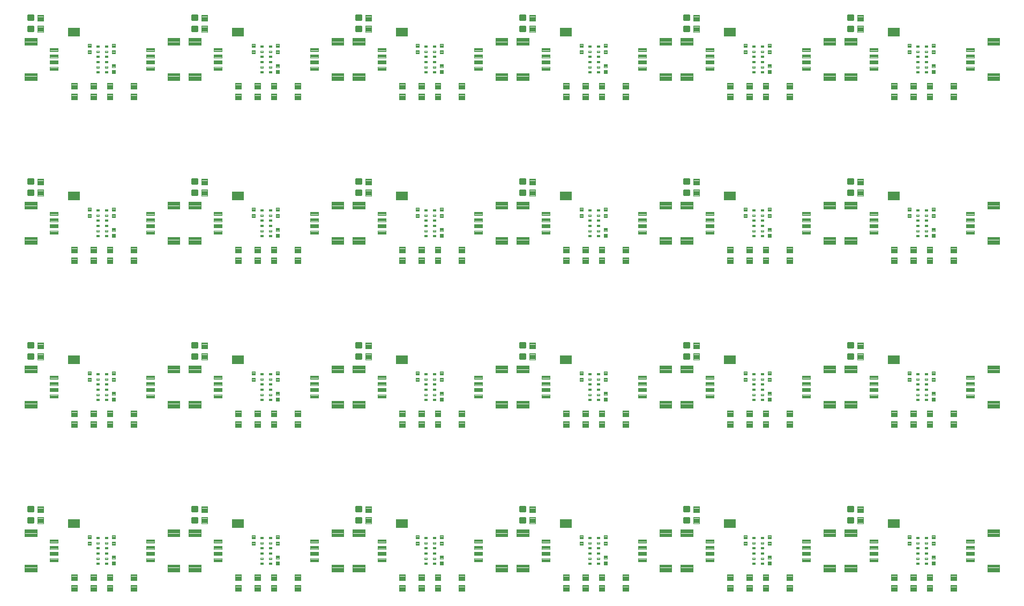
<source format=gtp>
G04 EAGLE Gerber RS-274X export*
G75*
%MOMM*%
%FSLAX34Y34*%
%LPD*%
%INSolderpaste Top*%
%IPPOS*%
%AMOC8*
5,1,8,0,0,1.08239X$1,22.5*%
G01*
%ADD10C,0.096000*%
%ADD11C,0.102000*%
%ADD12C,0.100000*%
%ADD13C,0.300000*%
%ADD14C,0.101500*%
%ADD15R,1.879600X1.473200*%


D10*
X249470Y104520D02*
X249470Y93480D01*
X230430Y93480D01*
X230430Y104520D01*
X249470Y104520D01*
X249470Y94392D02*
X230430Y94392D01*
X230430Y95304D02*
X249470Y95304D01*
X249470Y96216D02*
X230430Y96216D01*
X230430Y97128D02*
X249470Y97128D01*
X249470Y98040D02*
X230430Y98040D01*
X230430Y98952D02*
X249470Y98952D01*
X249470Y99864D02*
X230430Y99864D01*
X230430Y100776D02*
X249470Y100776D01*
X249470Y101688D02*
X230430Y101688D01*
X230430Y102600D02*
X249470Y102600D01*
X249470Y103512D02*
X230430Y103512D01*
X230430Y104424D02*
X249470Y104424D01*
X249470Y149480D02*
X249470Y160520D01*
X249470Y149480D02*
X230430Y149480D01*
X230430Y160520D01*
X249470Y160520D01*
X249470Y150392D02*
X230430Y150392D01*
X230430Y151304D02*
X249470Y151304D01*
X249470Y152216D02*
X230430Y152216D01*
X230430Y153128D02*
X249470Y153128D01*
X249470Y154040D02*
X230430Y154040D01*
X230430Y154952D02*
X249470Y154952D01*
X249470Y155864D02*
X230430Y155864D01*
X230430Y156776D02*
X249470Y156776D01*
X249470Y157688D02*
X230430Y157688D01*
X230430Y158600D02*
X249470Y158600D01*
X249470Y159512D02*
X230430Y159512D01*
X230430Y160424D02*
X249470Y160424D01*
D11*
X209440Y114490D02*
X209440Y109510D01*
X196960Y109510D01*
X196960Y114490D01*
X209440Y114490D01*
X209440Y110479D02*
X196960Y110479D01*
X196960Y111448D02*
X209440Y111448D01*
X209440Y112417D02*
X196960Y112417D01*
X196960Y113386D02*
X209440Y113386D01*
X209440Y114355D02*
X196960Y114355D01*
X209440Y119510D02*
X209440Y124490D01*
X209440Y119510D02*
X196960Y119510D01*
X196960Y124490D01*
X209440Y124490D01*
X209440Y120479D02*
X196960Y120479D01*
X196960Y121448D02*
X209440Y121448D01*
X209440Y122417D02*
X196960Y122417D01*
X196960Y123386D02*
X209440Y123386D01*
X209440Y124355D02*
X196960Y124355D01*
X209440Y129510D02*
X209440Y134490D01*
X209440Y129510D02*
X196960Y129510D01*
X196960Y134490D01*
X209440Y134490D01*
X209440Y130479D02*
X196960Y130479D01*
X196960Y131448D02*
X209440Y131448D01*
X209440Y132417D02*
X196960Y132417D01*
X196960Y133386D02*
X209440Y133386D01*
X209440Y134355D02*
X196960Y134355D01*
X209440Y139510D02*
X209440Y144490D01*
X209440Y139510D02*
X196960Y139510D01*
X196960Y144490D01*
X209440Y144490D01*
X209440Y140479D02*
X196960Y140479D01*
X196960Y141448D02*
X209440Y141448D01*
X209440Y142417D02*
X196960Y142417D01*
X196960Y143386D02*
X209440Y143386D01*
X209440Y144355D02*
X196960Y144355D01*
D10*
X4530Y149480D02*
X4530Y160520D01*
X23570Y160520D01*
X23570Y149480D01*
X4530Y149480D01*
X4530Y150392D02*
X23570Y150392D01*
X23570Y151304D02*
X4530Y151304D01*
X4530Y152216D02*
X23570Y152216D01*
X23570Y153128D02*
X4530Y153128D01*
X4530Y154040D02*
X23570Y154040D01*
X23570Y154952D02*
X4530Y154952D01*
X4530Y155864D02*
X23570Y155864D01*
X23570Y156776D02*
X4530Y156776D01*
X4530Y157688D02*
X23570Y157688D01*
X23570Y158600D02*
X4530Y158600D01*
X4530Y159512D02*
X23570Y159512D01*
X23570Y160424D02*
X4530Y160424D01*
X4530Y104520D02*
X4530Y93480D01*
X4530Y104520D02*
X23570Y104520D01*
X23570Y93480D01*
X4530Y93480D01*
X4530Y94392D02*
X23570Y94392D01*
X23570Y95304D02*
X4530Y95304D01*
X4530Y96216D02*
X23570Y96216D01*
X23570Y97128D02*
X4530Y97128D01*
X4530Y98040D02*
X23570Y98040D01*
X23570Y98952D02*
X4530Y98952D01*
X4530Y99864D02*
X23570Y99864D01*
X23570Y100776D02*
X4530Y100776D01*
X4530Y101688D02*
X23570Y101688D01*
X23570Y102600D02*
X4530Y102600D01*
X4530Y103512D02*
X23570Y103512D01*
X23570Y104424D02*
X4530Y104424D01*
D11*
X44560Y139510D02*
X44560Y144490D01*
X57040Y144490D01*
X57040Y139510D01*
X44560Y139510D01*
X44560Y140479D02*
X57040Y140479D01*
X57040Y141448D02*
X44560Y141448D01*
X44560Y142417D02*
X57040Y142417D01*
X57040Y143386D02*
X44560Y143386D01*
X44560Y144355D02*
X57040Y144355D01*
X44560Y134490D02*
X44560Y129510D01*
X44560Y134490D02*
X57040Y134490D01*
X57040Y129510D01*
X44560Y129510D01*
X44560Y130479D02*
X57040Y130479D01*
X57040Y131448D02*
X44560Y131448D01*
X44560Y132417D02*
X57040Y132417D01*
X57040Y133386D02*
X44560Y133386D01*
X44560Y134355D02*
X57040Y134355D01*
X44560Y124490D02*
X44560Y119510D01*
X44560Y124490D02*
X57040Y124490D01*
X57040Y119510D01*
X44560Y119510D01*
X44560Y120479D02*
X57040Y120479D01*
X57040Y121448D02*
X44560Y121448D01*
X44560Y122417D02*
X57040Y122417D01*
X57040Y123386D02*
X44560Y123386D01*
X44560Y124355D02*
X57040Y124355D01*
X44560Y114490D02*
X44560Y109510D01*
X44560Y114490D02*
X57040Y114490D01*
X57040Y109510D01*
X44560Y109510D01*
X44560Y110479D02*
X57040Y110479D01*
X57040Y111448D02*
X44560Y111448D01*
X44560Y112417D02*
X57040Y112417D01*
X57040Y113386D02*
X44560Y113386D01*
X44560Y114355D02*
X57040Y114355D01*
D12*
X117530Y72700D02*
X117530Y62700D01*
X108530Y62700D01*
X108530Y72700D01*
X117530Y72700D01*
X117530Y63650D02*
X108530Y63650D01*
X108530Y64600D02*
X117530Y64600D01*
X117530Y65550D02*
X108530Y65550D01*
X108530Y66500D02*
X117530Y66500D01*
X117530Y67450D02*
X108530Y67450D01*
X108530Y68400D02*
X117530Y68400D01*
X117530Y69350D02*
X108530Y69350D01*
X108530Y70300D02*
X117530Y70300D01*
X117530Y71250D02*
X108530Y71250D01*
X108530Y72200D02*
X117530Y72200D01*
X117530Y79700D02*
X117530Y89700D01*
X117530Y79700D02*
X108530Y79700D01*
X108530Y89700D01*
X117530Y89700D01*
X117530Y80650D02*
X108530Y80650D01*
X108530Y81600D02*
X117530Y81600D01*
X117530Y82550D02*
X108530Y82550D01*
X108530Y83500D02*
X117530Y83500D01*
X117530Y84450D02*
X108530Y84450D01*
X108530Y85400D02*
X117530Y85400D01*
X117530Y86350D02*
X108530Y86350D01*
X108530Y87300D02*
X117530Y87300D01*
X117530Y88250D02*
X108530Y88250D01*
X108530Y89200D02*
X117530Y89200D01*
X143692Y72700D02*
X143692Y62700D01*
X134692Y62700D01*
X134692Y72700D01*
X143692Y72700D01*
X143692Y63650D02*
X134692Y63650D01*
X134692Y64600D02*
X143692Y64600D01*
X143692Y65550D02*
X134692Y65550D01*
X134692Y66500D02*
X143692Y66500D01*
X143692Y67450D02*
X134692Y67450D01*
X134692Y68400D02*
X143692Y68400D01*
X143692Y69350D02*
X134692Y69350D01*
X134692Y70300D02*
X143692Y70300D01*
X143692Y71250D02*
X134692Y71250D01*
X134692Y72200D02*
X143692Y72200D01*
X143692Y79700D02*
X143692Y89700D01*
X143692Y79700D02*
X134692Y79700D01*
X134692Y89700D01*
X143692Y89700D01*
X143692Y80650D02*
X134692Y80650D01*
X134692Y81600D02*
X143692Y81600D01*
X143692Y82550D02*
X134692Y82550D01*
X134692Y83500D02*
X143692Y83500D01*
X143692Y84450D02*
X134692Y84450D01*
X134692Y85400D02*
X143692Y85400D01*
X143692Y86350D02*
X134692Y86350D01*
X134692Y87300D02*
X143692Y87300D01*
X143692Y88250D02*
X134692Y88250D01*
X134692Y89200D02*
X143692Y89200D01*
X24710Y187142D02*
X24710Y197142D01*
X33710Y197142D01*
X33710Y187142D01*
X24710Y187142D01*
X24710Y188092D02*
X33710Y188092D01*
X33710Y189042D02*
X24710Y189042D01*
X24710Y189992D02*
X33710Y189992D01*
X33710Y190942D02*
X24710Y190942D01*
X24710Y191892D02*
X33710Y191892D01*
X33710Y192842D02*
X24710Y192842D01*
X24710Y193792D02*
X33710Y193792D01*
X33710Y194742D02*
X24710Y194742D01*
X24710Y195692D02*
X33710Y195692D01*
X33710Y196642D02*
X24710Y196642D01*
X24710Y180142D02*
X24710Y170142D01*
X24710Y180142D02*
X33710Y180142D01*
X33710Y170142D01*
X24710Y170142D01*
X24710Y171092D02*
X33710Y171092D01*
X33710Y172042D02*
X24710Y172042D01*
X24710Y172992D02*
X33710Y172992D01*
X33710Y173942D02*
X24710Y173942D01*
X24710Y174892D02*
X33710Y174892D01*
X33710Y175842D02*
X24710Y175842D01*
X24710Y176792D02*
X33710Y176792D01*
X33710Y177742D02*
X24710Y177742D01*
X24710Y178692D02*
X33710Y178692D01*
X33710Y179642D02*
X24710Y179642D01*
D13*
X17724Y178372D02*
X10724Y178372D01*
X17724Y178372D02*
X17724Y171372D01*
X10724Y171372D01*
X10724Y178372D01*
X10724Y174222D02*
X17724Y174222D01*
X17724Y177072D02*
X10724Y177072D01*
X10724Y195912D02*
X17724Y195912D01*
X17724Y188912D01*
X10724Y188912D01*
X10724Y195912D01*
X10724Y191762D02*
X17724Y191762D01*
X17724Y194612D02*
X10724Y194612D01*
D14*
X118149Y146077D02*
X122135Y146077D01*
X118149Y146077D02*
X118149Y148563D01*
X122135Y148563D01*
X122135Y146077D01*
X122135Y147041D02*
X118149Y147041D01*
X118149Y148005D02*
X122135Y148005D01*
X122135Y137877D02*
X118149Y137877D01*
X118149Y140363D01*
X122135Y140363D01*
X122135Y137877D01*
X122135Y138841D02*
X118149Y138841D01*
X118149Y139805D02*
X122135Y139805D01*
X122135Y129677D02*
X118149Y129677D01*
X118149Y132163D01*
X122135Y132163D01*
X122135Y129677D01*
X122135Y130641D02*
X118149Y130641D01*
X118149Y131605D02*
X122135Y131605D01*
X122135Y121477D02*
X118149Y121477D01*
X118149Y123963D01*
X122135Y123963D01*
X122135Y121477D01*
X122135Y122441D02*
X118149Y122441D01*
X118149Y123405D02*
X122135Y123405D01*
X122135Y113277D02*
X118149Y113277D01*
X118149Y115763D01*
X122135Y115763D01*
X122135Y113277D01*
X122135Y114241D02*
X118149Y114241D01*
X118149Y115205D02*
X122135Y115205D01*
X122135Y105077D02*
X118149Y105077D01*
X118149Y107563D01*
X122135Y107563D01*
X122135Y105077D01*
X122135Y106041D02*
X118149Y106041D01*
X118149Y107005D02*
X122135Y107005D01*
X131649Y105077D02*
X135635Y105077D01*
X131649Y105077D02*
X131649Y107563D01*
X135635Y107563D01*
X135635Y105077D01*
X135635Y106041D02*
X131649Y106041D01*
X131649Y107005D02*
X135635Y107005D01*
X135635Y113277D02*
X131649Y113277D01*
X131649Y115763D01*
X135635Y115763D01*
X135635Y113277D01*
X135635Y114241D02*
X131649Y114241D01*
X131649Y115205D02*
X135635Y115205D01*
X135635Y121477D02*
X131649Y121477D01*
X131649Y123963D01*
X135635Y123963D01*
X135635Y121477D01*
X135635Y122441D02*
X131649Y122441D01*
X131649Y123405D02*
X135635Y123405D01*
X135635Y129677D02*
X131649Y129677D01*
X131649Y132163D01*
X135635Y132163D01*
X135635Y129677D01*
X135635Y130641D02*
X131649Y130641D01*
X131649Y131605D02*
X135635Y131605D01*
X135635Y137877D02*
X131649Y137877D01*
X131649Y140363D01*
X135635Y140363D01*
X135635Y137877D01*
X135635Y138841D02*
X131649Y138841D01*
X131649Y139805D02*
X135635Y139805D01*
X135635Y146077D02*
X131649Y146077D01*
X131649Y148563D01*
X135635Y148563D01*
X135635Y146077D01*
X135635Y147041D02*
X131649Y147041D01*
X131649Y148005D02*
X135635Y148005D01*
D11*
X142290Y146020D02*
X142290Y151000D01*
X147270Y151000D01*
X147270Y146020D01*
X142290Y146020D01*
X142290Y146989D02*
X147270Y146989D01*
X147270Y147958D02*
X142290Y147958D01*
X142290Y148927D02*
X147270Y148927D01*
X147270Y149896D02*
X142290Y149896D01*
X142290Y150865D02*
X147270Y150865D01*
X142290Y141000D02*
X142290Y136020D01*
X142290Y141000D02*
X147270Y141000D01*
X147270Y136020D01*
X142290Y136020D01*
X142290Y136989D02*
X147270Y136989D01*
X147270Y137958D02*
X142290Y137958D01*
X142290Y138927D02*
X147270Y138927D01*
X147270Y139896D02*
X142290Y139896D01*
X142290Y140865D02*
X147270Y140865D01*
X104190Y146020D02*
X104190Y151000D01*
X109170Y151000D01*
X109170Y146020D01*
X104190Y146020D01*
X104190Y146989D02*
X109170Y146989D01*
X109170Y147958D02*
X104190Y147958D01*
X104190Y148927D02*
X109170Y148927D01*
X109170Y149896D02*
X104190Y149896D01*
X104190Y150865D02*
X109170Y150865D01*
X104190Y141000D02*
X104190Y136020D01*
X104190Y141000D02*
X109170Y141000D01*
X109170Y136020D01*
X104190Y136020D01*
X104190Y136989D02*
X109170Y136989D01*
X109170Y137958D02*
X104190Y137958D01*
X104190Y138927D02*
X109170Y138927D01*
X109170Y139896D02*
X104190Y139896D01*
X104190Y140865D02*
X109170Y140865D01*
X147270Y109250D02*
X147270Y104270D01*
X142290Y104270D01*
X142290Y109250D01*
X147270Y109250D01*
X147270Y105239D02*
X142290Y105239D01*
X142290Y106208D02*
X147270Y106208D01*
X147270Y107177D02*
X142290Y107177D01*
X142290Y108146D02*
X147270Y108146D01*
X147270Y109115D02*
X142290Y109115D01*
X147270Y114270D02*
X147270Y119250D01*
X147270Y114270D02*
X142290Y114270D01*
X142290Y119250D01*
X147270Y119250D01*
X147270Y115239D02*
X142290Y115239D01*
X142290Y116208D02*
X147270Y116208D01*
X147270Y117177D02*
X142290Y117177D01*
X142290Y118146D02*
X147270Y118146D01*
X147270Y119115D02*
X142290Y119115D01*
D12*
X78050Y89700D02*
X78050Y79700D01*
X78050Y89700D02*
X87050Y89700D01*
X87050Y79700D01*
X78050Y79700D01*
X78050Y80650D02*
X87050Y80650D01*
X87050Y81600D02*
X78050Y81600D01*
X78050Y82550D02*
X87050Y82550D01*
X87050Y83500D02*
X78050Y83500D01*
X78050Y84450D02*
X87050Y84450D01*
X87050Y85400D02*
X78050Y85400D01*
X78050Y86350D02*
X87050Y86350D01*
X87050Y87300D02*
X78050Y87300D01*
X78050Y88250D02*
X87050Y88250D01*
X87050Y89200D02*
X78050Y89200D01*
X78050Y72700D02*
X78050Y62700D01*
X78050Y72700D02*
X87050Y72700D01*
X87050Y62700D01*
X78050Y62700D01*
X78050Y63650D02*
X87050Y63650D01*
X87050Y64600D02*
X78050Y64600D01*
X78050Y65550D02*
X87050Y65550D01*
X87050Y66500D02*
X78050Y66500D01*
X78050Y67450D02*
X87050Y67450D01*
X87050Y68400D02*
X78050Y68400D01*
X78050Y69350D02*
X87050Y69350D01*
X87050Y70300D02*
X78050Y70300D01*
X78050Y71250D02*
X87050Y71250D01*
X87050Y72200D02*
X78050Y72200D01*
X172030Y79700D02*
X172030Y89700D01*
X181030Y89700D01*
X181030Y79700D01*
X172030Y79700D01*
X172030Y80650D02*
X181030Y80650D01*
X181030Y81600D02*
X172030Y81600D01*
X172030Y82550D02*
X181030Y82550D01*
X181030Y83500D02*
X172030Y83500D01*
X172030Y84450D02*
X181030Y84450D01*
X181030Y85400D02*
X172030Y85400D01*
X172030Y86350D02*
X181030Y86350D01*
X181030Y87300D02*
X172030Y87300D01*
X172030Y88250D02*
X181030Y88250D01*
X181030Y89200D02*
X172030Y89200D01*
X172030Y72700D02*
X172030Y62700D01*
X172030Y72700D02*
X181030Y72700D01*
X181030Y62700D01*
X172030Y62700D01*
X172030Y63650D02*
X181030Y63650D01*
X181030Y64600D02*
X172030Y64600D01*
X172030Y65550D02*
X181030Y65550D01*
X181030Y66500D02*
X172030Y66500D01*
X172030Y67450D02*
X181030Y67450D01*
X181030Y68400D02*
X172030Y68400D01*
X172030Y69350D02*
X181030Y69350D01*
X181030Y70300D02*
X172030Y70300D01*
X172030Y71250D02*
X181030Y71250D01*
X181030Y72200D02*
X172030Y72200D01*
D15*
X82296Y170180D03*
D10*
X508550Y104520D02*
X508550Y93480D01*
X489510Y93480D01*
X489510Y104520D01*
X508550Y104520D01*
X508550Y94392D02*
X489510Y94392D01*
X489510Y95304D02*
X508550Y95304D01*
X508550Y96216D02*
X489510Y96216D01*
X489510Y97128D02*
X508550Y97128D01*
X508550Y98040D02*
X489510Y98040D01*
X489510Y98952D02*
X508550Y98952D01*
X508550Y99864D02*
X489510Y99864D01*
X489510Y100776D02*
X508550Y100776D01*
X508550Y101688D02*
X489510Y101688D01*
X489510Y102600D02*
X508550Y102600D01*
X508550Y103512D02*
X489510Y103512D01*
X489510Y104424D02*
X508550Y104424D01*
X508550Y149480D02*
X508550Y160520D01*
X508550Y149480D02*
X489510Y149480D01*
X489510Y160520D01*
X508550Y160520D01*
X508550Y150392D02*
X489510Y150392D01*
X489510Y151304D02*
X508550Y151304D01*
X508550Y152216D02*
X489510Y152216D01*
X489510Y153128D02*
X508550Y153128D01*
X508550Y154040D02*
X489510Y154040D01*
X489510Y154952D02*
X508550Y154952D01*
X508550Y155864D02*
X489510Y155864D01*
X489510Y156776D02*
X508550Y156776D01*
X508550Y157688D02*
X489510Y157688D01*
X489510Y158600D02*
X508550Y158600D01*
X508550Y159512D02*
X489510Y159512D01*
X489510Y160424D02*
X508550Y160424D01*
D11*
X468520Y114490D02*
X468520Y109510D01*
X456040Y109510D01*
X456040Y114490D01*
X468520Y114490D01*
X468520Y110479D02*
X456040Y110479D01*
X456040Y111448D02*
X468520Y111448D01*
X468520Y112417D02*
X456040Y112417D01*
X456040Y113386D02*
X468520Y113386D01*
X468520Y114355D02*
X456040Y114355D01*
X468520Y119510D02*
X468520Y124490D01*
X468520Y119510D02*
X456040Y119510D01*
X456040Y124490D01*
X468520Y124490D01*
X468520Y120479D02*
X456040Y120479D01*
X456040Y121448D02*
X468520Y121448D01*
X468520Y122417D02*
X456040Y122417D01*
X456040Y123386D02*
X468520Y123386D01*
X468520Y124355D02*
X456040Y124355D01*
X468520Y129510D02*
X468520Y134490D01*
X468520Y129510D02*
X456040Y129510D01*
X456040Y134490D01*
X468520Y134490D01*
X468520Y130479D02*
X456040Y130479D01*
X456040Y131448D02*
X468520Y131448D01*
X468520Y132417D02*
X456040Y132417D01*
X456040Y133386D02*
X468520Y133386D01*
X468520Y134355D02*
X456040Y134355D01*
X468520Y139510D02*
X468520Y144490D01*
X468520Y139510D02*
X456040Y139510D01*
X456040Y144490D01*
X468520Y144490D01*
X468520Y140479D02*
X456040Y140479D01*
X456040Y141448D02*
X468520Y141448D01*
X468520Y142417D02*
X456040Y142417D01*
X456040Y143386D02*
X468520Y143386D01*
X468520Y144355D02*
X456040Y144355D01*
D10*
X263610Y149480D02*
X263610Y160520D01*
X282650Y160520D01*
X282650Y149480D01*
X263610Y149480D01*
X263610Y150392D02*
X282650Y150392D01*
X282650Y151304D02*
X263610Y151304D01*
X263610Y152216D02*
X282650Y152216D01*
X282650Y153128D02*
X263610Y153128D01*
X263610Y154040D02*
X282650Y154040D01*
X282650Y154952D02*
X263610Y154952D01*
X263610Y155864D02*
X282650Y155864D01*
X282650Y156776D02*
X263610Y156776D01*
X263610Y157688D02*
X282650Y157688D01*
X282650Y158600D02*
X263610Y158600D01*
X263610Y159512D02*
X282650Y159512D01*
X282650Y160424D02*
X263610Y160424D01*
X263610Y104520D02*
X263610Y93480D01*
X263610Y104520D02*
X282650Y104520D01*
X282650Y93480D01*
X263610Y93480D01*
X263610Y94392D02*
X282650Y94392D01*
X282650Y95304D02*
X263610Y95304D01*
X263610Y96216D02*
X282650Y96216D01*
X282650Y97128D02*
X263610Y97128D01*
X263610Y98040D02*
X282650Y98040D01*
X282650Y98952D02*
X263610Y98952D01*
X263610Y99864D02*
X282650Y99864D01*
X282650Y100776D02*
X263610Y100776D01*
X263610Y101688D02*
X282650Y101688D01*
X282650Y102600D02*
X263610Y102600D01*
X263610Y103512D02*
X282650Y103512D01*
X282650Y104424D02*
X263610Y104424D01*
D11*
X303640Y139510D02*
X303640Y144490D01*
X316120Y144490D01*
X316120Y139510D01*
X303640Y139510D01*
X303640Y140479D02*
X316120Y140479D01*
X316120Y141448D02*
X303640Y141448D01*
X303640Y142417D02*
X316120Y142417D01*
X316120Y143386D02*
X303640Y143386D01*
X303640Y144355D02*
X316120Y144355D01*
X303640Y134490D02*
X303640Y129510D01*
X303640Y134490D02*
X316120Y134490D01*
X316120Y129510D01*
X303640Y129510D01*
X303640Y130479D02*
X316120Y130479D01*
X316120Y131448D02*
X303640Y131448D01*
X303640Y132417D02*
X316120Y132417D01*
X316120Y133386D02*
X303640Y133386D01*
X303640Y134355D02*
X316120Y134355D01*
X303640Y124490D02*
X303640Y119510D01*
X303640Y124490D02*
X316120Y124490D01*
X316120Y119510D01*
X303640Y119510D01*
X303640Y120479D02*
X316120Y120479D01*
X316120Y121448D02*
X303640Y121448D01*
X303640Y122417D02*
X316120Y122417D01*
X316120Y123386D02*
X303640Y123386D01*
X303640Y124355D02*
X316120Y124355D01*
X303640Y114490D02*
X303640Y109510D01*
X303640Y114490D02*
X316120Y114490D01*
X316120Y109510D01*
X303640Y109510D01*
X303640Y110479D02*
X316120Y110479D01*
X316120Y111448D02*
X303640Y111448D01*
X303640Y112417D02*
X316120Y112417D01*
X316120Y113386D02*
X303640Y113386D01*
X303640Y114355D02*
X316120Y114355D01*
D12*
X376610Y72700D02*
X376610Y62700D01*
X367610Y62700D01*
X367610Y72700D01*
X376610Y72700D01*
X376610Y63650D02*
X367610Y63650D01*
X367610Y64600D02*
X376610Y64600D01*
X376610Y65550D02*
X367610Y65550D01*
X367610Y66500D02*
X376610Y66500D01*
X376610Y67450D02*
X367610Y67450D01*
X367610Y68400D02*
X376610Y68400D01*
X376610Y69350D02*
X367610Y69350D01*
X367610Y70300D02*
X376610Y70300D01*
X376610Y71250D02*
X367610Y71250D01*
X367610Y72200D02*
X376610Y72200D01*
X376610Y79700D02*
X376610Y89700D01*
X376610Y79700D02*
X367610Y79700D01*
X367610Y89700D01*
X376610Y89700D01*
X376610Y80650D02*
X367610Y80650D01*
X367610Y81600D02*
X376610Y81600D01*
X376610Y82550D02*
X367610Y82550D01*
X367610Y83500D02*
X376610Y83500D01*
X376610Y84450D02*
X367610Y84450D01*
X367610Y85400D02*
X376610Y85400D01*
X376610Y86350D02*
X367610Y86350D01*
X367610Y87300D02*
X376610Y87300D01*
X376610Y88250D02*
X367610Y88250D01*
X367610Y89200D02*
X376610Y89200D01*
X402772Y72700D02*
X402772Y62700D01*
X393772Y62700D01*
X393772Y72700D01*
X402772Y72700D01*
X402772Y63650D02*
X393772Y63650D01*
X393772Y64600D02*
X402772Y64600D01*
X402772Y65550D02*
X393772Y65550D01*
X393772Y66500D02*
X402772Y66500D01*
X402772Y67450D02*
X393772Y67450D01*
X393772Y68400D02*
X402772Y68400D01*
X402772Y69350D02*
X393772Y69350D01*
X393772Y70300D02*
X402772Y70300D01*
X402772Y71250D02*
X393772Y71250D01*
X393772Y72200D02*
X402772Y72200D01*
X402772Y79700D02*
X402772Y89700D01*
X402772Y79700D02*
X393772Y79700D01*
X393772Y89700D01*
X402772Y89700D01*
X402772Y80650D02*
X393772Y80650D01*
X393772Y81600D02*
X402772Y81600D01*
X402772Y82550D02*
X393772Y82550D01*
X393772Y83500D02*
X402772Y83500D01*
X402772Y84450D02*
X393772Y84450D01*
X393772Y85400D02*
X402772Y85400D01*
X402772Y86350D02*
X393772Y86350D01*
X393772Y87300D02*
X402772Y87300D01*
X402772Y88250D02*
X393772Y88250D01*
X393772Y89200D02*
X402772Y89200D01*
X283790Y187142D02*
X283790Y197142D01*
X292790Y197142D01*
X292790Y187142D01*
X283790Y187142D01*
X283790Y188092D02*
X292790Y188092D01*
X292790Y189042D02*
X283790Y189042D01*
X283790Y189992D02*
X292790Y189992D01*
X292790Y190942D02*
X283790Y190942D01*
X283790Y191892D02*
X292790Y191892D01*
X292790Y192842D02*
X283790Y192842D01*
X283790Y193792D02*
X292790Y193792D01*
X292790Y194742D02*
X283790Y194742D01*
X283790Y195692D02*
X292790Y195692D01*
X292790Y196642D02*
X283790Y196642D01*
X283790Y180142D02*
X283790Y170142D01*
X283790Y180142D02*
X292790Y180142D01*
X292790Y170142D01*
X283790Y170142D01*
X283790Y171092D02*
X292790Y171092D01*
X292790Y172042D02*
X283790Y172042D01*
X283790Y172992D02*
X292790Y172992D01*
X292790Y173942D02*
X283790Y173942D01*
X283790Y174892D02*
X292790Y174892D01*
X292790Y175842D02*
X283790Y175842D01*
X283790Y176792D02*
X292790Y176792D01*
X292790Y177742D02*
X283790Y177742D01*
X283790Y178692D02*
X292790Y178692D01*
X292790Y179642D02*
X283790Y179642D01*
D13*
X276804Y178372D02*
X269804Y178372D01*
X276804Y178372D02*
X276804Y171372D01*
X269804Y171372D01*
X269804Y178372D01*
X269804Y174222D02*
X276804Y174222D01*
X276804Y177072D02*
X269804Y177072D01*
X269804Y195912D02*
X276804Y195912D01*
X276804Y188912D01*
X269804Y188912D01*
X269804Y195912D01*
X269804Y191762D02*
X276804Y191762D01*
X276804Y194612D02*
X269804Y194612D01*
D14*
X377229Y146077D02*
X381215Y146077D01*
X377229Y146077D02*
X377229Y148563D01*
X381215Y148563D01*
X381215Y146077D01*
X381215Y147041D02*
X377229Y147041D01*
X377229Y148005D02*
X381215Y148005D01*
X381215Y137877D02*
X377229Y137877D01*
X377229Y140363D01*
X381215Y140363D01*
X381215Y137877D01*
X381215Y138841D02*
X377229Y138841D01*
X377229Y139805D02*
X381215Y139805D01*
X381215Y129677D02*
X377229Y129677D01*
X377229Y132163D01*
X381215Y132163D01*
X381215Y129677D01*
X381215Y130641D02*
X377229Y130641D01*
X377229Y131605D02*
X381215Y131605D01*
X381215Y121477D02*
X377229Y121477D01*
X377229Y123963D01*
X381215Y123963D01*
X381215Y121477D01*
X381215Y122441D02*
X377229Y122441D01*
X377229Y123405D02*
X381215Y123405D01*
X381215Y113277D02*
X377229Y113277D01*
X377229Y115763D01*
X381215Y115763D01*
X381215Y113277D01*
X381215Y114241D02*
X377229Y114241D01*
X377229Y115205D02*
X381215Y115205D01*
X381215Y105077D02*
X377229Y105077D01*
X377229Y107563D01*
X381215Y107563D01*
X381215Y105077D01*
X381215Y106041D02*
X377229Y106041D01*
X377229Y107005D02*
X381215Y107005D01*
X390729Y105077D02*
X394715Y105077D01*
X390729Y105077D02*
X390729Y107563D01*
X394715Y107563D01*
X394715Y105077D01*
X394715Y106041D02*
X390729Y106041D01*
X390729Y107005D02*
X394715Y107005D01*
X394715Y113277D02*
X390729Y113277D01*
X390729Y115763D01*
X394715Y115763D01*
X394715Y113277D01*
X394715Y114241D02*
X390729Y114241D01*
X390729Y115205D02*
X394715Y115205D01*
X394715Y121477D02*
X390729Y121477D01*
X390729Y123963D01*
X394715Y123963D01*
X394715Y121477D01*
X394715Y122441D02*
X390729Y122441D01*
X390729Y123405D02*
X394715Y123405D01*
X394715Y129677D02*
X390729Y129677D01*
X390729Y132163D01*
X394715Y132163D01*
X394715Y129677D01*
X394715Y130641D02*
X390729Y130641D01*
X390729Y131605D02*
X394715Y131605D01*
X394715Y137877D02*
X390729Y137877D01*
X390729Y140363D01*
X394715Y140363D01*
X394715Y137877D01*
X394715Y138841D02*
X390729Y138841D01*
X390729Y139805D02*
X394715Y139805D01*
X394715Y146077D02*
X390729Y146077D01*
X390729Y148563D01*
X394715Y148563D01*
X394715Y146077D01*
X394715Y147041D02*
X390729Y147041D01*
X390729Y148005D02*
X394715Y148005D01*
D11*
X401370Y146020D02*
X401370Y151000D01*
X406350Y151000D01*
X406350Y146020D01*
X401370Y146020D01*
X401370Y146989D02*
X406350Y146989D01*
X406350Y147958D02*
X401370Y147958D01*
X401370Y148927D02*
X406350Y148927D01*
X406350Y149896D02*
X401370Y149896D01*
X401370Y150865D02*
X406350Y150865D01*
X401370Y141000D02*
X401370Y136020D01*
X401370Y141000D02*
X406350Y141000D01*
X406350Y136020D01*
X401370Y136020D01*
X401370Y136989D02*
X406350Y136989D01*
X406350Y137958D02*
X401370Y137958D01*
X401370Y138927D02*
X406350Y138927D01*
X406350Y139896D02*
X401370Y139896D01*
X401370Y140865D02*
X406350Y140865D01*
X363270Y146020D02*
X363270Y151000D01*
X368250Y151000D01*
X368250Y146020D01*
X363270Y146020D01*
X363270Y146989D02*
X368250Y146989D01*
X368250Y147958D02*
X363270Y147958D01*
X363270Y148927D02*
X368250Y148927D01*
X368250Y149896D02*
X363270Y149896D01*
X363270Y150865D02*
X368250Y150865D01*
X363270Y141000D02*
X363270Y136020D01*
X363270Y141000D02*
X368250Y141000D01*
X368250Y136020D01*
X363270Y136020D01*
X363270Y136989D02*
X368250Y136989D01*
X368250Y137958D02*
X363270Y137958D01*
X363270Y138927D02*
X368250Y138927D01*
X368250Y139896D02*
X363270Y139896D01*
X363270Y140865D02*
X368250Y140865D01*
X406350Y109250D02*
X406350Y104270D01*
X401370Y104270D01*
X401370Y109250D01*
X406350Y109250D01*
X406350Y105239D02*
X401370Y105239D01*
X401370Y106208D02*
X406350Y106208D01*
X406350Y107177D02*
X401370Y107177D01*
X401370Y108146D02*
X406350Y108146D01*
X406350Y109115D02*
X401370Y109115D01*
X406350Y114270D02*
X406350Y119250D01*
X406350Y114270D02*
X401370Y114270D01*
X401370Y119250D01*
X406350Y119250D01*
X406350Y115239D02*
X401370Y115239D01*
X401370Y116208D02*
X406350Y116208D01*
X406350Y117177D02*
X401370Y117177D01*
X401370Y118146D02*
X406350Y118146D01*
X406350Y119115D02*
X401370Y119115D01*
D12*
X337130Y89700D02*
X337130Y79700D01*
X337130Y89700D02*
X346130Y89700D01*
X346130Y79700D01*
X337130Y79700D01*
X337130Y80650D02*
X346130Y80650D01*
X346130Y81600D02*
X337130Y81600D01*
X337130Y82550D02*
X346130Y82550D01*
X346130Y83500D02*
X337130Y83500D01*
X337130Y84450D02*
X346130Y84450D01*
X346130Y85400D02*
X337130Y85400D01*
X337130Y86350D02*
X346130Y86350D01*
X346130Y87300D02*
X337130Y87300D01*
X337130Y88250D02*
X346130Y88250D01*
X346130Y89200D02*
X337130Y89200D01*
X337130Y72700D02*
X337130Y62700D01*
X337130Y72700D02*
X346130Y72700D01*
X346130Y62700D01*
X337130Y62700D01*
X337130Y63650D02*
X346130Y63650D01*
X346130Y64600D02*
X337130Y64600D01*
X337130Y65550D02*
X346130Y65550D01*
X346130Y66500D02*
X337130Y66500D01*
X337130Y67450D02*
X346130Y67450D01*
X346130Y68400D02*
X337130Y68400D01*
X337130Y69350D02*
X346130Y69350D01*
X346130Y70300D02*
X337130Y70300D01*
X337130Y71250D02*
X346130Y71250D01*
X346130Y72200D02*
X337130Y72200D01*
X431110Y79700D02*
X431110Y89700D01*
X440110Y89700D01*
X440110Y79700D01*
X431110Y79700D01*
X431110Y80650D02*
X440110Y80650D01*
X440110Y81600D02*
X431110Y81600D01*
X431110Y82550D02*
X440110Y82550D01*
X440110Y83500D02*
X431110Y83500D01*
X431110Y84450D02*
X440110Y84450D01*
X440110Y85400D02*
X431110Y85400D01*
X431110Y86350D02*
X440110Y86350D01*
X440110Y87300D02*
X431110Y87300D01*
X431110Y88250D02*
X440110Y88250D01*
X440110Y89200D02*
X431110Y89200D01*
X431110Y72700D02*
X431110Y62700D01*
X431110Y72700D02*
X440110Y72700D01*
X440110Y62700D01*
X431110Y62700D01*
X431110Y63650D02*
X440110Y63650D01*
X440110Y64600D02*
X431110Y64600D01*
X431110Y65550D02*
X440110Y65550D01*
X440110Y66500D02*
X431110Y66500D01*
X431110Y67450D02*
X440110Y67450D01*
X440110Y68400D02*
X431110Y68400D01*
X431110Y69350D02*
X440110Y69350D01*
X440110Y70300D02*
X431110Y70300D01*
X431110Y71250D02*
X440110Y71250D01*
X440110Y72200D02*
X431110Y72200D01*
D15*
X341376Y170180D03*
D10*
X767630Y104520D02*
X767630Y93480D01*
X748590Y93480D01*
X748590Y104520D01*
X767630Y104520D01*
X767630Y94392D02*
X748590Y94392D01*
X748590Y95304D02*
X767630Y95304D01*
X767630Y96216D02*
X748590Y96216D01*
X748590Y97128D02*
X767630Y97128D01*
X767630Y98040D02*
X748590Y98040D01*
X748590Y98952D02*
X767630Y98952D01*
X767630Y99864D02*
X748590Y99864D01*
X748590Y100776D02*
X767630Y100776D01*
X767630Y101688D02*
X748590Y101688D01*
X748590Y102600D02*
X767630Y102600D01*
X767630Y103512D02*
X748590Y103512D01*
X748590Y104424D02*
X767630Y104424D01*
X767630Y149480D02*
X767630Y160520D01*
X767630Y149480D02*
X748590Y149480D01*
X748590Y160520D01*
X767630Y160520D01*
X767630Y150392D02*
X748590Y150392D01*
X748590Y151304D02*
X767630Y151304D01*
X767630Y152216D02*
X748590Y152216D01*
X748590Y153128D02*
X767630Y153128D01*
X767630Y154040D02*
X748590Y154040D01*
X748590Y154952D02*
X767630Y154952D01*
X767630Y155864D02*
X748590Y155864D01*
X748590Y156776D02*
X767630Y156776D01*
X767630Y157688D02*
X748590Y157688D01*
X748590Y158600D02*
X767630Y158600D01*
X767630Y159512D02*
X748590Y159512D01*
X748590Y160424D02*
X767630Y160424D01*
D11*
X727600Y114490D02*
X727600Y109510D01*
X715120Y109510D01*
X715120Y114490D01*
X727600Y114490D01*
X727600Y110479D02*
X715120Y110479D01*
X715120Y111448D02*
X727600Y111448D01*
X727600Y112417D02*
X715120Y112417D01*
X715120Y113386D02*
X727600Y113386D01*
X727600Y114355D02*
X715120Y114355D01*
X727600Y119510D02*
X727600Y124490D01*
X727600Y119510D02*
X715120Y119510D01*
X715120Y124490D01*
X727600Y124490D01*
X727600Y120479D02*
X715120Y120479D01*
X715120Y121448D02*
X727600Y121448D01*
X727600Y122417D02*
X715120Y122417D01*
X715120Y123386D02*
X727600Y123386D01*
X727600Y124355D02*
X715120Y124355D01*
X727600Y129510D02*
X727600Y134490D01*
X727600Y129510D02*
X715120Y129510D01*
X715120Y134490D01*
X727600Y134490D01*
X727600Y130479D02*
X715120Y130479D01*
X715120Y131448D02*
X727600Y131448D01*
X727600Y132417D02*
X715120Y132417D01*
X715120Y133386D02*
X727600Y133386D01*
X727600Y134355D02*
X715120Y134355D01*
X727600Y139510D02*
X727600Y144490D01*
X727600Y139510D02*
X715120Y139510D01*
X715120Y144490D01*
X727600Y144490D01*
X727600Y140479D02*
X715120Y140479D01*
X715120Y141448D02*
X727600Y141448D01*
X727600Y142417D02*
X715120Y142417D01*
X715120Y143386D02*
X727600Y143386D01*
X727600Y144355D02*
X715120Y144355D01*
D10*
X522690Y149480D02*
X522690Y160520D01*
X541730Y160520D01*
X541730Y149480D01*
X522690Y149480D01*
X522690Y150392D02*
X541730Y150392D01*
X541730Y151304D02*
X522690Y151304D01*
X522690Y152216D02*
X541730Y152216D01*
X541730Y153128D02*
X522690Y153128D01*
X522690Y154040D02*
X541730Y154040D01*
X541730Y154952D02*
X522690Y154952D01*
X522690Y155864D02*
X541730Y155864D01*
X541730Y156776D02*
X522690Y156776D01*
X522690Y157688D02*
X541730Y157688D01*
X541730Y158600D02*
X522690Y158600D01*
X522690Y159512D02*
X541730Y159512D01*
X541730Y160424D02*
X522690Y160424D01*
X522690Y104520D02*
X522690Y93480D01*
X522690Y104520D02*
X541730Y104520D01*
X541730Y93480D01*
X522690Y93480D01*
X522690Y94392D02*
X541730Y94392D01*
X541730Y95304D02*
X522690Y95304D01*
X522690Y96216D02*
X541730Y96216D01*
X541730Y97128D02*
X522690Y97128D01*
X522690Y98040D02*
X541730Y98040D01*
X541730Y98952D02*
X522690Y98952D01*
X522690Y99864D02*
X541730Y99864D01*
X541730Y100776D02*
X522690Y100776D01*
X522690Y101688D02*
X541730Y101688D01*
X541730Y102600D02*
X522690Y102600D01*
X522690Y103512D02*
X541730Y103512D01*
X541730Y104424D02*
X522690Y104424D01*
D11*
X562720Y139510D02*
X562720Y144490D01*
X575200Y144490D01*
X575200Y139510D01*
X562720Y139510D01*
X562720Y140479D02*
X575200Y140479D01*
X575200Y141448D02*
X562720Y141448D01*
X562720Y142417D02*
X575200Y142417D01*
X575200Y143386D02*
X562720Y143386D01*
X562720Y144355D02*
X575200Y144355D01*
X562720Y134490D02*
X562720Y129510D01*
X562720Y134490D02*
X575200Y134490D01*
X575200Y129510D01*
X562720Y129510D01*
X562720Y130479D02*
X575200Y130479D01*
X575200Y131448D02*
X562720Y131448D01*
X562720Y132417D02*
X575200Y132417D01*
X575200Y133386D02*
X562720Y133386D01*
X562720Y134355D02*
X575200Y134355D01*
X562720Y124490D02*
X562720Y119510D01*
X562720Y124490D02*
X575200Y124490D01*
X575200Y119510D01*
X562720Y119510D01*
X562720Y120479D02*
X575200Y120479D01*
X575200Y121448D02*
X562720Y121448D01*
X562720Y122417D02*
X575200Y122417D01*
X575200Y123386D02*
X562720Y123386D01*
X562720Y124355D02*
X575200Y124355D01*
X562720Y114490D02*
X562720Y109510D01*
X562720Y114490D02*
X575200Y114490D01*
X575200Y109510D01*
X562720Y109510D01*
X562720Y110479D02*
X575200Y110479D01*
X575200Y111448D02*
X562720Y111448D01*
X562720Y112417D02*
X575200Y112417D01*
X575200Y113386D02*
X562720Y113386D01*
X562720Y114355D02*
X575200Y114355D01*
D12*
X635690Y72700D02*
X635690Y62700D01*
X626690Y62700D01*
X626690Y72700D01*
X635690Y72700D01*
X635690Y63650D02*
X626690Y63650D01*
X626690Y64600D02*
X635690Y64600D01*
X635690Y65550D02*
X626690Y65550D01*
X626690Y66500D02*
X635690Y66500D01*
X635690Y67450D02*
X626690Y67450D01*
X626690Y68400D02*
X635690Y68400D01*
X635690Y69350D02*
X626690Y69350D01*
X626690Y70300D02*
X635690Y70300D01*
X635690Y71250D02*
X626690Y71250D01*
X626690Y72200D02*
X635690Y72200D01*
X635690Y79700D02*
X635690Y89700D01*
X635690Y79700D02*
X626690Y79700D01*
X626690Y89700D01*
X635690Y89700D01*
X635690Y80650D02*
X626690Y80650D01*
X626690Y81600D02*
X635690Y81600D01*
X635690Y82550D02*
X626690Y82550D01*
X626690Y83500D02*
X635690Y83500D01*
X635690Y84450D02*
X626690Y84450D01*
X626690Y85400D02*
X635690Y85400D01*
X635690Y86350D02*
X626690Y86350D01*
X626690Y87300D02*
X635690Y87300D01*
X635690Y88250D02*
X626690Y88250D01*
X626690Y89200D02*
X635690Y89200D01*
X661852Y72700D02*
X661852Y62700D01*
X652852Y62700D01*
X652852Y72700D01*
X661852Y72700D01*
X661852Y63650D02*
X652852Y63650D01*
X652852Y64600D02*
X661852Y64600D01*
X661852Y65550D02*
X652852Y65550D01*
X652852Y66500D02*
X661852Y66500D01*
X661852Y67450D02*
X652852Y67450D01*
X652852Y68400D02*
X661852Y68400D01*
X661852Y69350D02*
X652852Y69350D01*
X652852Y70300D02*
X661852Y70300D01*
X661852Y71250D02*
X652852Y71250D01*
X652852Y72200D02*
X661852Y72200D01*
X661852Y79700D02*
X661852Y89700D01*
X661852Y79700D02*
X652852Y79700D01*
X652852Y89700D01*
X661852Y89700D01*
X661852Y80650D02*
X652852Y80650D01*
X652852Y81600D02*
X661852Y81600D01*
X661852Y82550D02*
X652852Y82550D01*
X652852Y83500D02*
X661852Y83500D01*
X661852Y84450D02*
X652852Y84450D01*
X652852Y85400D02*
X661852Y85400D01*
X661852Y86350D02*
X652852Y86350D01*
X652852Y87300D02*
X661852Y87300D01*
X661852Y88250D02*
X652852Y88250D01*
X652852Y89200D02*
X661852Y89200D01*
X542870Y187142D02*
X542870Y197142D01*
X551870Y197142D01*
X551870Y187142D01*
X542870Y187142D01*
X542870Y188092D02*
X551870Y188092D01*
X551870Y189042D02*
X542870Y189042D01*
X542870Y189992D02*
X551870Y189992D01*
X551870Y190942D02*
X542870Y190942D01*
X542870Y191892D02*
X551870Y191892D01*
X551870Y192842D02*
X542870Y192842D01*
X542870Y193792D02*
X551870Y193792D01*
X551870Y194742D02*
X542870Y194742D01*
X542870Y195692D02*
X551870Y195692D01*
X551870Y196642D02*
X542870Y196642D01*
X542870Y180142D02*
X542870Y170142D01*
X542870Y180142D02*
X551870Y180142D01*
X551870Y170142D01*
X542870Y170142D01*
X542870Y171092D02*
X551870Y171092D01*
X551870Y172042D02*
X542870Y172042D01*
X542870Y172992D02*
X551870Y172992D01*
X551870Y173942D02*
X542870Y173942D01*
X542870Y174892D02*
X551870Y174892D01*
X551870Y175842D02*
X542870Y175842D01*
X542870Y176792D02*
X551870Y176792D01*
X551870Y177742D02*
X542870Y177742D01*
X542870Y178692D02*
X551870Y178692D01*
X551870Y179642D02*
X542870Y179642D01*
D13*
X535884Y178372D02*
X528884Y178372D01*
X535884Y178372D02*
X535884Y171372D01*
X528884Y171372D01*
X528884Y178372D01*
X528884Y174222D02*
X535884Y174222D01*
X535884Y177072D02*
X528884Y177072D01*
X528884Y195912D02*
X535884Y195912D01*
X535884Y188912D01*
X528884Y188912D01*
X528884Y195912D01*
X528884Y191762D02*
X535884Y191762D01*
X535884Y194612D02*
X528884Y194612D01*
D14*
X636309Y146077D02*
X640295Y146077D01*
X636309Y146077D02*
X636309Y148563D01*
X640295Y148563D01*
X640295Y146077D01*
X640295Y147041D02*
X636309Y147041D01*
X636309Y148005D02*
X640295Y148005D01*
X640295Y137877D02*
X636309Y137877D01*
X636309Y140363D01*
X640295Y140363D01*
X640295Y137877D01*
X640295Y138841D02*
X636309Y138841D01*
X636309Y139805D02*
X640295Y139805D01*
X640295Y129677D02*
X636309Y129677D01*
X636309Y132163D01*
X640295Y132163D01*
X640295Y129677D01*
X640295Y130641D02*
X636309Y130641D01*
X636309Y131605D02*
X640295Y131605D01*
X640295Y121477D02*
X636309Y121477D01*
X636309Y123963D01*
X640295Y123963D01*
X640295Y121477D01*
X640295Y122441D02*
X636309Y122441D01*
X636309Y123405D02*
X640295Y123405D01*
X640295Y113277D02*
X636309Y113277D01*
X636309Y115763D01*
X640295Y115763D01*
X640295Y113277D01*
X640295Y114241D02*
X636309Y114241D01*
X636309Y115205D02*
X640295Y115205D01*
X640295Y105077D02*
X636309Y105077D01*
X636309Y107563D01*
X640295Y107563D01*
X640295Y105077D01*
X640295Y106041D02*
X636309Y106041D01*
X636309Y107005D02*
X640295Y107005D01*
X649809Y105077D02*
X653795Y105077D01*
X649809Y105077D02*
X649809Y107563D01*
X653795Y107563D01*
X653795Y105077D01*
X653795Y106041D02*
X649809Y106041D01*
X649809Y107005D02*
X653795Y107005D01*
X653795Y113277D02*
X649809Y113277D01*
X649809Y115763D01*
X653795Y115763D01*
X653795Y113277D01*
X653795Y114241D02*
X649809Y114241D01*
X649809Y115205D02*
X653795Y115205D01*
X653795Y121477D02*
X649809Y121477D01*
X649809Y123963D01*
X653795Y123963D01*
X653795Y121477D01*
X653795Y122441D02*
X649809Y122441D01*
X649809Y123405D02*
X653795Y123405D01*
X653795Y129677D02*
X649809Y129677D01*
X649809Y132163D01*
X653795Y132163D01*
X653795Y129677D01*
X653795Y130641D02*
X649809Y130641D01*
X649809Y131605D02*
X653795Y131605D01*
X653795Y137877D02*
X649809Y137877D01*
X649809Y140363D01*
X653795Y140363D01*
X653795Y137877D01*
X653795Y138841D02*
X649809Y138841D01*
X649809Y139805D02*
X653795Y139805D01*
X653795Y146077D02*
X649809Y146077D01*
X649809Y148563D01*
X653795Y148563D01*
X653795Y146077D01*
X653795Y147041D02*
X649809Y147041D01*
X649809Y148005D02*
X653795Y148005D01*
D11*
X660450Y146020D02*
X660450Y151000D01*
X665430Y151000D01*
X665430Y146020D01*
X660450Y146020D01*
X660450Y146989D02*
X665430Y146989D01*
X665430Y147958D02*
X660450Y147958D01*
X660450Y148927D02*
X665430Y148927D01*
X665430Y149896D02*
X660450Y149896D01*
X660450Y150865D02*
X665430Y150865D01*
X660450Y141000D02*
X660450Y136020D01*
X660450Y141000D02*
X665430Y141000D01*
X665430Y136020D01*
X660450Y136020D01*
X660450Y136989D02*
X665430Y136989D01*
X665430Y137958D02*
X660450Y137958D01*
X660450Y138927D02*
X665430Y138927D01*
X665430Y139896D02*
X660450Y139896D01*
X660450Y140865D02*
X665430Y140865D01*
X622350Y146020D02*
X622350Y151000D01*
X627330Y151000D01*
X627330Y146020D01*
X622350Y146020D01*
X622350Y146989D02*
X627330Y146989D01*
X627330Y147958D02*
X622350Y147958D01*
X622350Y148927D02*
X627330Y148927D01*
X627330Y149896D02*
X622350Y149896D01*
X622350Y150865D02*
X627330Y150865D01*
X622350Y141000D02*
X622350Y136020D01*
X622350Y141000D02*
X627330Y141000D01*
X627330Y136020D01*
X622350Y136020D01*
X622350Y136989D02*
X627330Y136989D01*
X627330Y137958D02*
X622350Y137958D01*
X622350Y138927D02*
X627330Y138927D01*
X627330Y139896D02*
X622350Y139896D01*
X622350Y140865D02*
X627330Y140865D01*
X665430Y109250D02*
X665430Y104270D01*
X660450Y104270D01*
X660450Y109250D01*
X665430Y109250D01*
X665430Y105239D02*
X660450Y105239D01*
X660450Y106208D02*
X665430Y106208D01*
X665430Y107177D02*
X660450Y107177D01*
X660450Y108146D02*
X665430Y108146D01*
X665430Y109115D02*
X660450Y109115D01*
X665430Y114270D02*
X665430Y119250D01*
X665430Y114270D02*
X660450Y114270D01*
X660450Y119250D01*
X665430Y119250D01*
X665430Y115239D02*
X660450Y115239D01*
X660450Y116208D02*
X665430Y116208D01*
X665430Y117177D02*
X660450Y117177D01*
X660450Y118146D02*
X665430Y118146D01*
X665430Y119115D02*
X660450Y119115D01*
D12*
X596210Y89700D02*
X596210Y79700D01*
X596210Y89700D02*
X605210Y89700D01*
X605210Y79700D01*
X596210Y79700D01*
X596210Y80650D02*
X605210Y80650D01*
X605210Y81600D02*
X596210Y81600D01*
X596210Y82550D02*
X605210Y82550D01*
X605210Y83500D02*
X596210Y83500D01*
X596210Y84450D02*
X605210Y84450D01*
X605210Y85400D02*
X596210Y85400D01*
X596210Y86350D02*
X605210Y86350D01*
X605210Y87300D02*
X596210Y87300D01*
X596210Y88250D02*
X605210Y88250D01*
X605210Y89200D02*
X596210Y89200D01*
X596210Y72700D02*
X596210Y62700D01*
X596210Y72700D02*
X605210Y72700D01*
X605210Y62700D01*
X596210Y62700D01*
X596210Y63650D02*
X605210Y63650D01*
X605210Y64600D02*
X596210Y64600D01*
X596210Y65550D02*
X605210Y65550D01*
X605210Y66500D02*
X596210Y66500D01*
X596210Y67450D02*
X605210Y67450D01*
X605210Y68400D02*
X596210Y68400D01*
X596210Y69350D02*
X605210Y69350D01*
X605210Y70300D02*
X596210Y70300D01*
X596210Y71250D02*
X605210Y71250D01*
X605210Y72200D02*
X596210Y72200D01*
X690190Y79700D02*
X690190Y89700D01*
X699190Y89700D01*
X699190Y79700D01*
X690190Y79700D01*
X690190Y80650D02*
X699190Y80650D01*
X699190Y81600D02*
X690190Y81600D01*
X690190Y82550D02*
X699190Y82550D01*
X699190Y83500D02*
X690190Y83500D01*
X690190Y84450D02*
X699190Y84450D01*
X699190Y85400D02*
X690190Y85400D01*
X690190Y86350D02*
X699190Y86350D01*
X699190Y87300D02*
X690190Y87300D01*
X690190Y88250D02*
X699190Y88250D01*
X699190Y89200D02*
X690190Y89200D01*
X690190Y72700D02*
X690190Y62700D01*
X690190Y72700D02*
X699190Y72700D01*
X699190Y62700D01*
X690190Y62700D01*
X690190Y63650D02*
X699190Y63650D01*
X699190Y64600D02*
X690190Y64600D01*
X690190Y65550D02*
X699190Y65550D01*
X699190Y66500D02*
X690190Y66500D01*
X690190Y67450D02*
X699190Y67450D01*
X699190Y68400D02*
X690190Y68400D01*
X690190Y69350D02*
X699190Y69350D01*
X699190Y70300D02*
X690190Y70300D01*
X690190Y71250D02*
X699190Y71250D01*
X699190Y72200D02*
X690190Y72200D01*
D15*
X600456Y170180D03*
D10*
X1026710Y104520D02*
X1026710Y93480D01*
X1007670Y93480D01*
X1007670Y104520D01*
X1026710Y104520D01*
X1026710Y94392D02*
X1007670Y94392D01*
X1007670Y95304D02*
X1026710Y95304D01*
X1026710Y96216D02*
X1007670Y96216D01*
X1007670Y97128D02*
X1026710Y97128D01*
X1026710Y98040D02*
X1007670Y98040D01*
X1007670Y98952D02*
X1026710Y98952D01*
X1026710Y99864D02*
X1007670Y99864D01*
X1007670Y100776D02*
X1026710Y100776D01*
X1026710Y101688D02*
X1007670Y101688D01*
X1007670Y102600D02*
X1026710Y102600D01*
X1026710Y103512D02*
X1007670Y103512D01*
X1007670Y104424D02*
X1026710Y104424D01*
X1026710Y149480D02*
X1026710Y160520D01*
X1026710Y149480D02*
X1007670Y149480D01*
X1007670Y160520D01*
X1026710Y160520D01*
X1026710Y150392D02*
X1007670Y150392D01*
X1007670Y151304D02*
X1026710Y151304D01*
X1026710Y152216D02*
X1007670Y152216D01*
X1007670Y153128D02*
X1026710Y153128D01*
X1026710Y154040D02*
X1007670Y154040D01*
X1007670Y154952D02*
X1026710Y154952D01*
X1026710Y155864D02*
X1007670Y155864D01*
X1007670Y156776D02*
X1026710Y156776D01*
X1026710Y157688D02*
X1007670Y157688D01*
X1007670Y158600D02*
X1026710Y158600D01*
X1026710Y159512D02*
X1007670Y159512D01*
X1007670Y160424D02*
X1026710Y160424D01*
D11*
X986680Y114490D02*
X986680Y109510D01*
X974200Y109510D01*
X974200Y114490D01*
X986680Y114490D01*
X986680Y110479D02*
X974200Y110479D01*
X974200Y111448D02*
X986680Y111448D01*
X986680Y112417D02*
X974200Y112417D01*
X974200Y113386D02*
X986680Y113386D01*
X986680Y114355D02*
X974200Y114355D01*
X986680Y119510D02*
X986680Y124490D01*
X986680Y119510D02*
X974200Y119510D01*
X974200Y124490D01*
X986680Y124490D01*
X986680Y120479D02*
X974200Y120479D01*
X974200Y121448D02*
X986680Y121448D01*
X986680Y122417D02*
X974200Y122417D01*
X974200Y123386D02*
X986680Y123386D01*
X986680Y124355D02*
X974200Y124355D01*
X986680Y129510D02*
X986680Y134490D01*
X986680Y129510D02*
X974200Y129510D01*
X974200Y134490D01*
X986680Y134490D01*
X986680Y130479D02*
X974200Y130479D01*
X974200Y131448D02*
X986680Y131448D01*
X986680Y132417D02*
X974200Y132417D01*
X974200Y133386D02*
X986680Y133386D01*
X986680Y134355D02*
X974200Y134355D01*
X986680Y139510D02*
X986680Y144490D01*
X986680Y139510D02*
X974200Y139510D01*
X974200Y144490D01*
X986680Y144490D01*
X986680Y140479D02*
X974200Y140479D01*
X974200Y141448D02*
X986680Y141448D01*
X986680Y142417D02*
X974200Y142417D01*
X974200Y143386D02*
X986680Y143386D01*
X986680Y144355D02*
X974200Y144355D01*
D10*
X781770Y149480D02*
X781770Y160520D01*
X800810Y160520D01*
X800810Y149480D01*
X781770Y149480D01*
X781770Y150392D02*
X800810Y150392D01*
X800810Y151304D02*
X781770Y151304D01*
X781770Y152216D02*
X800810Y152216D01*
X800810Y153128D02*
X781770Y153128D01*
X781770Y154040D02*
X800810Y154040D01*
X800810Y154952D02*
X781770Y154952D01*
X781770Y155864D02*
X800810Y155864D01*
X800810Y156776D02*
X781770Y156776D01*
X781770Y157688D02*
X800810Y157688D01*
X800810Y158600D02*
X781770Y158600D01*
X781770Y159512D02*
X800810Y159512D01*
X800810Y160424D02*
X781770Y160424D01*
X781770Y104520D02*
X781770Y93480D01*
X781770Y104520D02*
X800810Y104520D01*
X800810Y93480D01*
X781770Y93480D01*
X781770Y94392D02*
X800810Y94392D01*
X800810Y95304D02*
X781770Y95304D01*
X781770Y96216D02*
X800810Y96216D01*
X800810Y97128D02*
X781770Y97128D01*
X781770Y98040D02*
X800810Y98040D01*
X800810Y98952D02*
X781770Y98952D01*
X781770Y99864D02*
X800810Y99864D01*
X800810Y100776D02*
X781770Y100776D01*
X781770Y101688D02*
X800810Y101688D01*
X800810Y102600D02*
X781770Y102600D01*
X781770Y103512D02*
X800810Y103512D01*
X800810Y104424D02*
X781770Y104424D01*
D11*
X821800Y139510D02*
X821800Y144490D01*
X834280Y144490D01*
X834280Y139510D01*
X821800Y139510D01*
X821800Y140479D02*
X834280Y140479D01*
X834280Y141448D02*
X821800Y141448D01*
X821800Y142417D02*
X834280Y142417D01*
X834280Y143386D02*
X821800Y143386D01*
X821800Y144355D02*
X834280Y144355D01*
X821800Y134490D02*
X821800Y129510D01*
X821800Y134490D02*
X834280Y134490D01*
X834280Y129510D01*
X821800Y129510D01*
X821800Y130479D02*
X834280Y130479D01*
X834280Y131448D02*
X821800Y131448D01*
X821800Y132417D02*
X834280Y132417D01*
X834280Y133386D02*
X821800Y133386D01*
X821800Y134355D02*
X834280Y134355D01*
X821800Y124490D02*
X821800Y119510D01*
X821800Y124490D02*
X834280Y124490D01*
X834280Y119510D01*
X821800Y119510D01*
X821800Y120479D02*
X834280Y120479D01*
X834280Y121448D02*
X821800Y121448D01*
X821800Y122417D02*
X834280Y122417D01*
X834280Y123386D02*
X821800Y123386D01*
X821800Y124355D02*
X834280Y124355D01*
X821800Y114490D02*
X821800Y109510D01*
X821800Y114490D02*
X834280Y114490D01*
X834280Y109510D01*
X821800Y109510D01*
X821800Y110479D02*
X834280Y110479D01*
X834280Y111448D02*
X821800Y111448D01*
X821800Y112417D02*
X834280Y112417D01*
X834280Y113386D02*
X821800Y113386D01*
X821800Y114355D02*
X834280Y114355D01*
D12*
X894770Y72700D02*
X894770Y62700D01*
X885770Y62700D01*
X885770Y72700D01*
X894770Y72700D01*
X894770Y63650D02*
X885770Y63650D01*
X885770Y64600D02*
X894770Y64600D01*
X894770Y65550D02*
X885770Y65550D01*
X885770Y66500D02*
X894770Y66500D01*
X894770Y67450D02*
X885770Y67450D01*
X885770Y68400D02*
X894770Y68400D01*
X894770Y69350D02*
X885770Y69350D01*
X885770Y70300D02*
X894770Y70300D01*
X894770Y71250D02*
X885770Y71250D01*
X885770Y72200D02*
X894770Y72200D01*
X894770Y79700D02*
X894770Y89700D01*
X894770Y79700D02*
X885770Y79700D01*
X885770Y89700D01*
X894770Y89700D01*
X894770Y80650D02*
X885770Y80650D01*
X885770Y81600D02*
X894770Y81600D01*
X894770Y82550D02*
X885770Y82550D01*
X885770Y83500D02*
X894770Y83500D01*
X894770Y84450D02*
X885770Y84450D01*
X885770Y85400D02*
X894770Y85400D01*
X894770Y86350D02*
X885770Y86350D01*
X885770Y87300D02*
X894770Y87300D01*
X894770Y88250D02*
X885770Y88250D01*
X885770Y89200D02*
X894770Y89200D01*
X920932Y72700D02*
X920932Y62700D01*
X911932Y62700D01*
X911932Y72700D01*
X920932Y72700D01*
X920932Y63650D02*
X911932Y63650D01*
X911932Y64600D02*
X920932Y64600D01*
X920932Y65550D02*
X911932Y65550D01*
X911932Y66500D02*
X920932Y66500D01*
X920932Y67450D02*
X911932Y67450D01*
X911932Y68400D02*
X920932Y68400D01*
X920932Y69350D02*
X911932Y69350D01*
X911932Y70300D02*
X920932Y70300D01*
X920932Y71250D02*
X911932Y71250D01*
X911932Y72200D02*
X920932Y72200D01*
X920932Y79700D02*
X920932Y89700D01*
X920932Y79700D02*
X911932Y79700D01*
X911932Y89700D01*
X920932Y89700D01*
X920932Y80650D02*
X911932Y80650D01*
X911932Y81600D02*
X920932Y81600D01*
X920932Y82550D02*
X911932Y82550D01*
X911932Y83500D02*
X920932Y83500D01*
X920932Y84450D02*
X911932Y84450D01*
X911932Y85400D02*
X920932Y85400D01*
X920932Y86350D02*
X911932Y86350D01*
X911932Y87300D02*
X920932Y87300D01*
X920932Y88250D02*
X911932Y88250D01*
X911932Y89200D02*
X920932Y89200D01*
X801950Y187142D02*
X801950Y197142D01*
X810950Y197142D01*
X810950Y187142D01*
X801950Y187142D01*
X801950Y188092D02*
X810950Y188092D01*
X810950Y189042D02*
X801950Y189042D01*
X801950Y189992D02*
X810950Y189992D01*
X810950Y190942D02*
X801950Y190942D01*
X801950Y191892D02*
X810950Y191892D01*
X810950Y192842D02*
X801950Y192842D01*
X801950Y193792D02*
X810950Y193792D01*
X810950Y194742D02*
X801950Y194742D01*
X801950Y195692D02*
X810950Y195692D01*
X810950Y196642D02*
X801950Y196642D01*
X801950Y180142D02*
X801950Y170142D01*
X801950Y180142D02*
X810950Y180142D01*
X810950Y170142D01*
X801950Y170142D01*
X801950Y171092D02*
X810950Y171092D01*
X810950Y172042D02*
X801950Y172042D01*
X801950Y172992D02*
X810950Y172992D01*
X810950Y173942D02*
X801950Y173942D01*
X801950Y174892D02*
X810950Y174892D01*
X810950Y175842D02*
X801950Y175842D01*
X801950Y176792D02*
X810950Y176792D01*
X810950Y177742D02*
X801950Y177742D01*
X801950Y178692D02*
X810950Y178692D01*
X810950Y179642D02*
X801950Y179642D01*
D13*
X794964Y178372D02*
X787964Y178372D01*
X794964Y178372D02*
X794964Y171372D01*
X787964Y171372D01*
X787964Y178372D01*
X787964Y174222D02*
X794964Y174222D01*
X794964Y177072D02*
X787964Y177072D01*
X787964Y195912D02*
X794964Y195912D01*
X794964Y188912D01*
X787964Y188912D01*
X787964Y195912D01*
X787964Y191762D02*
X794964Y191762D01*
X794964Y194612D02*
X787964Y194612D01*
D14*
X895389Y146077D02*
X899375Y146077D01*
X895389Y146077D02*
X895389Y148563D01*
X899375Y148563D01*
X899375Y146077D01*
X899375Y147041D02*
X895389Y147041D01*
X895389Y148005D02*
X899375Y148005D01*
X899375Y137877D02*
X895389Y137877D01*
X895389Y140363D01*
X899375Y140363D01*
X899375Y137877D01*
X899375Y138841D02*
X895389Y138841D01*
X895389Y139805D02*
X899375Y139805D01*
X899375Y129677D02*
X895389Y129677D01*
X895389Y132163D01*
X899375Y132163D01*
X899375Y129677D01*
X899375Y130641D02*
X895389Y130641D01*
X895389Y131605D02*
X899375Y131605D01*
X899375Y121477D02*
X895389Y121477D01*
X895389Y123963D01*
X899375Y123963D01*
X899375Y121477D01*
X899375Y122441D02*
X895389Y122441D01*
X895389Y123405D02*
X899375Y123405D01*
X899375Y113277D02*
X895389Y113277D01*
X895389Y115763D01*
X899375Y115763D01*
X899375Y113277D01*
X899375Y114241D02*
X895389Y114241D01*
X895389Y115205D02*
X899375Y115205D01*
X899375Y105077D02*
X895389Y105077D01*
X895389Y107563D01*
X899375Y107563D01*
X899375Y105077D01*
X899375Y106041D02*
X895389Y106041D01*
X895389Y107005D02*
X899375Y107005D01*
X908889Y105077D02*
X912875Y105077D01*
X908889Y105077D02*
X908889Y107563D01*
X912875Y107563D01*
X912875Y105077D01*
X912875Y106041D02*
X908889Y106041D01*
X908889Y107005D02*
X912875Y107005D01*
X912875Y113277D02*
X908889Y113277D01*
X908889Y115763D01*
X912875Y115763D01*
X912875Y113277D01*
X912875Y114241D02*
X908889Y114241D01*
X908889Y115205D02*
X912875Y115205D01*
X912875Y121477D02*
X908889Y121477D01*
X908889Y123963D01*
X912875Y123963D01*
X912875Y121477D01*
X912875Y122441D02*
X908889Y122441D01*
X908889Y123405D02*
X912875Y123405D01*
X912875Y129677D02*
X908889Y129677D01*
X908889Y132163D01*
X912875Y132163D01*
X912875Y129677D01*
X912875Y130641D02*
X908889Y130641D01*
X908889Y131605D02*
X912875Y131605D01*
X912875Y137877D02*
X908889Y137877D01*
X908889Y140363D01*
X912875Y140363D01*
X912875Y137877D01*
X912875Y138841D02*
X908889Y138841D01*
X908889Y139805D02*
X912875Y139805D01*
X912875Y146077D02*
X908889Y146077D01*
X908889Y148563D01*
X912875Y148563D01*
X912875Y146077D01*
X912875Y147041D02*
X908889Y147041D01*
X908889Y148005D02*
X912875Y148005D01*
D11*
X919530Y146020D02*
X919530Y151000D01*
X924510Y151000D01*
X924510Y146020D01*
X919530Y146020D01*
X919530Y146989D02*
X924510Y146989D01*
X924510Y147958D02*
X919530Y147958D01*
X919530Y148927D02*
X924510Y148927D01*
X924510Y149896D02*
X919530Y149896D01*
X919530Y150865D02*
X924510Y150865D01*
X919530Y141000D02*
X919530Y136020D01*
X919530Y141000D02*
X924510Y141000D01*
X924510Y136020D01*
X919530Y136020D01*
X919530Y136989D02*
X924510Y136989D01*
X924510Y137958D02*
X919530Y137958D01*
X919530Y138927D02*
X924510Y138927D01*
X924510Y139896D02*
X919530Y139896D01*
X919530Y140865D02*
X924510Y140865D01*
X881430Y146020D02*
X881430Y151000D01*
X886410Y151000D01*
X886410Y146020D01*
X881430Y146020D01*
X881430Y146989D02*
X886410Y146989D01*
X886410Y147958D02*
X881430Y147958D01*
X881430Y148927D02*
X886410Y148927D01*
X886410Y149896D02*
X881430Y149896D01*
X881430Y150865D02*
X886410Y150865D01*
X881430Y141000D02*
X881430Y136020D01*
X881430Y141000D02*
X886410Y141000D01*
X886410Y136020D01*
X881430Y136020D01*
X881430Y136989D02*
X886410Y136989D01*
X886410Y137958D02*
X881430Y137958D01*
X881430Y138927D02*
X886410Y138927D01*
X886410Y139896D02*
X881430Y139896D01*
X881430Y140865D02*
X886410Y140865D01*
X924510Y109250D02*
X924510Y104270D01*
X919530Y104270D01*
X919530Y109250D01*
X924510Y109250D01*
X924510Y105239D02*
X919530Y105239D01*
X919530Y106208D02*
X924510Y106208D01*
X924510Y107177D02*
X919530Y107177D01*
X919530Y108146D02*
X924510Y108146D01*
X924510Y109115D02*
X919530Y109115D01*
X924510Y114270D02*
X924510Y119250D01*
X924510Y114270D02*
X919530Y114270D01*
X919530Y119250D01*
X924510Y119250D01*
X924510Y115239D02*
X919530Y115239D01*
X919530Y116208D02*
X924510Y116208D01*
X924510Y117177D02*
X919530Y117177D01*
X919530Y118146D02*
X924510Y118146D01*
X924510Y119115D02*
X919530Y119115D01*
D12*
X855290Y89700D02*
X855290Y79700D01*
X855290Y89700D02*
X864290Y89700D01*
X864290Y79700D01*
X855290Y79700D01*
X855290Y80650D02*
X864290Y80650D01*
X864290Y81600D02*
X855290Y81600D01*
X855290Y82550D02*
X864290Y82550D01*
X864290Y83500D02*
X855290Y83500D01*
X855290Y84450D02*
X864290Y84450D01*
X864290Y85400D02*
X855290Y85400D01*
X855290Y86350D02*
X864290Y86350D01*
X864290Y87300D02*
X855290Y87300D01*
X855290Y88250D02*
X864290Y88250D01*
X864290Y89200D02*
X855290Y89200D01*
X855290Y72700D02*
X855290Y62700D01*
X855290Y72700D02*
X864290Y72700D01*
X864290Y62700D01*
X855290Y62700D01*
X855290Y63650D02*
X864290Y63650D01*
X864290Y64600D02*
X855290Y64600D01*
X855290Y65550D02*
X864290Y65550D01*
X864290Y66500D02*
X855290Y66500D01*
X855290Y67450D02*
X864290Y67450D01*
X864290Y68400D02*
X855290Y68400D01*
X855290Y69350D02*
X864290Y69350D01*
X864290Y70300D02*
X855290Y70300D01*
X855290Y71250D02*
X864290Y71250D01*
X864290Y72200D02*
X855290Y72200D01*
X949270Y79700D02*
X949270Y89700D01*
X958270Y89700D01*
X958270Y79700D01*
X949270Y79700D01*
X949270Y80650D02*
X958270Y80650D01*
X958270Y81600D02*
X949270Y81600D01*
X949270Y82550D02*
X958270Y82550D01*
X958270Y83500D02*
X949270Y83500D01*
X949270Y84450D02*
X958270Y84450D01*
X958270Y85400D02*
X949270Y85400D01*
X949270Y86350D02*
X958270Y86350D01*
X958270Y87300D02*
X949270Y87300D01*
X949270Y88250D02*
X958270Y88250D01*
X958270Y89200D02*
X949270Y89200D01*
X949270Y72700D02*
X949270Y62700D01*
X949270Y72700D02*
X958270Y72700D01*
X958270Y62700D01*
X949270Y62700D01*
X949270Y63650D02*
X958270Y63650D01*
X958270Y64600D02*
X949270Y64600D01*
X949270Y65550D02*
X958270Y65550D01*
X958270Y66500D02*
X949270Y66500D01*
X949270Y67450D02*
X958270Y67450D01*
X958270Y68400D02*
X949270Y68400D01*
X949270Y69350D02*
X958270Y69350D01*
X958270Y70300D02*
X949270Y70300D01*
X949270Y71250D02*
X958270Y71250D01*
X958270Y72200D02*
X949270Y72200D01*
D15*
X859536Y170180D03*
D10*
X1285790Y104520D02*
X1285790Y93480D01*
X1266750Y93480D01*
X1266750Y104520D01*
X1285790Y104520D01*
X1285790Y94392D02*
X1266750Y94392D01*
X1266750Y95304D02*
X1285790Y95304D01*
X1285790Y96216D02*
X1266750Y96216D01*
X1266750Y97128D02*
X1285790Y97128D01*
X1285790Y98040D02*
X1266750Y98040D01*
X1266750Y98952D02*
X1285790Y98952D01*
X1285790Y99864D02*
X1266750Y99864D01*
X1266750Y100776D02*
X1285790Y100776D01*
X1285790Y101688D02*
X1266750Y101688D01*
X1266750Y102600D02*
X1285790Y102600D01*
X1285790Y103512D02*
X1266750Y103512D01*
X1266750Y104424D02*
X1285790Y104424D01*
X1285790Y149480D02*
X1285790Y160520D01*
X1285790Y149480D02*
X1266750Y149480D01*
X1266750Y160520D01*
X1285790Y160520D01*
X1285790Y150392D02*
X1266750Y150392D01*
X1266750Y151304D02*
X1285790Y151304D01*
X1285790Y152216D02*
X1266750Y152216D01*
X1266750Y153128D02*
X1285790Y153128D01*
X1285790Y154040D02*
X1266750Y154040D01*
X1266750Y154952D02*
X1285790Y154952D01*
X1285790Y155864D02*
X1266750Y155864D01*
X1266750Y156776D02*
X1285790Y156776D01*
X1285790Y157688D02*
X1266750Y157688D01*
X1266750Y158600D02*
X1285790Y158600D01*
X1285790Y159512D02*
X1266750Y159512D01*
X1266750Y160424D02*
X1285790Y160424D01*
D11*
X1245760Y114490D02*
X1245760Y109510D01*
X1233280Y109510D01*
X1233280Y114490D01*
X1245760Y114490D01*
X1245760Y110479D02*
X1233280Y110479D01*
X1233280Y111448D02*
X1245760Y111448D01*
X1245760Y112417D02*
X1233280Y112417D01*
X1233280Y113386D02*
X1245760Y113386D01*
X1245760Y114355D02*
X1233280Y114355D01*
X1245760Y119510D02*
X1245760Y124490D01*
X1245760Y119510D02*
X1233280Y119510D01*
X1233280Y124490D01*
X1245760Y124490D01*
X1245760Y120479D02*
X1233280Y120479D01*
X1233280Y121448D02*
X1245760Y121448D01*
X1245760Y122417D02*
X1233280Y122417D01*
X1233280Y123386D02*
X1245760Y123386D01*
X1245760Y124355D02*
X1233280Y124355D01*
X1245760Y129510D02*
X1245760Y134490D01*
X1245760Y129510D02*
X1233280Y129510D01*
X1233280Y134490D01*
X1245760Y134490D01*
X1245760Y130479D02*
X1233280Y130479D01*
X1233280Y131448D02*
X1245760Y131448D01*
X1245760Y132417D02*
X1233280Y132417D01*
X1233280Y133386D02*
X1245760Y133386D01*
X1245760Y134355D02*
X1233280Y134355D01*
X1245760Y139510D02*
X1245760Y144490D01*
X1245760Y139510D02*
X1233280Y139510D01*
X1233280Y144490D01*
X1245760Y144490D01*
X1245760Y140479D02*
X1233280Y140479D01*
X1233280Y141448D02*
X1245760Y141448D01*
X1245760Y142417D02*
X1233280Y142417D01*
X1233280Y143386D02*
X1245760Y143386D01*
X1245760Y144355D02*
X1233280Y144355D01*
D10*
X1040850Y149480D02*
X1040850Y160520D01*
X1059890Y160520D01*
X1059890Y149480D01*
X1040850Y149480D01*
X1040850Y150392D02*
X1059890Y150392D01*
X1059890Y151304D02*
X1040850Y151304D01*
X1040850Y152216D02*
X1059890Y152216D01*
X1059890Y153128D02*
X1040850Y153128D01*
X1040850Y154040D02*
X1059890Y154040D01*
X1059890Y154952D02*
X1040850Y154952D01*
X1040850Y155864D02*
X1059890Y155864D01*
X1059890Y156776D02*
X1040850Y156776D01*
X1040850Y157688D02*
X1059890Y157688D01*
X1059890Y158600D02*
X1040850Y158600D01*
X1040850Y159512D02*
X1059890Y159512D01*
X1059890Y160424D02*
X1040850Y160424D01*
X1040850Y104520D02*
X1040850Y93480D01*
X1040850Y104520D02*
X1059890Y104520D01*
X1059890Y93480D01*
X1040850Y93480D01*
X1040850Y94392D02*
X1059890Y94392D01*
X1059890Y95304D02*
X1040850Y95304D01*
X1040850Y96216D02*
X1059890Y96216D01*
X1059890Y97128D02*
X1040850Y97128D01*
X1040850Y98040D02*
X1059890Y98040D01*
X1059890Y98952D02*
X1040850Y98952D01*
X1040850Y99864D02*
X1059890Y99864D01*
X1059890Y100776D02*
X1040850Y100776D01*
X1040850Y101688D02*
X1059890Y101688D01*
X1059890Y102600D02*
X1040850Y102600D01*
X1040850Y103512D02*
X1059890Y103512D01*
X1059890Y104424D02*
X1040850Y104424D01*
D11*
X1080880Y139510D02*
X1080880Y144490D01*
X1093360Y144490D01*
X1093360Y139510D01*
X1080880Y139510D01*
X1080880Y140479D02*
X1093360Y140479D01*
X1093360Y141448D02*
X1080880Y141448D01*
X1080880Y142417D02*
X1093360Y142417D01*
X1093360Y143386D02*
X1080880Y143386D01*
X1080880Y144355D02*
X1093360Y144355D01*
X1080880Y134490D02*
X1080880Y129510D01*
X1080880Y134490D02*
X1093360Y134490D01*
X1093360Y129510D01*
X1080880Y129510D01*
X1080880Y130479D02*
X1093360Y130479D01*
X1093360Y131448D02*
X1080880Y131448D01*
X1080880Y132417D02*
X1093360Y132417D01*
X1093360Y133386D02*
X1080880Y133386D01*
X1080880Y134355D02*
X1093360Y134355D01*
X1080880Y124490D02*
X1080880Y119510D01*
X1080880Y124490D02*
X1093360Y124490D01*
X1093360Y119510D01*
X1080880Y119510D01*
X1080880Y120479D02*
X1093360Y120479D01*
X1093360Y121448D02*
X1080880Y121448D01*
X1080880Y122417D02*
X1093360Y122417D01*
X1093360Y123386D02*
X1080880Y123386D01*
X1080880Y124355D02*
X1093360Y124355D01*
X1080880Y114490D02*
X1080880Y109510D01*
X1080880Y114490D02*
X1093360Y114490D01*
X1093360Y109510D01*
X1080880Y109510D01*
X1080880Y110479D02*
X1093360Y110479D01*
X1093360Y111448D02*
X1080880Y111448D01*
X1080880Y112417D02*
X1093360Y112417D01*
X1093360Y113386D02*
X1080880Y113386D01*
X1080880Y114355D02*
X1093360Y114355D01*
D12*
X1153850Y72700D02*
X1153850Y62700D01*
X1144850Y62700D01*
X1144850Y72700D01*
X1153850Y72700D01*
X1153850Y63650D02*
X1144850Y63650D01*
X1144850Y64600D02*
X1153850Y64600D01*
X1153850Y65550D02*
X1144850Y65550D01*
X1144850Y66500D02*
X1153850Y66500D01*
X1153850Y67450D02*
X1144850Y67450D01*
X1144850Y68400D02*
X1153850Y68400D01*
X1153850Y69350D02*
X1144850Y69350D01*
X1144850Y70300D02*
X1153850Y70300D01*
X1153850Y71250D02*
X1144850Y71250D01*
X1144850Y72200D02*
X1153850Y72200D01*
X1153850Y79700D02*
X1153850Y89700D01*
X1153850Y79700D02*
X1144850Y79700D01*
X1144850Y89700D01*
X1153850Y89700D01*
X1153850Y80650D02*
X1144850Y80650D01*
X1144850Y81600D02*
X1153850Y81600D01*
X1153850Y82550D02*
X1144850Y82550D01*
X1144850Y83500D02*
X1153850Y83500D01*
X1153850Y84450D02*
X1144850Y84450D01*
X1144850Y85400D02*
X1153850Y85400D01*
X1153850Y86350D02*
X1144850Y86350D01*
X1144850Y87300D02*
X1153850Y87300D01*
X1153850Y88250D02*
X1144850Y88250D01*
X1144850Y89200D02*
X1153850Y89200D01*
X1180012Y72700D02*
X1180012Y62700D01*
X1171012Y62700D01*
X1171012Y72700D01*
X1180012Y72700D01*
X1180012Y63650D02*
X1171012Y63650D01*
X1171012Y64600D02*
X1180012Y64600D01*
X1180012Y65550D02*
X1171012Y65550D01*
X1171012Y66500D02*
X1180012Y66500D01*
X1180012Y67450D02*
X1171012Y67450D01*
X1171012Y68400D02*
X1180012Y68400D01*
X1180012Y69350D02*
X1171012Y69350D01*
X1171012Y70300D02*
X1180012Y70300D01*
X1180012Y71250D02*
X1171012Y71250D01*
X1171012Y72200D02*
X1180012Y72200D01*
X1180012Y79700D02*
X1180012Y89700D01*
X1180012Y79700D02*
X1171012Y79700D01*
X1171012Y89700D01*
X1180012Y89700D01*
X1180012Y80650D02*
X1171012Y80650D01*
X1171012Y81600D02*
X1180012Y81600D01*
X1180012Y82550D02*
X1171012Y82550D01*
X1171012Y83500D02*
X1180012Y83500D01*
X1180012Y84450D02*
X1171012Y84450D01*
X1171012Y85400D02*
X1180012Y85400D01*
X1180012Y86350D02*
X1171012Y86350D01*
X1171012Y87300D02*
X1180012Y87300D01*
X1180012Y88250D02*
X1171012Y88250D01*
X1171012Y89200D02*
X1180012Y89200D01*
X1061030Y187142D02*
X1061030Y197142D01*
X1070030Y197142D01*
X1070030Y187142D01*
X1061030Y187142D01*
X1061030Y188092D02*
X1070030Y188092D01*
X1070030Y189042D02*
X1061030Y189042D01*
X1061030Y189992D02*
X1070030Y189992D01*
X1070030Y190942D02*
X1061030Y190942D01*
X1061030Y191892D02*
X1070030Y191892D01*
X1070030Y192842D02*
X1061030Y192842D01*
X1061030Y193792D02*
X1070030Y193792D01*
X1070030Y194742D02*
X1061030Y194742D01*
X1061030Y195692D02*
X1070030Y195692D01*
X1070030Y196642D02*
X1061030Y196642D01*
X1061030Y180142D02*
X1061030Y170142D01*
X1061030Y180142D02*
X1070030Y180142D01*
X1070030Y170142D01*
X1061030Y170142D01*
X1061030Y171092D02*
X1070030Y171092D01*
X1070030Y172042D02*
X1061030Y172042D01*
X1061030Y172992D02*
X1070030Y172992D01*
X1070030Y173942D02*
X1061030Y173942D01*
X1061030Y174892D02*
X1070030Y174892D01*
X1070030Y175842D02*
X1061030Y175842D01*
X1061030Y176792D02*
X1070030Y176792D01*
X1070030Y177742D02*
X1061030Y177742D01*
X1061030Y178692D02*
X1070030Y178692D01*
X1070030Y179642D02*
X1061030Y179642D01*
D13*
X1054044Y178372D02*
X1047044Y178372D01*
X1054044Y178372D02*
X1054044Y171372D01*
X1047044Y171372D01*
X1047044Y178372D01*
X1047044Y174222D02*
X1054044Y174222D01*
X1054044Y177072D02*
X1047044Y177072D01*
X1047044Y195912D02*
X1054044Y195912D01*
X1054044Y188912D01*
X1047044Y188912D01*
X1047044Y195912D01*
X1047044Y191762D02*
X1054044Y191762D01*
X1054044Y194612D02*
X1047044Y194612D01*
D14*
X1154469Y146077D02*
X1158455Y146077D01*
X1154469Y146077D02*
X1154469Y148563D01*
X1158455Y148563D01*
X1158455Y146077D01*
X1158455Y147041D02*
X1154469Y147041D01*
X1154469Y148005D02*
X1158455Y148005D01*
X1158455Y137877D02*
X1154469Y137877D01*
X1154469Y140363D01*
X1158455Y140363D01*
X1158455Y137877D01*
X1158455Y138841D02*
X1154469Y138841D01*
X1154469Y139805D02*
X1158455Y139805D01*
X1158455Y129677D02*
X1154469Y129677D01*
X1154469Y132163D01*
X1158455Y132163D01*
X1158455Y129677D01*
X1158455Y130641D02*
X1154469Y130641D01*
X1154469Y131605D02*
X1158455Y131605D01*
X1158455Y121477D02*
X1154469Y121477D01*
X1154469Y123963D01*
X1158455Y123963D01*
X1158455Y121477D01*
X1158455Y122441D02*
X1154469Y122441D01*
X1154469Y123405D02*
X1158455Y123405D01*
X1158455Y113277D02*
X1154469Y113277D01*
X1154469Y115763D01*
X1158455Y115763D01*
X1158455Y113277D01*
X1158455Y114241D02*
X1154469Y114241D01*
X1154469Y115205D02*
X1158455Y115205D01*
X1158455Y105077D02*
X1154469Y105077D01*
X1154469Y107563D01*
X1158455Y107563D01*
X1158455Y105077D01*
X1158455Y106041D02*
X1154469Y106041D01*
X1154469Y107005D02*
X1158455Y107005D01*
X1167969Y105077D02*
X1171955Y105077D01*
X1167969Y105077D02*
X1167969Y107563D01*
X1171955Y107563D01*
X1171955Y105077D01*
X1171955Y106041D02*
X1167969Y106041D01*
X1167969Y107005D02*
X1171955Y107005D01*
X1171955Y113277D02*
X1167969Y113277D01*
X1167969Y115763D01*
X1171955Y115763D01*
X1171955Y113277D01*
X1171955Y114241D02*
X1167969Y114241D01*
X1167969Y115205D02*
X1171955Y115205D01*
X1171955Y121477D02*
X1167969Y121477D01*
X1167969Y123963D01*
X1171955Y123963D01*
X1171955Y121477D01*
X1171955Y122441D02*
X1167969Y122441D01*
X1167969Y123405D02*
X1171955Y123405D01*
X1171955Y129677D02*
X1167969Y129677D01*
X1167969Y132163D01*
X1171955Y132163D01*
X1171955Y129677D01*
X1171955Y130641D02*
X1167969Y130641D01*
X1167969Y131605D02*
X1171955Y131605D01*
X1171955Y137877D02*
X1167969Y137877D01*
X1167969Y140363D01*
X1171955Y140363D01*
X1171955Y137877D01*
X1171955Y138841D02*
X1167969Y138841D01*
X1167969Y139805D02*
X1171955Y139805D01*
X1171955Y146077D02*
X1167969Y146077D01*
X1167969Y148563D01*
X1171955Y148563D01*
X1171955Y146077D01*
X1171955Y147041D02*
X1167969Y147041D01*
X1167969Y148005D02*
X1171955Y148005D01*
D11*
X1178610Y146020D02*
X1178610Y151000D01*
X1183590Y151000D01*
X1183590Y146020D01*
X1178610Y146020D01*
X1178610Y146989D02*
X1183590Y146989D01*
X1183590Y147958D02*
X1178610Y147958D01*
X1178610Y148927D02*
X1183590Y148927D01*
X1183590Y149896D02*
X1178610Y149896D01*
X1178610Y150865D02*
X1183590Y150865D01*
X1178610Y141000D02*
X1178610Y136020D01*
X1178610Y141000D02*
X1183590Y141000D01*
X1183590Y136020D01*
X1178610Y136020D01*
X1178610Y136989D02*
X1183590Y136989D01*
X1183590Y137958D02*
X1178610Y137958D01*
X1178610Y138927D02*
X1183590Y138927D01*
X1183590Y139896D02*
X1178610Y139896D01*
X1178610Y140865D02*
X1183590Y140865D01*
X1140510Y146020D02*
X1140510Y151000D01*
X1145490Y151000D01*
X1145490Y146020D01*
X1140510Y146020D01*
X1140510Y146989D02*
X1145490Y146989D01*
X1145490Y147958D02*
X1140510Y147958D01*
X1140510Y148927D02*
X1145490Y148927D01*
X1145490Y149896D02*
X1140510Y149896D01*
X1140510Y150865D02*
X1145490Y150865D01*
X1140510Y141000D02*
X1140510Y136020D01*
X1140510Y141000D02*
X1145490Y141000D01*
X1145490Y136020D01*
X1140510Y136020D01*
X1140510Y136989D02*
X1145490Y136989D01*
X1145490Y137958D02*
X1140510Y137958D01*
X1140510Y138927D02*
X1145490Y138927D01*
X1145490Y139896D02*
X1140510Y139896D01*
X1140510Y140865D02*
X1145490Y140865D01*
X1183590Y109250D02*
X1183590Y104270D01*
X1178610Y104270D01*
X1178610Y109250D01*
X1183590Y109250D01*
X1183590Y105239D02*
X1178610Y105239D01*
X1178610Y106208D02*
X1183590Y106208D01*
X1183590Y107177D02*
X1178610Y107177D01*
X1178610Y108146D02*
X1183590Y108146D01*
X1183590Y109115D02*
X1178610Y109115D01*
X1183590Y114270D02*
X1183590Y119250D01*
X1183590Y114270D02*
X1178610Y114270D01*
X1178610Y119250D01*
X1183590Y119250D01*
X1183590Y115239D02*
X1178610Y115239D01*
X1178610Y116208D02*
X1183590Y116208D01*
X1183590Y117177D02*
X1178610Y117177D01*
X1178610Y118146D02*
X1183590Y118146D01*
X1183590Y119115D02*
X1178610Y119115D01*
D12*
X1114370Y89700D02*
X1114370Y79700D01*
X1114370Y89700D02*
X1123370Y89700D01*
X1123370Y79700D01*
X1114370Y79700D01*
X1114370Y80650D02*
X1123370Y80650D01*
X1123370Y81600D02*
X1114370Y81600D01*
X1114370Y82550D02*
X1123370Y82550D01*
X1123370Y83500D02*
X1114370Y83500D01*
X1114370Y84450D02*
X1123370Y84450D01*
X1123370Y85400D02*
X1114370Y85400D01*
X1114370Y86350D02*
X1123370Y86350D01*
X1123370Y87300D02*
X1114370Y87300D01*
X1114370Y88250D02*
X1123370Y88250D01*
X1123370Y89200D02*
X1114370Y89200D01*
X1114370Y72700D02*
X1114370Y62700D01*
X1114370Y72700D02*
X1123370Y72700D01*
X1123370Y62700D01*
X1114370Y62700D01*
X1114370Y63650D02*
X1123370Y63650D01*
X1123370Y64600D02*
X1114370Y64600D01*
X1114370Y65550D02*
X1123370Y65550D01*
X1123370Y66500D02*
X1114370Y66500D01*
X1114370Y67450D02*
X1123370Y67450D01*
X1123370Y68400D02*
X1114370Y68400D01*
X1114370Y69350D02*
X1123370Y69350D01*
X1123370Y70300D02*
X1114370Y70300D01*
X1114370Y71250D02*
X1123370Y71250D01*
X1123370Y72200D02*
X1114370Y72200D01*
X1208350Y79700D02*
X1208350Y89700D01*
X1217350Y89700D01*
X1217350Y79700D01*
X1208350Y79700D01*
X1208350Y80650D02*
X1217350Y80650D01*
X1217350Y81600D02*
X1208350Y81600D01*
X1208350Y82550D02*
X1217350Y82550D01*
X1217350Y83500D02*
X1208350Y83500D01*
X1208350Y84450D02*
X1217350Y84450D01*
X1217350Y85400D02*
X1208350Y85400D01*
X1208350Y86350D02*
X1217350Y86350D01*
X1217350Y87300D02*
X1208350Y87300D01*
X1208350Y88250D02*
X1217350Y88250D01*
X1217350Y89200D02*
X1208350Y89200D01*
X1208350Y72700D02*
X1208350Y62700D01*
X1208350Y72700D02*
X1217350Y72700D01*
X1217350Y62700D01*
X1208350Y62700D01*
X1208350Y63650D02*
X1217350Y63650D01*
X1217350Y64600D02*
X1208350Y64600D01*
X1208350Y65550D02*
X1217350Y65550D01*
X1217350Y66500D02*
X1208350Y66500D01*
X1208350Y67450D02*
X1217350Y67450D01*
X1217350Y68400D02*
X1208350Y68400D01*
X1208350Y69350D02*
X1217350Y69350D01*
X1217350Y70300D02*
X1208350Y70300D01*
X1208350Y71250D02*
X1217350Y71250D01*
X1217350Y72200D02*
X1208350Y72200D01*
D15*
X1118616Y170180D03*
D10*
X1544870Y104520D02*
X1544870Y93480D01*
X1525830Y93480D01*
X1525830Y104520D01*
X1544870Y104520D01*
X1544870Y94392D02*
X1525830Y94392D01*
X1525830Y95304D02*
X1544870Y95304D01*
X1544870Y96216D02*
X1525830Y96216D01*
X1525830Y97128D02*
X1544870Y97128D01*
X1544870Y98040D02*
X1525830Y98040D01*
X1525830Y98952D02*
X1544870Y98952D01*
X1544870Y99864D02*
X1525830Y99864D01*
X1525830Y100776D02*
X1544870Y100776D01*
X1544870Y101688D02*
X1525830Y101688D01*
X1525830Y102600D02*
X1544870Y102600D01*
X1544870Y103512D02*
X1525830Y103512D01*
X1525830Y104424D02*
X1544870Y104424D01*
X1544870Y149480D02*
X1544870Y160520D01*
X1544870Y149480D02*
X1525830Y149480D01*
X1525830Y160520D01*
X1544870Y160520D01*
X1544870Y150392D02*
X1525830Y150392D01*
X1525830Y151304D02*
X1544870Y151304D01*
X1544870Y152216D02*
X1525830Y152216D01*
X1525830Y153128D02*
X1544870Y153128D01*
X1544870Y154040D02*
X1525830Y154040D01*
X1525830Y154952D02*
X1544870Y154952D01*
X1544870Y155864D02*
X1525830Y155864D01*
X1525830Y156776D02*
X1544870Y156776D01*
X1544870Y157688D02*
X1525830Y157688D01*
X1525830Y158600D02*
X1544870Y158600D01*
X1544870Y159512D02*
X1525830Y159512D01*
X1525830Y160424D02*
X1544870Y160424D01*
D11*
X1504840Y114490D02*
X1504840Y109510D01*
X1492360Y109510D01*
X1492360Y114490D01*
X1504840Y114490D01*
X1504840Y110479D02*
X1492360Y110479D01*
X1492360Y111448D02*
X1504840Y111448D01*
X1504840Y112417D02*
X1492360Y112417D01*
X1492360Y113386D02*
X1504840Y113386D01*
X1504840Y114355D02*
X1492360Y114355D01*
X1504840Y119510D02*
X1504840Y124490D01*
X1504840Y119510D02*
X1492360Y119510D01*
X1492360Y124490D01*
X1504840Y124490D01*
X1504840Y120479D02*
X1492360Y120479D01*
X1492360Y121448D02*
X1504840Y121448D01*
X1504840Y122417D02*
X1492360Y122417D01*
X1492360Y123386D02*
X1504840Y123386D01*
X1504840Y124355D02*
X1492360Y124355D01*
X1504840Y129510D02*
X1504840Y134490D01*
X1504840Y129510D02*
X1492360Y129510D01*
X1492360Y134490D01*
X1504840Y134490D01*
X1504840Y130479D02*
X1492360Y130479D01*
X1492360Y131448D02*
X1504840Y131448D01*
X1504840Y132417D02*
X1492360Y132417D01*
X1492360Y133386D02*
X1504840Y133386D01*
X1504840Y134355D02*
X1492360Y134355D01*
X1504840Y139510D02*
X1504840Y144490D01*
X1504840Y139510D02*
X1492360Y139510D01*
X1492360Y144490D01*
X1504840Y144490D01*
X1504840Y140479D02*
X1492360Y140479D01*
X1492360Y141448D02*
X1504840Y141448D01*
X1504840Y142417D02*
X1492360Y142417D01*
X1492360Y143386D02*
X1504840Y143386D01*
X1504840Y144355D02*
X1492360Y144355D01*
D10*
X1299930Y149480D02*
X1299930Y160520D01*
X1318970Y160520D01*
X1318970Y149480D01*
X1299930Y149480D01*
X1299930Y150392D02*
X1318970Y150392D01*
X1318970Y151304D02*
X1299930Y151304D01*
X1299930Y152216D02*
X1318970Y152216D01*
X1318970Y153128D02*
X1299930Y153128D01*
X1299930Y154040D02*
X1318970Y154040D01*
X1318970Y154952D02*
X1299930Y154952D01*
X1299930Y155864D02*
X1318970Y155864D01*
X1318970Y156776D02*
X1299930Y156776D01*
X1299930Y157688D02*
X1318970Y157688D01*
X1318970Y158600D02*
X1299930Y158600D01*
X1299930Y159512D02*
X1318970Y159512D01*
X1318970Y160424D02*
X1299930Y160424D01*
X1299930Y104520D02*
X1299930Y93480D01*
X1299930Y104520D02*
X1318970Y104520D01*
X1318970Y93480D01*
X1299930Y93480D01*
X1299930Y94392D02*
X1318970Y94392D01*
X1318970Y95304D02*
X1299930Y95304D01*
X1299930Y96216D02*
X1318970Y96216D01*
X1318970Y97128D02*
X1299930Y97128D01*
X1299930Y98040D02*
X1318970Y98040D01*
X1318970Y98952D02*
X1299930Y98952D01*
X1299930Y99864D02*
X1318970Y99864D01*
X1318970Y100776D02*
X1299930Y100776D01*
X1299930Y101688D02*
X1318970Y101688D01*
X1318970Y102600D02*
X1299930Y102600D01*
X1299930Y103512D02*
X1318970Y103512D01*
X1318970Y104424D02*
X1299930Y104424D01*
D11*
X1339960Y139510D02*
X1339960Y144490D01*
X1352440Y144490D01*
X1352440Y139510D01*
X1339960Y139510D01*
X1339960Y140479D02*
X1352440Y140479D01*
X1352440Y141448D02*
X1339960Y141448D01*
X1339960Y142417D02*
X1352440Y142417D01*
X1352440Y143386D02*
X1339960Y143386D01*
X1339960Y144355D02*
X1352440Y144355D01*
X1339960Y134490D02*
X1339960Y129510D01*
X1339960Y134490D02*
X1352440Y134490D01*
X1352440Y129510D01*
X1339960Y129510D01*
X1339960Y130479D02*
X1352440Y130479D01*
X1352440Y131448D02*
X1339960Y131448D01*
X1339960Y132417D02*
X1352440Y132417D01*
X1352440Y133386D02*
X1339960Y133386D01*
X1339960Y134355D02*
X1352440Y134355D01*
X1339960Y124490D02*
X1339960Y119510D01*
X1339960Y124490D02*
X1352440Y124490D01*
X1352440Y119510D01*
X1339960Y119510D01*
X1339960Y120479D02*
X1352440Y120479D01*
X1352440Y121448D02*
X1339960Y121448D01*
X1339960Y122417D02*
X1352440Y122417D01*
X1352440Y123386D02*
X1339960Y123386D01*
X1339960Y124355D02*
X1352440Y124355D01*
X1339960Y114490D02*
X1339960Y109510D01*
X1339960Y114490D02*
X1352440Y114490D01*
X1352440Y109510D01*
X1339960Y109510D01*
X1339960Y110479D02*
X1352440Y110479D01*
X1352440Y111448D02*
X1339960Y111448D01*
X1339960Y112417D02*
X1352440Y112417D01*
X1352440Y113386D02*
X1339960Y113386D01*
X1339960Y114355D02*
X1352440Y114355D01*
D12*
X1412930Y72700D02*
X1412930Y62700D01*
X1403930Y62700D01*
X1403930Y72700D01*
X1412930Y72700D01*
X1412930Y63650D02*
X1403930Y63650D01*
X1403930Y64600D02*
X1412930Y64600D01*
X1412930Y65550D02*
X1403930Y65550D01*
X1403930Y66500D02*
X1412930Y66500D01*
X1412930Y67450D02*
X1403930Y67450D01*
X1403930Y68400D02*
X1412930Y68400D01*
X1412930Y69350D02*
X1403930Y69350D01*
X1403930Y70300D02*
X1412930Y70300D01*
X1412930Y71250D02*
X1403930Y71250D01*
X1403930Y72200D02*
X1412930Y72200D01*
X1412930Y79700D02*
X1412930Y89700D01*
X1412930Y79700D02*
X1403930Y79700D01*
X1403930Y89700D01*
X1412930Y89700D01*
X1412930Y80650D02*
X1403930Y80650D01*
X1403930Y81600D02*
X1412930Y81600D01*
X1412930Y82550D02*
X1403930Y82550D01*
X1403930Y83500D02*
X1412930Y83500D01*
X1412930Y84450D02*
X1403930Y84450D01*
X1403930Y85400D02*
X1412930Y85400D01*
X1412930Y86350D02*
X1403930Y86350D01*
X1403930Y87300D02*
X1412930Y87300D01*
X1412930Y88250D02*
X1403930Y88250D01*
X1403930Y89200D02*
X1412930Y89200D01*
X1439092Y72700D02*
X1439092Y62700D01*
X1430092Y62700D01*
X1430092Y72700D01*
X1439092Y72700D01*
X1439092Y63650D02*
X1430092Y63650D01*
X1430092Y64600D02*
X1439092Y64600D01*
X1439092Y65550D02*
X1430092Y65550D01*
X1430092Y66500D02*
X1439092Y66500D01*
X1439092Y67450D02*
X1430092Y67450D01*
X1430092Y68400D02*
X1439092Y68400D01*
X1439092Y69350D02*
X1430092Y69350D01*
X1430092Y70300D02*
X1439092Y70300D01*
X1439092Y71250D02*
X1430092Y71250D01*
X1430092Y72200D02*
X1439092Y72200D01*
X1439092Y79700D02*
X1439092Y89700D01*
X1439092Y79700D02*
X1430092Y79700D01*
X1430092Y89700D01*
X1439092Y89700D01*
X1439092Y80650D02*
X1430092Y80650D01*
X1430092Y81600D02*
X1439092Y81600D01*
X1439092Y82550D02*
X1430092Y82550D01*
X1430092Y83500D02*
X1439092Y83500D01*
X1439092Y84450D02*
X1430092Y84450D01*
X1430092Y85400D02*
X1439092Y85400D01*
X1439092Y86350D02*
X1430092Y86350D01*
X1430092Y87300D02*
X1439092Y87300D01*
X1439092Y88250D02*
X1430092Y88250D01*
X1430092Y89200D02*
X1439092Y89200D01*
X1320110Y187142D02*
X1320110Y197142D01*
X1329110Y197142D01*
X1329110Y187142D01*
X1320110Y187142D01*
X1320110Y188092D02*
X1329110Y188092D01*
X1329110Y189042D02*
X1320110Y189042D01*
X1320110Y189992D02*
X1329110Y189992D01*
X1329110Y190942D02*
X1320110Y190942D01*
X1320110Y191892D02*
X1329110Y191892D01*
X1329110Y192842D02*
X1320110Y192842D01*
X1320110Y193792D02*
X1329110Y193792D01*
X1329110Y194742D02*
X1320110Y194742D01*
X1320110Y195692D02*
X1329110Y195692D01*
X1329110Y196642D02*
X1320110Y196642D01*
X1320110Y180142D02*
X1320110Y170142D01*
X1320110Y180142D02*
X1329110Y180142D01*
X1329110Y170142D01*
X1320110Y170142D01*
X1320110Y171092D02*
X1329110Y171092D01*
X1329110Y172042D02*
X1320110Y172042D01*
X1320110Y172992D02*
X1329110Y172992D01*
X1329110Y173942D02*
X1320110Y173942D01*
X1320110Y174892D02*
X1329110Y174892D01*
X1329110Y175842D02*
X1320110Y175842D01*
X1320110Y176792D02*
X1329110Y176792D01*
X1329110Y177742D02*
X1320110Y177742D01*
X1320110Y178692D02*
X1329110Y178692D01*
X1329110Y179642D02*
X1320110Y179642D01*
D13*
X1313124Y178372D02*
X1306124Y178372D01*
X1313124Y178372D02*
X1313124Y171372D01*
X1306124Y171372D01*
X1306124Y178372D01*
X1306124Y174222D02*
X1313124Y174222D01*
X1313124Y177072D02*
X1306124Y177072D01*
X1306124Y195912D02*
X1313124Y195912D01*
X1313124Y188912D01*
X1306124Y188912D01*
X1306124Y195912D01*
X1306124Y191762D02*
X1313124Y191762D01*
X1313124Y194612D02*
X1306124Y194612D01*
D14*
X1413549Y146077D02*
X1417535Y146077D01*
X1413549Y146077D02*
X1413549Y148563D01*
X1417535Y148563D01*
X1417535Y146077D01*
X1417535Y147041D02*
X1413549Y147041D01*
X1413549Y148005D02*
X1417535Y148005D01*
X1417535Y137877D02*
X1413549Y137877D01*
X1413549Y140363D01*
X1417535Y140363D01*
X1417535Y137877D01*
X1417535Y138841D02*
X1413549Y138841D01*
X1413549Y139805D02*
X1417535Y139805D01*
X1417535Y129677D02*
X1413549Y129677D01*
X1413549Y132163D01*
X1417535Y132163D01*
X1417535Y129677D01*
X1417535Y130641D02*
X1413549Y130641D01*
X1413549Y131605D02*
X1417535Y131605D01*
X1417535Y121477D02*
X1413549Y121477D01*
X1413549Y123963D01*
X1417535Y123963D01*
X1417535Y121477D01*
X1417535Y122441D02*
X1413549Y122441D01*
X1413549Y123405D02*
X1417535Y123405D01*
X1417535Y113277D02*
X1413549Y113277D01*
X1413549Y115763D01*
X1417535Y115763D01*
X1417535Y113277D01*
X1417535Y114241D02*
X1413549Y114241D01*
X1413549Y115205D02*
X1417535Y115205D01*
X1417535Y105077D02*
X1413549Y105077D01*
X1413549Y107563D01*
X1417535Y107563D01*
X1417535Y105077D01*
X1417535Y106041D02*
X1413549Y106041D01*
X1413549Y107005D02*
X1417535Y107005D01*
X1427049Y105077D02*
X1431035Y105077D01*
X1427049Y105077D02*
X1427049Y107563D01*
X1431035Y107563D01*
X1431035Y105077D01*
X1431035Y106041D02*
X1427049Y106041D01*
X1427049Y107005D02*
X1431035Y107005D01*
X1431035Y113277D02*
X1427049Y113277D01*
X1427049Y115763D01*
X1431035Y115763D01*
X1431035Y113277D01*
X1431035Y114241D02*
X1427049Y114241D01*
X1427049Y115205D02*
X1431035Y115205D01*
X1431035Y121477D02*
X1427049Y121477D01*
X1427049Y123963D01*
X1431035Y123963D01*
X1431035Y121477D01*
X1431035Y122441D02*
X1427049Y122441D01*
X1427049Y123405D02*
X1431035Y123405D01*
X1431035Y129677D02*
X1427049Y129677D01*
X1427049Y132163D01*
X1431035Y132163D01*
X1431035Y129677D01*
X1431035Y130641D02*
X1427049Y130641D01*
X1427049Y131605D02*
X1431035Y131605D01*
X1431035Y137877D02*
X1427049Y137877D01*
X1427049Y140363D01*
X1431035Y140363D01*
X1431035Y137877D01*
X1431035Y138841D02*
X1427049Y138841D01*
X1427049Y139805D02*
X1431035Y139805D01*
X1431035Y146077D02*
X1427049Y146077D01*
X1427049Y148563D01*
X1431035Y148563D01*
X1431035Y146077D01*
X1431035Y147041D02*
X1427049Y147041D01*
X1427049Y148005D02*
X1431035Y148005D01*
D11*
X1437690Y146020D02*
X1437690Y151000D01*
X1442670Y151000D01*
X1442670Y146020D01*
X1437690Y146020D01*
X1437690Y146989D02*
X1442670Y146989D01*
X1442670Y147958D02*
X1437690Y147958D01*
X1437690Y148927D02*
X1442670Y148927D01*
X1442670Y149896D02*
X1437690Y149896D01*
X1437690Y150865D02*
X1442670Y150865D01*
X1437690Y141000D02*
X1437690Y136020D01*
X1437690Y141000D02*
X1442670Y141000D01*
X1442670Y136020D01*
X1437690Y136020D01*
X1437690Y136989D02*
X1442670Y136989D01*
X1442670Y137958D02*
X1437690Y137958D01*
X1437690Y138927D02*
X1442670Y138927D01*
X1442670Y139896D02*
X1437690Y139896D01*
X1437690Y140865D02*
X1442670Y140865D01*
X1399590Y146020D02*
X1399590Y151000D01*
X1404570Y151000D01*
X1404570Y146020D01*
X1399590Y146020D01*
X1399590Y146989D02*
X1404570Y146989D01*
X1404570Y147958D02*
X1399590Y147958D01*
X1399590Y148927D02*
X1404570Y148927D01*
X1404570Y149896D02*
X1399590Y149896D01*
X1399590Y150865D02*
X1404570Y150865D01*
X1399590Y141000D02*
X1399590Y136020D01*
X1399590Y141000D02*
X1404570Y141000D01*
X1404570Y136020D01*
X1399590Y136020D01*
X1399590Y136989D02*
X1404570Y136989D01*
X1404570Y137958D02*
X1399590Y137958D01*
X1399590Y138927D02*
X1404570Y138927D01*
X1404570Y139896D02*
X1399590Y139896D01*
X1399590Y140865D02*
X1404570Y140865D01*
X1442670Y109250D02*
X1442670Y104270D01*
X1437690Y104270D01*
X1437690Y109250D01*
X1442670Y109250D01*
X1442670Y105239D02*
X1437690Y105239D01*
X1437690Y106208D02*
X1442670Y106208D01*
X1442670Y107177D02*
X1437690Y107177D01*
X1437690Y108146D02*
X1442670Y108146D01*
X1442670Y109115D02*
X1437690Y109115D01*
X1442670Y114270D02*
X1442670Y119250D01*
X1442670Y114270D02*
X1437690Y114270D01*
X1437690Y119250D01*
X1442670Y119250D01*
X1442670Y115239D02*
X1437690Y115239D01*
X1437690Y116208D02*
X1442670Y116208D01*
X1442670Y117177D02*
X1437690Y117177D01*
X1437690Y118146D02*
X1442670Y118146D01*
X1442670Y119115D02*
X1437690Y119115D01*
D12*
X1373450Y89700D02*
X1373450Y79700D01*
X1373450Y89700D02*
X1382450Y89700D01*
X1382450Y79700D01*
X1373450Y79700D01*
X1373450Y80650D02*
X1382450Y80650D01*
X1382450Y81600D02*
X1373450Y81600D01*
X1373450Y82550D02*
X1382450Y82550D01*
X1382450Y83500D02*
X1373450Y83500D01*
X1373450Y84450D02*
X1382450Y84450D01*
X1382450Y85400D02*
X1373450Y85400D01*
X1373450Y86350D02*
X1382450Y86350D01*
X1382450Y87300D02*
X1373450Y87300D01*
X1373450Y88250D02*
X1382450Y88250D01*
X1382450Y89200D02*
X1373450Y89200D01*
X1373450Y72700D02*
X1373450Y62700D01*
X1373450Y72700D02*
X1382450Y72700D01*
X1382450Y62700D01*
X1373450Y62700D01*
X1373450Y63650D02*
X1382450Y63650D01*
X1382450Y64600D02*
X1373450Y64600D01*
X1373450Y65550D02*
X1382450Y65550D01*
X1382450Y66500D02*
X1373450Y66500D01*
X1373450Y67450D02*
X1382450Y67450D01*
X1382450Y68400D02*
X1373450Y68400D01*
X1373450Y69350D02*
X1382450Y69350D01*
X1382450Y70300D02*
X1373450Y70300D01*
X1373450Y71250D02*
X1382450Y71250D01*
X1382450Y72200D02*
X1373450Y72200D01*
X1467430Y79700D02*
X1467430Y89700D01*
X1476430Y89700D01*
X1476430Y79700D01*
X1467430Y79700D01*
X1467430Y80650D02*
X1476430Y80650D01*
X1476430Y81600D02*
X1467430Y81600D01*
X1467430Y82550D02*
X1476430Y82550D01*
X1476430Y83500D02*
X1467430Y83500D01*
X1467430Y84450D02*
X1476430Y84450D01*
X1476430Y85400D02*
X1467430Y85400D01*
X1467430Y86350D02*
X1476430Y86350D01*
X1476430Y87300D02*
X1467430Y87300D01*
X1467430Y88250D02*
X1476430Y88250D01*
X1476430Y89200D02*
X1467430Y89200D01*
X1467430Y72700D02*
X1467430Y62700D01*
X1467430Y72700D02*
X1476430Y72700D01*
X1476430Y62700D01*
X1467430Y62700D01*
X1467430Y63650D02*
X1476430Y63650D01*
X1476430Y64600D02*
X1467430Y64600D01*
X1467430Y65550D02*
X1476430Y65550D01*
X1476430Y66500D02*
X1467430Y66500D01*
X1467430Y67450D02*
X1476430Y67450D01*
X1476430Y68400D02*
X1467430Y68400D01*
X1467430Y69350D02*
X1476430Y69350D01*
X1476430Y70300D02*
X1467430Y70300D01*
X1467430Y71250D02*
X1476430Y71250D01*
X1476430Y72200D02*
X1467430Y72200D01*
D15*
X1377696Y170180D03*
D10*
X249470Y352560D02*
X249470Y363600D01*
X249470Y352560D02*
X230430Y352560D01*
X230430Y363600D01*
X249470Y363600D01*
X249470Y353472D02*
X230430Y353472D01*
X230430Y354384D02*
X249470Y354384D01*
X249470Y355296D02*
X230430Y355296D01*
X230430Y356208D02*
X249470Y356208D01*
X249470Y357120D02*
X230430Y357120D01*
X230430Y358032D02*
X249470Y358032D01*
X249470Y358944D02*
X230430Y358944D01*
X230430Y359856D02*
X249470Y359856D01*
X249470Y360768D02*
X230430Y360768D01*
X230430Y361680D02*
X249470Y361680D01*
X249470Y362592D02*
X230430Y362592D01*
X230430Y363504D02*
X249470Y363504D01*
X249470Y408560D02*
X249470Y419600D01*
X249470Y408560D02*
X230430Y408560D01*
X230430Y419600D01*
X249470Y419600D01*
X249470Y409472D02*
X230430Y409472D01*
X230430Y410384D02*
X249470Y410384D01*
X249470Y411296D02*
X230430Y411296D01*
X230430Y412208D02*
X249470Y412208D01*
X249470Y413120D02*
X230430Y413120D01*
X230430Y414032D02*
X249470Y414032D01*
X249470Y414944D02*
X230430Y414944D01*
X230430Y415856D02*
X249470Y415856D01*
X249470Y416768D02*
X230430Y416768D01*
X230430Y417680D02*
X249470Y417680D01*
X249470Y418592D02*
X230430Y418592D01*
X230430Y419504D02*
X249470Y419504D01*
D11*
X209440Y373570D02*
X209440Y368590D01*
X196960Y368590D01*
X196960Y373570D01*
X209440Y373570D01*
X209440Y369559D02*
X196960Y369559D01*
X196960Y370528D02*
X209440Y370528D01*
X209440Y371497D02*
X196960Y371497D01*
X196960Y372466D02*
X209440Y372466D01*
X209440Y373435D02*
X196960Y373435D01*
X209440Y378590D02*
X209440Y383570D01*
X209440Y378590D02*
X196960Y378590D01*
X196960Y383570D01*
X209440Y383570D01*
X209440Y379559D02*
X196960Y379559D01*
X196960Y380528D02*
X209440Y380528D01*
X209440Y381497D02*
X196960Y381497D01*
X196960Y382466D02*
X209440Y382466D01*
X209440Y383435D02*
X196960Y383435D01*
X209440Y388590D02*
X209440Y393570D01*
X209440Y388590D02*
X196960Y388590D01*
X196960Y393570D01*
X209440Y393570D01*
X209440Y389559D02*
X196960Y389559D01*
X196960Y390528D02*
X209440Y390528D01*
X209440Y391497D02*
X196960Y391497D01*
X196960Y392466D02*
X209440Y392466D01*
X209440Y393435D02*
X196960Y393435D01*
X209440Y398590D02*
X209440Y403570D01*
X209440Y398590D02*
X196960Y398590D01*
X196960Y403570D01*
X209440Y403570D01*
X209440Y399559D02*
X196960Y399559D01*
X196960Y400528D02*
X209440Y400528D01*
X209440Y401497D02*
X196960Y401497D01*
X196960Y402466D02*
X209440Y402466D01*
X209440Y403435D02*
X196960Y403435D01*
D10*
X4530Y408560D02*
X4530Y419600D01*
X23570Y419600D01*
X23570Y408560D01*
X4530Y408560D01*
X4530Y409472D02*
X23570Y409472D01*
X23570Y410384D02*
X4530Y410384D01*
X4530Y411296D02*
X23570Y411296D01*
X23570Y412208D02*
X4530Y412208D01*
X4530Y413120D02*
X23570Y413120D01*
X23570Y414032D02*
X4530Y414032D01*
X4530Y414944D02*
X23570Y414944D01*
X23570Y415856D02*
X4530Y415856D01*
X4530Y416768D02*
X23570Y416768D01*
X23570Y417680D02*
X4530Y417680D01*
X4530Y418592D02*
X23570Y418592D01*
X23570Y419504D02*
X4530Y419504D01*
X4530Y363600D02*
X4530Y352560D01*
X4530Y363600D02*
X23570Y363600D01*
X23570Y352560D01*
X4530Y352560D01*
X4530Y353472D02*
X23570Y353472D01*
X23570Y354384D02*
X4530Y354384D01*
X4530Y355296D02*
X23570Y355296D01*
X23570Y356208D02*
X4530Y356208D01*
X4530Y357120D02*
X23570Y357120D01*
X23570Y358032D02*
X4530Y358032D01*
X4530Y358944D02*
X23570Y358944D01*
X23570Y359856D02*
X4530Y359856D01*
X4530Y360768D02*
X23570Y360768D01*
X23570Y361680D02*
X4530Y361680D01*
X4530Y362592D02*
X23570Y362592D01*
X23570Y363504D02*
X4530Y363504D01*
D11*
X44560Y398590D02*
X44560Y403570D01*
X57040Y403570D01*
X57040Y398590D01*
X44560Y398590D01*
X44560Y399559D02*
X57040Y399559D01*
X57040Y400528D02*
X44560Y400528D01*
X44560Y401497D02*
X57040Y401497D01*
X57040Y402466D02*
X44560Y402466D01*
X44560Y403435D02*
X57040Y403435D01*
X44560Y393570D02*
X44560Y388590D01*
X44560Y393570D02*
X57040Y393570D01*
X57040Y388590D01*
X44560Y388590D01*
X44560Y389559D02*
X57040Y389559D01*
X57040Y390528D02*
X44560Y390528D01*
X44560Y391497D02*
X57040Y391497D01*
X57040Y392466D02*
X44560Y392466D01*
X44560Y393435D02*
X57040Y393435D01*
X44560Y383570D02*
X44560Y378590D01*
X44560Y383570D02*
X57040Y383570D01*
X57040Y378590D01*
X44560Y378590D01*
X44560Y379559D02*
X57040Y379559D01*
X57040Y380528D02*
X44560Y380528D01*
X44560Y381497D02*
X57040Y381497D01*
X57040Y382466D02*
X44560Y382466D01*
X44560Y383435D02*
X57040Y383435D01*
X44560Y373570D02*
X44560Y368590D01*
X44560Y373570D02*
X57040Y373570D01*
X57040Y368590D01*
X44560Y368590D01*
X44560Y369559D02*
X57040Y369559D01*
X57040Y370528D02*
X44560Y370528D01*
X44560Y371497D02*
X57040Y371497D01*
X57040Y372466D02*
X44560Y372466D01*
X44560Y373435D02*
X57040Y373435D01*
D12*
X117530Y331780D02*
X117530Y321780D01*
X108530Y321780D01*
X108530Y331780D01*
X117530Y331780D01*
X117530Y322730D02*
X108530Y322730D01*
X108530Y323680D02*
X117530Y323680D01*
X117530Y324630D02*
X108530Y324630D01*
X108530Y325580D02*
X117530Y325580D01*
X117530Y326530D02*
X108530Y326530D01*
X108530Y327480D02*
X117530Y327480D01*
X117530Y328430D02*
X108530Y328430D01*
X108530Y329380D02*
X117530Y329380D01*
X117530Y330330D02*
X108530Y330330D01*
X108530Y331280D02*
X117530Y331280D01*
X117530Y338780D02*
X117530Y348780D01*
X117530Y338780D02*
X108530Y338780D01*
X108530Y348780D01*
X117530Y348780D01*
X117530Y339730D02*
X108530Y339730D01*
X108530Y340680D02*
X117530Y340680D01*
X117530Y341630D02*
X108530Y341630D01*
X108530Y342580D02*
X117530Y342580D01*
X117530Y343530D02*
X108530Y343530D01*
X108530Y344480D02*
X117530Y344480D01*
X117530Y345430D02*
X108530Y345430D01*
X108530Y346380D02*
X117530Y346380D01*
X117530Y347330D02*
X108530Y347330D01*
X108530Y348280D02*
X117530Y348280D01*
X143692Y331780D02*
X143692Y321780D01*
X134692Y321780D01*
X134692Y331780D01*
X143692Y331780D01*
X143692Y322730D02*
X134692Y322730D01*
X134692Y323680D02*
X143692Y323680D01*
X143692Y324630D02*
X134692Y324630D01*
X134692Y325580D02*
X143692Y325580D01*
X143692Y326530D02*
X134692Y326530D01*
X134692Y327480D02*
X143692Y327480D01*
X143692Y328430D02*
X134692Y328430D01*
X134692Y329380D02*
X143692Y329380D01*
X143692Y330330D02*
X134692Y330330D01*
X134692Y331280D02*
X143692Y331280D01*
X143692Y338780D02*
X143692Y348780D01*
X143692Y338780D02*
X134692Y338780D01*
X134692Y348780D01*
X143692Y348780D01*
X143692Y339730D02*
X134692Y339730D01*
X134692Y340680D02*
X143692Y340680D01*
X143692Y341630D02*
X134692Y341630D01*
X134692Y342580D02*
X143692Y342580D01*
X143692Y343530D02*
X134692Y343530D01*
X134692Y344480D02*
X143692Y344480D01*
X143692Y345430D02*
X134692Y345430D01*
X134692Y346380D02*
X143692Y346380D01*
X143692Y347330D02*
X134692Y347330D01*
X134692Y348280D02*
X143692Y348280D01*
X24710Y446222D02*
X24710Y456222D01*
X33710Y456222D01*
X33710Y446222D01*
X24710Y446222D01*
X24710Y447172D02*
X33710Y447172D01*
X33710Y448122D02*
X24710Y448122D01*
X24710Y449072D02*
X33710Y449072D01*
X33710Y450022D02*
X24710Y450022D01*
X24710Y450972D02*
X33710Y450972D01*
X33710Y451922D02*
X24710Y451922D01*
X24710Y452872D02*
X33710Y452872D01*
X33710Y453822D02*
X24710Y453822D01*
X24710Y454772D02*
X33710Y454772D01*
X33710Y455722D02*
X24710Y455722D01*
X24710Y439222D02*
X24710Y429222D01*
X24710Y439222D02*
X33710Y439222D01*
X33710Y429222D01*
X24710Y429222D01*
X24710Y430172D02*
X33710Y430172D01*
X33710Y431122D02*
X24710Y431122D01*
X24710Y432072D02*
X33710Y432072D01*
X33710Y433022D02*
X24710Y433022D01*
X24710Y433972D02*
X33710Y433972D01*
X33710Y434922D02*
X24710Y434922D01*
X24710Y435872D02*
X33710Y435872D01*
X33710Y436822D02*
X24710Y436822D01*
X24710Y437772D02*
X33710Y437772D01*
X33710Y438722D02*
X24710Y438722D01*
D13*
X17724Y437452D02*
X10724Y437452D01*
X17724Y437452D02*
X17724Y430452D01*
X10724Y430452D01*
X10724Y437452D01*
X10724Y433302D02*
X17724Y433302D01*
X17724Y436152D02*
X10724Y436152D01*
X10724Y454992D02*
X17724Y454992D01*
X17724Y447992D01*
X10724Y447992D01*
X10724Y454992D01*
X10724Y450842D02*
X17724Y450842D01*
X17724Y453692D02*
X10724Y453692D01*
D14*
X118149Y405157D02*
X122135Y405157D01*
X118149Y405157D02*
X118149Y407643D01*
X122135Y407643D01*
X122135Y405157D01*
X122135Y406121D02*
X118149Y406121D01*
X118149Y407085D02*
X122135Y407085D01*
X122135Y396957D02*
X118149Y396957D01*
X118149Y399443D01*
X122135Y399443D01*
X122135Y396957D01*
X122135Y397921D02*
X118149Y397921D01*
X118149Y398885D02*
X122135Y398885D01*
X122135Y388757D02*
X118149Y388757D01*
X118149Y391243D01*
X122135Y391243D01*
X122135Y388757D01*
X122135Y389721D02*
X118149Y389721D01*
X118149Y390685D02*
X122135Y390685D01*
X122135Y380557D02*
X118149Y380557D01*
X118149Y383043D01*
X122135Y383043D01*
X122135Y380557D01*
X122135Y381521D02*
X118149Y381521D01*
X118149Y382485D02*
X122135Y382485D01*
X122135Y372357D02*
X118149Y372357D01*
X118149Y374843D01*
X122135Y374843D01*
X122135Y372357D01*
X122135Y373321D02*
X118149Y373321D01*
X118149Y374285D02*
X122135Y374285D01*
X122135Y364157D02*
X118149Y364157D01*
X118149Y366643D01*
X122135Y366643D01*
X122135Y364157D01*
X122135Y365121D02*
X118149Y365121D01*
X118149Y366085D02*
X122135Y366085D01*
X131649Y364157D02*
X135635Y364157D01*
X131649Y364157D02*
X131649Y366643D01*
X135635Y366643D01*
X135635Y364157D01*
X135635Y365121D02*
X131649Y365121D01*
X131649Y366085D02*
X135635Y366085D01*
X135635Y372357D02*
X131649Y372357D01*
X131649Y374843D01*
X135635Y374843D01*
X135635Y372357D01*
X135635Y373321D02*
X131649Y373321D01*
X131649Y374285D02*
X135635Y374285D01*
X135635Y380557D02*
X131649Y380557D01*
X131649Y383043D01*
X135635Y383043D01*
X135635Y380557D01*
X135635Y381521D02*
X131649Y381521D01*
X131649Y382485D02*
X135635Y382485D01*
X135635Y388757D02*
X131649Y388757D01*
X131649Y391243D01*
X135635Y391243D01*
X135635Y388757D01*
X135635Y389721D02*
X131649Y389721D01*
X131649Y390685D02*
X135635Y390685D01*
X135635Y396957D02*
X131649Y396957D01*
X131649Y399443D01*
X135635Y399443D01*
X135635Y396957D01*
X135635Y397921D02*
X131649Y397921D01*
X131649Y398885D02*
X135635Y398885D01*
X135635Y405157D02*
X131649Y405157D01*
X131649Y407643D01*
X135635Y407643D01*
X135635Y405157D01*
X135635Y406121D02*
X131649Y406121D01*
X131649Y407085D02*
X135635Y407085D01*
D11*
X142290Y405100D02*
X142290Y410080D01*
X147270Y410080D01*
X147270Y405100D01*
X142290Y405100D01*
X142290Y406069D02*
X147270Y406069D01*
X147270Y407038D02*
X142290Y407038D01*
X142290Y408007D02*
X147270Y408007D01*
X147270Y408976D02*
X142290Y408976D01*
X142290Y409945D02*
X147270Y409945D01*
X142290Y400080D02*
X142290Y395100D01*
X142290Y400080D02*
X147270Y400080D01*
X147270Y395100D01*
X142290Y395100D01*
X142290Y396069D02*
X147270Y396069D01*
X147270Y397038D02*
X142290Y397038D01*
X142290Y398007D02*
X147270Y398007D01*
X147270Y398976D02*
X142290Y398976D01*
X142290Y399945D02*
X147270Y399945D01*
X104190Y405100D02*
X104190Y410080D01*
X109170Y410080D01*
X109170Y405100D01*
X104190Y405100D01*
X104190Y406069D02*
X109170Y406069D01*
X109170Y407038D02*
X104190Y407038D01*
X104190Y408007D02*
X109170Y408007D01*
X109170Y408976D02*
X104190Y408976D01*
X104190Y409945D02*
X109170Y409945D01*
X104190Y400080D02*
X104190Y395100D01*
X104190Y400080D02*
X109170Y400080D01*
X109170Y395100D01*
X104190Y395100D01*
X104190Y396069D02*
X109170Y396069D01*
X109170Y397038D02*
X104190Y397038D01*
X104190Y398007D02*
X109170Y398007D01*
X109170Y398976D02*
X104190Y398976D01*
X104190Y399945D02*
X109170Y399945D01*
X147270Y368330D02*
X147270Y363350D01*
X142290Y363350D01*
X142290Y368330D01*
X147270Y368330D01*
X147270Y364319D02*
X142290Y364319D01*
X142290Y365288D02*
X147270Y365288D01*
X147270Y366257D02*
X142290Y366257D01*
X142290Y367226D02*
X147270Y367226D01*
X147270Y368195D02*
X142290Y368195D01*
X147270Y373350D02*
X147270Y378330D01*
X147270Y373350D02*
X142290Y373350D01*
X142290Y378330D01*
X147270Y378330D01*
X147270Y374319D02*
X142290Y374319D01*
X142290Y375288D02*
X147270Y375288D01*
X147270Y376257D02*
X142290Y376257D01*
X142290Y377226D02*
X147270Y377226D01*
X147270Y378195D02*
X142290Y378195D01*
D12*
X78050Y348780D02*
X78050Y338780D01*
X78050Y348780D02*
X87050Y348780D01*
X87050Y338780D01*
X78050Y338780D01*
X78050Y339730D02*
X87050Y339730D01*
X87050Y340680D02*
X78050Y340680D01*
X78050Y341630D02*
X87050Y341630D01*
X87050Y342580D02*
X78050Y342580D01*
X78050Y343530D02*
X87050Y343530D01*
X87050Y344480D02*
X78050Y344480D01*
X78050Y345430D02*
X87050Y345430D01*
X87050Y346380D02*
X78050Y346380D01*
X78050Y347330D02*
X87050Y347330D01*
X87050Y348280D02*
X78050Y348280D01*
X78050Y331780D02*
X78050Y321780D01*
X78050Y331780D02*
X87050Y331780D01*
X87050Y321780D01*
X78050Y321780D01*
X78050Y322730D02*
X87050Y322730D01*
X87050Y323680D02*
X78050Y323680D01*
X78050Y324630D02*
X87050Y324630D01*
X87050Y325580D02*
X78050Y325580D01*
X78050Y326530D02*
X87050Y326530D01*
X87050Y327480D02*
X78050Y327480D01*
X78050Y328430D02*
X87050Y328430D01*
X87050Y329380D02*
X78050Y329380D01*
X78050Y330330D02*
X87050Y330330D01*
X87050Y331280D02*
X78050Y331280D01*
X172030Y338780D02*
X172030Y348780D01*
X181030Y348780D01*
X181030Y338780D01*
X172030Y338780D01*
X172030Y339730D02*
X181030Y339730D01*
X181030Y340680D02*
X172030Y340680D01*
X172030Y341630D02*
X181030Y341630D01*
X181030Y342580D02*
X172030Y342580D01*
X172030Y343530D02*
X181030Y343530D01*
X181030Y344480D02*
X172030Y344480D01*
X172030Y345430D02*
X181030Y345430D01*
X181030Y346380D02*
X172030Y346380D01*
X172030Y347330D02*
X181030Y347330D01*
X181030Y348280D02*
X172030Y348280D01*
X172030Y331780D02*
X172030Y321780D01*
X172030Y331780D02*
X181030Y331780D01*
X181030Y321780D01*
X172030Y321780D01*
X172030Y322730D02*
X181030Y322730D01*
X181030Y323680D02*
X172030Y323680D01*
X172030Y324630D02*
X181030Y324630D01*
X181030Y325580D02*
X172030Y325580D01*
X172030Y326530D02*
X181030Y326530D01*
X181030Y327480D02*
X172030Y327480D01*
X172030Y328430D02*
X181030Y328430D01*
X181030Y329380D02*
X172030Y329380D01*
X172030Y330330D02*
X181030Y330330D01*
X181030Y331280D02*
X172030Y331280D01*
D15*
X82296Y429260D03*
D10*
X508550Y363600D02*
X508550Y352560D01*
X489510Y352560D01*
X489510Y363600D01*
X508550Y363600D01*
X508550Y353472D02*
X489510Y353472D01*
X489510Y354384D02*
X508550Y354384D01*
X508550Y355296D02*
X489510Y355296D01*
X489510Y356208D02*
X508550Y356208D01*
X508550Y357120D02*
X489510Y357120D01*
X489510Y358032D02*
X508550Y358032D01*
X508550Y358944D02*
X489510Y358944D01*
X489510Y359856D02*
X508550Y359856D01*
X508550Y360768D02*
X489510Y360768D01*
X489510Y361680D02*
X508550Y361680D01*
X508550Y362592D02*
X489510Y362592D01*
X489510Y363504D02*
X508550Y363504D01*
X508550Y408560D02*
X508550Y419600D01*
X508550Y408560D02*
X489510Y408560D01*
X489510Y419600D01*
X508550Y419600D01*
X508550Y409472D02*
X489510Y409472D01*
X489510Y410384D02*
X508550Y410384D01*
X508550Y411296D02*
X489510Y411296D01*
X489510Y412208D02*
X508550Y412208D01*
X508550Y413120D02*
X489510Y413120D01*
X489510Y414032D02*
X508550Y414032D01*
X508550Y414944D02*
X489510Y414944D01*
X489510Y415856D02*
X508550Y415856D01*
X508550Y416768D02*
X489510Y416768D01*
X489510Y417680D02*
X508550Y417680D01*
X508550Y418592D02*
X489510Y418592D01*
X489510Y419504D02*
X508550Y419504D01*
D11*
X468520Y373570D02*
X468520Y368590D01*
X456040Y368590D01*
X456040Y373570D01*
X468520Y373570D01*
X468520Y369559D02*
X456040Y369559D01*
X456040Y370528D02*
X468520Y370528D01*
X468520Y371497D02*
X456040Y371497D01*
X456040Y372466D02*
X468520Y372466D01*
X468520Y373435D02*
X456040Y373435D01*
X468520Y378590D02*
X468520Y383570D01*
X468520Y378590D02*
X456040Y378590D01*
X456040Y383570D01*
X468520Y383570D01*
X468520Y379559D02*
X456040Y379559D01*
X456040Y380528D02*
X468520Y380528D01*
X468520Y381497D02*
X456040Y381497D01*
X456040Y382466D02*
X468520Y382466D01*
X468520Y383435D02*
X456040Y383435D01*
X468520Y388590D02*
X468520Y393570D01*
X468520Y388590D02*
X456040Y388590D01*
X456040Y393570D01*
X468520Y393570D01*
X468520Y389559D02*
X456040Y389559D01*
X456040Y390528D02*
X468520Y390528D01*
X468520Y391497D02*
X456040Y391497D01*
X456040Y392466D02*
X468520Y392466D01*
X468520Y393435D02*
X456040Y393435D01*
X468520Y398590D02*
X468520Y403570D01*
X468520Y398590D02*
X456040Y398590D01*
X456040Y403570D01*
X468520Y403570D01*
X468520Y399559D02*
X456040Y399559D01*
X456040Y400528D02*
X468520Y400528D01*
X468520Y401497D02*
X456040Y401497D01*
X456040Y402466D02*
X468520Y402466D01*
X468520Y403435D02*
X456040Y403435D01*
D10*
X263610Y408560D02*
X263610Y419600D01*
X282650Y419600D01*
X282650Y408560D01*
X263610Y408560D01*
X263610Y409472D02*
X282650Y409472D01*
X282650Y410384D02*
X263610Y410384D01*
X263610Y411296D02*
X282650Y411296D01*
X282650Y412208D02*
X263610Y412208D01*
X263610Y413120D02*
X282650Y413120D01*
X282650Y414032D02*
X263610Y414032D01*
X263610Y414944D02*
X282650Y414944D01*
X282650Y415856D02*
X263610Y415856D01*
X263610Y416768D02*
X282650Y416768D01*
X282650Y417680D02*
X263610Y417680D01*
X263610Y418592D02*
X282650Y418592D01*
X282650Y419504D02*
X263610Y419504D01*
X263610Y363600D02*
X263610Y352560D01*
X263610Y363600D02*
X282650Y363600D01*
X282650Y352560D01*
X263610Y352560D01*
X263610Y353472D02*
X282650Y353472D01*
X282650Y354384D02*
X263610Y354384D01*
X263610Y355296D02*
X282650Y355296D01*
X282650Y356208D02*
X263610Y356208D01*
X263610Y357120D02*
X282650Y357120D01*
X282650Y358032D02*
X263610Y358032D01*
X263610Y358944D02*
X282650Y358944D01*
X282650Y359856D02*
X263610Y359856D01*
X263610Y360768D02*
X282650Y360768D01*
X282650Y361680D02*
X263610Y361680D01*
X263610Y362592D02*
X282650Y362592D01*
X282650Y363504D02*
X263610Y363504D01*
D11*
X303640Y398590D02*
X303640Y403570D01*
X316120Y403570D01*
X316120Y398590D01*
X303640Y398590D01*
X303640Y399559D02*
X316120Y399559D01*
X316120Y400528D02*
X303640Y400528D01*
X303640Y401497D02*
X316120Y401497D01*
X316120Y402466D02*
X303640Y402466D01*
X303640Y403435D02*
X316120Y403435D01*
X303640Y393570D02*
X303640Y388590D01*
X303640Y393570D02*
X316120Y393570D01*
X316120Y388590D01*
X303640Y388590D01*
X303640Y389559D02*
X316120Y389559D01*
X316120Y390528D02*
X303640Y390528D01*
X303640Y391497D02*
X316120Y391497D01*
X316120Y392466D02*
X303640Y392466D01*
X303640Y393435D02*
X316120Y393435D01*
X303640Y383570D02*
X303640Y378590D01*
X303640Y383570D02*
X316120Y383570D01*
X316120Y378590D01*
X303640Y378590D01*
X303640Y379559D02*
X316120Y379559D01*
X316120Y380528D02*
X303640Y380528D01*
X303640Y381497D02*
X316120Y381497D01*
X316120Y382466D02*
X303640Y382466D01*
X303640Y383435D02*
X316120Y383435D01*
X303640Y373570D02*
X303640Y368590D01*
X303640Y373570D02*
X316120Y373570D01*
X316120Y368590D01*
X303640Y368590D01*
X303640Y369559D02*
X316120Y369559D01*
X316120Y370528D02*
X303640Y370528D01*
X303640Y371497D02*
X316120Y371497D01*
X316120Y372466D02*
X303640Y372466D01*
X303640Y373435D02*
X316120Y373435D01*
D12*
X376610Y331780D02*
X376610Y321780D01*
X367610Y321780D01*
X367610Y331780D01*
X376610Y331780D01*
X376610Y322730D02*
X367610Y322730D01*
X367610Y323680D02*
X376610Y323680D01*
X376610Y324630D02*
X367610Y324630D01*
X367610Y325580D02*
X376610Y325580D01*
X376610Y326530D02*
X367610Y326530D01*
X367610Y327480D02*
X376610Y327480D01*
X376610Y328430D02*
X367610Y328430D01*
X367610Y329380D02*
X376610Y329380D01*
X376610Y330330D02*
X367610Y330330D01*
X367610Y331280D02*
X376610Y331280D01*
X376610Y338780D02*
X376610Y348780D01*
X376610Y338780D02*
X367610Y338780D01*
X367610Y348780D01*
X376610Y348780D01*
X376610Y339730D02*
X367610Y339730D01*
X367610Y340680D02*
X376610Y340680D01*
X376610Y341630D02*
X367610Y341630D01*
X367610Y342580D02*
X376610Y342580D01*
X376610Y343530D02*
X367610Y343530D01*
X367610Y344480D02*
X376610Y344480D01*
X376610Y345430D02*
X367610Y345430D01*
X367610Y346380D02*
X376610Y346380D01*
X376610Y347330D02*
X367610Y347330D01*
X367610Y348280D02*
X376610Y348280D01*
X402772Y331780D02*
X402772Y321780D01*
X393772Y321780D01*
X393772Y331780D01*
X402772Y331780D01*
X402772Y322730D02*
X393772Y322730D01*
X393772Y323680D02*
X402772Y323680D01*
X402772Y324630D02*
X393772Y324630D01*
X393772Y325580D02*
X402772Y325580D01*
X402772Y326530D02*
X393772Y326530D01*
X393772Y327480D02*
X402772Y327480D01*
X402772Y328430D02*
X393772Y328430D01*
X393772Y329380D02*
X402772Y329380D01*
X402772Y330330D02*
X393772Y330330D01*
X393772Y331280D02*
X402772Y331280D01*
X402772Y338780D02*
X402772Y348780D01*
X402772Y338780D02*
X393772Y338780D01*
X393772Y348780D01*
X402772Y348780D01*
X402772Y339730D02*
X393772Y339730D01*
X393772Y340680D02*
X402772Y340680D01*
X402772Y341630D02*
X393772Y341630D01*
X393772Y342580D02*
X402772Y342580D01*
X402772Y343530D02*
X393772Y343530D01*
X393772Y344480D02*
X402772Y344480D01*
X402772Y345430D02*
X393772Y345430D01*
X393772Y346380D02*
X402772Y346380D01*
X402772Y347330D02*
X393772Y347330D01*
X393772Y348280D02*
X402772Y348280D01*
X283790Y446222D02*
X283790Y456222D01*
X292790Y456222D01*
X292790Y446222D01*
X283790Y446222D01*
X283790Y447172D02*
X292790Y447172D01*
X292790Y448122D02*
X283790Y448122D01*
X283790Y449072D02*
X292790Y449072D01*
X292790Y450022D02*
X283790Y450022D01*
X283790Y450972D02*
X292790Y450972D01*
X292790Y451922D02*
X283790Y451922D01*
X283790Y452872D02*
X292790Y452872D01*
X292790Y453822D02*
X283790Y453822D01*
X283790Y454772D02*
X292790Y454772D01*
X292790Y455722D02*
X283790Y455722D01*
X283790Y439222D02*
X283790Y429222D01*
X283790Y439222D02*
X292790Y439222D01*
X292790Y429222D01*
X283790Y429222D01*
X283790Y430172D02*
X292790Y430172D01*
X292790Y431122D02*
X283790Y431122D01*
X283790Y432072D02*
X292790Y432072D01*
X292790Y433022D02*
X283790Y433022D01*
X283790Y433972D02*
X292790Y433972D01*
X292790Y434922D02*
X283790Y434922D01*
X283790Y435872D02*
X292790Y435872D01*
X292790Y436822D02*
X283790Y436822D01*
X283790Y437772D02*
X292790Y437772D01*
X292790Y438722D02*
X283790Y438722D01*
D13*
X276804Y437452D02*
X269804Y437452D01*
X276804Y437452D02*
X276804Y430452D01*
X269804Y430452D01*
X269804Y437452D01*
X269804Y433302D02*
X276804Y433302D01*
X276804Y436152D02*
X269804Y436152D01*
X269804Y454992D02*
X276804Y454992D01*
X276804Y447992D01*
X269804Y447992D01*
X269804Y454992D01*
X269804Y450842D02*
X276804Y450842D01*
X276804Y453692D02*
X269804Y453692D01*
D14*
X377229Y405157D02*
X381215Y405157D01*
X377229Y405157D02*
X377229Y407643D01*
X381215Y407643D01*
X381215Y405157D01*
X381215Y406121D02*
X377229Y406121D01*
X377229Y407085D02*
X381215Y407085D01*
X381215Y396957D02*
X377229Y396957D01*
X377229Y399443D01*
X381215Y399443D01*
X381215Y396957D01*
X381215Y397921D02*
X377229Y397921D01*
X377229Y398885D02*
X381215Y398885D01*
X381215Y388757D02*
X377229Y388757D01*
X377229Y391243D01*
X381215Y391243D01*
X381215Y388757D01*
X381215Y389721D02*
X377229Y389721D01*
X377229Y390685D02*
X381215Y390685D01*
X381215Y380557D02*
X377229Y380557D01*
X377229Y383043D01*
X381215Y383043D01*
X381215Y380557D01*
X381215Y381521D02*
X377229Y381521D01*
X377229Y382485D02*
X381215Y382485D01*
X381215Y372357D02*
X377229Y372357D01*
X377229Y374843D01*
X381215Y374843D01*
X381215Y372357D01*
X381215Y373321D02*
X377229Y373321D01*
X377229Y374285D02*
X381215Y374285D01*
X381215Y364157D02*
X377229Y364157D01*
X377229Y366643D01*
X381215Y366643D01*
X381215Y364157D01*
X381215Y365121D02*
X377229Y365121D01*
X377229Y366085D02*
X381215Y366085D01*
X390729Y364157D02*
X394715Y364157D01*
X390729Y364157D02*
X390729Y366643D01*
X394715Y366643D01*
X394715Y364157D01*
X394715Y365121D02*
X390729Y365121D01*
X390729Y366085D02*
X394715Y366085D01*
X394715Y372357D02*
X390729Y372357D01*
X390729Y374843D01*
X394715Y374843D01*
X394715Y372357D01*
X394715Y373321D02*
X390729Y373321D01*
X390729Y374285D02*
X394715Y374285D01*
X394715Y380557D02*
X390729Y380557D01*
X390729Y383043D01*
X394715Y383043D01*
X394715Y380557D01*
X394715Y381521D02*
X390729Y381521D01*
X390729Y382485D02*
X394715Y382485D01*
X394715Y388757D02*
X390729Y388757D01*
X390729Y391243D01*
X394715Y391243D01*
X394715Y388757D01*
X394715Y389721D02*
X390729Y389721D01*
X390729Y390685D02*
X394715Y390685D01*
X394715Y396957D02*
X390729Y396957D01*
X390729Y399443D01*
X394715Y399443D01*
X394715Y396957D01*
X394715Y397921D02*
X390729Y397921D01*
X390729Y398885D02*
X394715Y398885D01*
X394715Y405157D02*
X390729Y405157D01*
X390729Y407643D01*
X394715Y407643D01*
X394715Y405157D01*
X394715Y406121D02*
X390729Y406121D01*
X390729Y407085D02*
X394715Y407085D01*
D11*
X401370Y405100D02*
X401370Y410080D01*
X406350Y410080D01*
X406350Y405100D01*
X401370Y405100D01*
X401370Y406069D02*
X406350Y406069D01*
X406350Y407038D02*
X401370Y407038D01*
X401370Y408007D02*
X406350Y408007D01*
X406350Y408976D02*
X401370Y408976D01*
X401370Y409945D02*
X406350Y409945D01*
X401370Y400080D02*
X401370Y395100D01*
X401370Y400080D02*
X406350Y400080D01*
X406350Y395100D01*
X401370Y395100D01*
X401370Y396069D02*
X406350Y396069D01*
X406350Y397038D02*
X401370Y397038D01*
X401370Y398007D02*
X406350Y398007D01*
X406350Y398976D02*
X401370Y398976D01*
X401370Y399945D02*
X406350Y399945D01*
X363270Y405100D02*
X363270Y410080D01*
X368250Y410080D01*
X368250Y405100D01*
X363270Y405100D01*
X363270Y406069D02*
X368250Y406069D01*
X368250Y407038D02*
X363270Y407038D01*
X363270Y408007D02*
X368250Y408007D01*
X368250Y408976D02*
X363270Y408976D01*
X363270Y409945D02*
X368250Y409945D01*
X363270Y400080D02*
X363270Y395100D01*
X363270Y400080D02*
X368250Y400080D01*
X368250Y395100D01*
X363270Y395100D01*
X363270Y396069D02*
X368250Y396069D01*
X368250Y397038D02*
X363270Y397038D01*
X363270Y398007D02*
X368250Y398007D01*
X368250Y398976D02*
X363270Y398976D01*
X363270Y399945D02*
X368250Y399945D01*
X406350Y368330D02*
X406350Y363350D01*
X401370Y363350D01*
X401370Y368330D01*
X406350Y368330D01*
X406350Y364319D02*
X401370Y364319D01*
X401370Y365288D02*
X406350Y365288D01*
X406350Y366257D02*
X401370Y366257D01*
X401370Y367226D02*
X406350Y367226D01*
X406350Y368195D02*
X401370Y368195D01*
X406350Y373350D02*
X406350Y378330D01*
X406350Y373350D02*
X401370Y373350D01*
X401370Y378330D01*
X406350Y378330D01*
X406350Y374319D02*
X401370Y374319D01*
X401370Y375288D02*
X406350Y375288D01*
X406350Y376257D02*
X401370Y376257D01*
X401370Y377226D02*
X406350Y377226D01*
X406350Y378195D02*
X401370Y378195D01*
D12*
X337130Y348780D02*
X337130Y338780D01*
X337130Y348780D02*
X346130Y348780D01*
X346130Y338780D01*
X337130Y338780D01*
X337130Y339730D02*
X346130Y339730D01*
X346130Y340680D02*
X337130Y340680D01*
X337130Y341630D02*
X346130Y341630D01*
X346130Y342580D02*
X337130Y342580D01*
X337130Y343530D02*
X346130Y343530D01*
X346130Y344480D02*
X337130Y344480D01*
X337130Y345430D02*
X346130Y345430D01*
X346130Y346380D02*
X337130Y346380D01*
X337130Y347330D02*
X346130Y347330D01*
X346130Y348280D02*
X337130Y348280D01*
X337130Y331780D02*
X337130Y321780D01*
X337130Y331780D02*
X346130Y331780D01*
X346130Y321780D01*
X337130Y321780D01*
X337130Y322730D02*
X346130Y322730D01*
X346130Y323680D02*
X337130Y323680D01*
X337130Y324630D02*
X346130Y324630D01*
X346130Y325580D02*
X337130Y325580D01*
X337130Y326530D02*
X346130Y326530D01*
X346130Y327480D02*
X337130Y327480D01*
X337130Y328430D02*
X346130Y328430D01*
X346130Y329380D02*
X337130Y329380D01*
X337130Y330330D02*
X346130Y330330D01*
X346130Y331280D02*
X337130Y331280D01*
X431110Y338780D02*
X431110Y348780D01*
X440110Y348780D01*
X440110Y338780D01*
X431110Y338780D01*
X431110Y339730D02*
X440110Y339730D01*
X440110Y340680D02*
X431110Y340680D01*
X431110Y341630D02*
X440110Y341630D01*
X440110Y342580D02*
X431110Y342580D01*
X431110Y343530D02*
X440110Y343530D01*
X440110Y344480D02*
X431110Y344480D01*
X431110Y345430D02*
X440110Y345430D01*
X440110Y346380D02*
X431110Y346380D01*
X431110Y347330D02*
X440110Y347330D01*
X440110Y348280D02*
X431110Y348280D01*
X431110Y331780D02*
X431110Y321780D01*
X431110Y331780D02*
X440110Y331780D01*
X440110Y321780D01*
X431110Y321780D01*
X431110Y322730D02*
X440110Y322730D01*
X440110Y323680D02*
X431110Y323680D01*
X431110Y324630D02*
X440110Y324630D01*
X440110Y325580D02*
X431110Y325580D01*
X431110Y326530D02*
X440110Y326530D01*
X440110Y327480D02*
X431110Y327480D01*
X431110Y328430D02*
X440110Y328430D01*
X440110Y329380D02*
X431110Y329380D01*
X431110Y330330D02*
X440110Y330330D01*
X440110Y331280D02*
X431110Y331280D01*
D15*
X341376Y429260D03*
D10*
X767630Y363600D02*
X767630Y352560D01*
X748590Y352560D01*
X748590Y363600D01*
X767630Y363600D01*
X767630Y353472D02*
X748590Y353472D01*
X748590Y354384D02*
X767630Y354384D01*
X767630Y355296D02*
X748590Y355296D01*
X748590Y356208D02*
X767630Y356208D01*
X767630Y357120D02*
X748590Y357120D01*
X748590Y358032D02*
X767630Y358032D01*
X767630Y358944D02*
X748590Y358944D01*
X748590Y359856D02*
X767630Y359856D01*
X767630Y360768D02*
X748590Y360768D01*
X748590Y361680D02*
X767630Y361680D01*
X767630Y362592D02*
X748590Y362592D01*
X748590Y363504D02*
X767630Y363504D01*
X767630Y408560D02*
X767630Y419600D01*
X767630Y408560D02*
X748590Y408560D01*
X748590Y419600D01*
X767630Y419600D01*
X767630Y409472D02*
X748590Y409472D01*
X748590Y410384D02*
X767630Y410384D01*
X767630Y411296D02*
X748590Y411296D01*
X748590Y412208D02*
X767630Y412208D01*
X767630Y413120D02*
X748590Y413120D01*
X748590Y414032D02*
X767630Y414032D01*
X767630Y414944D02*
X748590Y414944D01*
X748590Y415856D02*
X767630Y415856D01*
X767630Y416768D02*
X748590Y416768D01*
X748590Y417680D02*
X767630Y417680D01*
X767630Y418592D02*
X748590Y418592D01*
X748590Y419504D02*
X767630Y419504D01*
D11*
X727600Y373570D02*
X727600Y368590D01*
X715120Y368590D01*
X715120Y373570D01*
X727600Y373570D01*
X727600Y369559D02*
X715120Y369559D01*
X715120Y370528D02*
X727600Y370528D01*
X727600Y371497D02*
X715120Y371497D01*
X715120Y372466D02*
X727600Y372466D01*
X727600Y373435D02*
X715120Y373435D01*
X727600Y378590D02*
X727600Y383570D01*
X727600Y378590D02*
X715120Y378590D01*
X715120Y383570D01*
X727600Y383570D01*
X727600Y379559D02*
X715120Y379559D01*
X715120Y380528D02*
X727600Y380528D01*
X727600Y381497D02*
X715120Y381497D01*
X715120Y382466D02*
X727600Y382466D01*
X727600Y383435D02*
X715120Y383435D01*
X727600Y388590D02*
X727600Y393570D01*
X727600Y388590D02*
X715120Y388590D01*
X715120Y393570D01*
X727600Y393570D01*
X727600Y389559D02*
X715120Y389559D01*
X715120Y390528D02*
X727600Y390528D01*
X727600Y391497D02*
X715120Y391497D01*
X715120Y392466D02*
X727600Y392466D01*
X727600Y393435D02*
X715120Y393435D01*
X727600Y398590D02*
X727600Y403570D01*
X727600Y398590D02*
X715120Y398590D01*
X715120Y403570D01*
X727600Y403570D01*
X727600Y399559D02*
X715120Y399559D01*
X715120Y400528D02*
X727600Y400528D01*
X727600Y401497D02*
X715120Y401497D01*
X715120Y402466D02*
X727600Y402466D01*
X727600Y403435D02*
X715120Y403435D01*
D10*
X522690Y408560D02*
X522690Y419600D01*
X541730Y419600D01*
X541730Y408560D01*
X522690Y408560D01*
X522690Y409472D02*
X541730Y409472D01*
X541730Y410384D02*
X522690Y410384D01*
X522690Y411296D02*
X541730Y411296D01*
X541730Y412208D02*
X522690Y412208D01*
X522690Y413120D02*
X541730Y413120D01*
X541730Y414032D02*
X522690Y414032D01*
X522690Y414944D02*
X541730Y414944D01*
X541730Y415856D02*
X522690Y415856D01*
X522690Y416768D02*
X541730Y416768D01*
X541730Y417680D02*
X522690Y417680D01*
X522690Y418592D02*
X541730Y418592D01*
X541730Y419504D02*
X522690Y419504D01*
X522690Y363600D02*
X522690Y352560D01*
X522690Y363600D02*
X541730Y363600D01*
X541730Y352560D01*
X522690Y352560D01*
X522690Y353472D02*
X541730Y353472D01*
X541730Y354384D02*
X522690Y354384D01*
X522690Y355296D02*
X541730Y355296D01*
X541730Y356208D02*
X522690Y356208D01*
X522690Y357120D02*
X541730Y357120D01*
X541730Y358032D02*
X522690Y358032D01*
X522690Y358944D02*
X541730Y358944D01*
X541730Y359856D02*
X522690Y359856D01*
X522690Y360768D02*
X541730Y360768D01*
X541730Y361680D02*
X522690Y361680D01*
X522690Y362592D02*
X541730Y362592D01*
X541730Y363504D02*
X522690Y363504D01*
D11*
X562720Y398590D02*
X562720Y403570D01*
X575200Y403570D01*
X575200Y398590D01*
X562720Y398590D01*
X562720Y399559D02*
X575200Y399559D01*
X575200Y400528D02*
X562720Y400528D01*
X562720Y401497D02*
X575200Y401497D01*
X575200Y402466D02*
X562720Y402466D01*
X562720Y403435D02*
X575200Y403435D01*
X562720Y393570D02*
X562720Y388590D01*
X562720Y393570D02*
X575200Y393570D01*
X575200Y388590D01*
X562720Y388590D01*
X562720Y389559D02*
X575200Y389559D01*
X575200Y390528D02*
X562720Y390528D01*
X562720Y391497D02*
X575200Y391497D01*
X575200Y392466D02*
X562720Y392466D01*
X562720Y393435D02*
X575200Y393435D01*
X562720Y383570D02*
X562720Y378590D01*
X562720Y383570D02*
X575200Y383570D01*
X575200Y378590D01*
X562720Y378590D01*
X562720Y379559D02*
X575200Y379559D01*
X575200Y380528D02*
X562720Y380528D01*
X562720Y381497D02*
X575200Y381497D01*
X575200Y382466D02*
X562720Y382466D01*
X562720Y383435D02*
X575200Y383435D01*
X562720Y373570D02*
X562720Y368590D01*
X562720Y373570D02*
X575200Y373570D01*
X575200Y368590D01*
X562720Y368590D01*
X562720Y369559D02*
X575200Y369559D01*
X575200Y370528D02*
X562720Y370528D01*
X562720Y371497D02*
X575200Y371497D01*
X575200Y372466D02*
X562720Y372466D01*
X562720Y373435D02*
X575200Y373435D01*
D12*
X635690Y331780D02*
X635690Y321780D01*
X626690Y321780D01*
X626690Y331780D01*
X635690Y331780D01*
X635690Y322730D02*
X626690Y322730D01*
X626690Y323680D02*
X635690Y323680D01*
X635690Y324630D02*
X626690Y324630D01*
X626690Y325580D02*
X635690Y325580D01*
X635690Y326530D02*
X626690Y326530D01*
X626690Y327480D02*
X635690Y327480D01*
X635690Y328430D02*
X626690Y328430D01*
X626690Y329380D02*
X635690Y329380D01*
X635690Y330330D02*
X626690Y330330D01*
X626690Y331280D02*
X635690Y331280D01*
X635690Y338780D02*
X635690Y348780D01*
X635690Y338780D02*
X626690Y338780D01*
X626690Y348780D01*
X635690Y348780D01*
X635690Y339730D02*
X626690Y339730D01*
X626690Y340680D02*
X635690Y340680D01*
X635690Y341630D02*
X626690Y341630D01*
X626690Y342580D02*
X635690Y342580D01*
X635690Y343530D02*
X626690Y343530D01*
X626690Y344480D02*
X635690Y344480D01*
X635690Y345430D02*
X626690Y345430D01*
X626690Y346380D02*
X635690Y346380D01*
X635690Y347330D02*
X626690Y347330D01*
X626690Y348280D02*
X635690Y348280D01*
X661852Y331780D02*
X661852Y321780D01*
X652852Y321780D01*
X652852Y331780D01*
X661852Y331780D01*
X661852Y322730D02*
X652852Y322730D01*
X652852Y323680D02*
X661852Y323680D01*
X661852Y324630D02*
X652852Y324630D01*
X652852Y325580D02*
X661852Y325580D01*
X661852Y326530D02*
X652852Y326530D01*
X652852Y327480D02*
X661852Y327480D01*
X661852Y328430D02*
X652852Y328430D01*
X652852Y329380D02*
X661852Y329380D01*
X661852Y330330D02*
X652852Y330330D01*
X652852Y331280D02*
X661852Y331280D01*
X661852Y338780D02*
X661852Y348780D01*
X661852Y338780D02*
X652852Y338780D01*
X652852Y348780D01*
X661852Y348780D01*
X661852Y339730D02*
X652852Y339730D01*
X652852Y340680D02*
X661852Y340680D01*
X661852Y341630D02*
X652852Y341630D01*
X652852Y342580D02*
X661852Y342580D01*
X661852Y343530D02*
X652852Y343530D01*
X652852Y344480D02*
X661852Y344480D01*
X661852Y345430D02*
X652852Y345430D01*
X652852Y346380D02*
X661852Y346380D01*
X661852Y347330D02*
X652852Y347330D01*
X652852Y348280D02*
X661852Y348280D01*
X542870Y446222D02*
X542870Y456222D01*
X551870Y456222D01*
X551870Y446222D01*
X542870Y446222D01*
X542870Y447172D02*
X551870Y447172D01*
X551870Y448122D02*
X542870Y448122D01*
X542870Y449072D02*
X551870Y449072D01*
X551870Y450022D02*
X542870Y450022D01*
X542870Y450972D02*
X551870Y450972D01*
X551870Y451922D02*
X542870Y451922D01*
X542870Y452872D02*
X551870Y452872D01*
X551870Y453822D02*
X542870Y453822D01*
X542870Y454772D02*
X551870Y454772D01*
X551870Y455722D02*
X542870Y455722D01*
X542870Y439222D02*
X542870Y429222D01*
X542870Y439222D02*
X551870Y439222D01*
X551870Y429222D01*
X542870Y429222D01*
X542870Y430172D02*
X551870Y430172D01*
X551870Y431122D02*
X542870Y431122D01*
X542870Y432072D02*
X551870Y432072D01*
X551870Y433022D02*
X542870Y433022D01*
X542870Y433972D02*
X551870Y433972D01*
X551870Y434922D02*
X542870Y434922D01*
X542870Y435872D02*
X551870Y435872D01*
X551870Y436822D02*
X542870Y436822D01*
X542870Y437772D02*
X551870Y437772D01*
X551870Y438722D02*
X542870Y438722D01*
D13*
X535884Y437452D02*
X528884Y437452D01*
X535884Y437452D02*
X535884Y430452D01*
X528884Y430452D01*
X528884Y437452D01*
X528884Y433302D02*
X535884Y433302D01*
X535884Y436152D02*
X528884Y436152D01*
X528884Y454992D02*
X535884Y454992D01*
X535884Y447992D01*
X528884Y447992D01*
X528884Y454992D01*
X528884Y450842D02*
X535884Y450842D01*
X535884Y453692D02*
X528884Y453692D01*
D14*
X636309Y405157D02*
X640295Y405157D01*
X636309Y405157D02*
X636309Y407643D01*
X640295Y407643D01*
X640295Y405157D01*
X640295Y406121D02*
X636309Y406121D01*
X636309Y407085D02*
X640295Y407085D01*
X640295Y396957D02*
X636309Y396957D01*
X636309Y399443D01*
X640295Y399443D01*
X640295Y396957D01*
X640295Y397921D02*
X636309Y397921D01*
X636309Y398885D02*
X640295Y398885D01*
X640295Y388757D02*
X636309Y388757D01*
X636309Y391243D01*
X640295Y391243D01*
X640295Y388757D01*
X640295Y389721D02*
X636309Y389721D01*
X636309Y390685D02*
X640295Y390685D01*
X640295Y380557D02*
X636309Y380557D01*
X636309Y383043D01*
X640295Y383043D01*
X640295Y380557D01*
X640295Y381521D02*
X636309Y381521D01*
X636309Y382485D02*
X640295Y382485D01*
X640295Y372357D02*
X636309Y372357D01*
X636309Y374843D01*
X640295Y374843D01*
X640295Y372357D01*
X640295Y373321D02*
X636309Y373321D01*
X636309Y374285D02*
X640295Y374285D01*
X640295Y364157D02*
X636309Y364157D01*
X636309Y366643D01*
X640295Y366643D01*
X640295Y364157D01*
X640295Y365121D02*
X636309Y365121D01*
X636309Y366085D02*
X640295Y366085D01*
X649809Y364157D02*
X653795Y364157D01*
X649809Y364157D02*
X649809Y366643D01*
X653795Y366643D01*
X653795Y364157D01*
X653795Y365121D02*
X649809Y365121D01*
X649809Y366085D02*
X653795Y366085D01*
X653795Y372357D02*
X649809Y372357D01*
X649809Y374843D01*
X653795Y374843D01*
X653795Y372357D01*
X653795Y373321D02*
X649809Y373321D01*
X649809Y374285D02*
X653795Y374285D01*
X653795Y380557D02*
X649809Y380557D01*
X649809Y383043D01*
X653795Y383043D01*
X653795Y380557D01*
X653795Y381521D02*
X649809Y381521D01*
X649809Y382485D02*
X653795Y382485D01*
X653795Y388757D02*
X649809Y388757D01*
X649809Y391243D01*
X653795Y391243D01*
X653795Y388757D01*
X653795Y389721D02*
X649809Y389721D01*
X649809Y390685D02*
X653795Y390685D01*
X653795Y396957D02*
X649809Y396957D01*
X649809Y399443D01*
X653795Y399443D01*
X653795Y396957D01*
X653795Y397921D02*
X649809Y397921D01*
X649809Y398885D02*
X653795Y398885D01*
X653795Y405157D02*
X649809Y405157D01*
X649809Y407643D01*
X653795Y407643D01*
X653795Y405157D01*
X653795Y406121D02*
X649809Y406121D01*
X649809Y407085D02*
X653795Y407085D01*
D11*
X660450Y405100D02*
X660450Y410080D01*
X665430Y410080D01*
X665430Y405100D01*
X660450Y405100D01*
X660450Y406069D02*
X665430Y406069D01*
X665430Y407038D02*
X660450Y407038D01*
X660450Y408007D02*
X665430Y408007D01*
X665430Y408976D02*
X660450Y408976D01*
X660450Y409945D02*
X665430Y409945D01*
X660450Y400080D02*
X660450Y395100D01*
X660450Y400080D02*
X665430Y400080D01*
X665430Y395100D01*
X660450Y395100D01*
X660450Y396069D02*
X665430Y396069D01*
X665430Y397038D02*
X660450Y397038D01*
X660450Y398007D02*
X665430Y398007D01*
X665430Y398976D02*
X660450Y398976D01*
X660450Y399945D02*
X665430Y399945D01*
X622350Y405100D02*
X622350Y410080D01*
X627330Y410080D01*
X627330Y405100D01*
X622350Y405100D01*
X622350Y406069D02*
X627330Y406069D01*
X627330Y407038D02*
X622350Y407038D01*
X622350Y408007D02*
X627330Y408007D01*
X627330Y408976D02*
X622350Y408976D01*
X622350Y409945D02*
X627330Y409945D01*
X622350Y400080D02*
X622350Y395100D01*
X622350Y400080D02*
X627330Y400080D01*
X627330Y395100D01*
X622350Y395100D01*
X622350Y396069D02*
X627330Y396069D01*
X627330Y397038D02*
X622350Y397038D01*
X622350Y398007D02*
X627330Y398007D01*
X627330Y398976D02*
X622350Y398976D01*
X622350Y399945D02*
X627330Y399945D01*
X665430Y368330D02*
X665430Y363350D01*
X660450Y363350D01*
X660450Y368330D01*
X665430Y368330D01*
X665430Y364319D02*
X660450Y364319D01*
X660450Y365288D02*
X665430Y365288D01*
X665430Y366257D02*
X660450Y366257D01*
X660450Y367226D02*
X665430Y367226D01*
X665430Y368195D02*
X660450Y368195D01*
X665430Y373350D02*
X665430Y378330D01*
X665430Y373350D02*
X660450Y373350D01*
X660450Y378330D01*
X665430Y378330D01*
X665430Y374319D02*
X660450Y374319D01*
X660450Y375288D02*
X665430Y375288D01*
X665430Y376257D02*
X660450Y376257D01*
X660450Y377226D02*
X665430Y377226D01*
X665430Y378195D02*
X660450Y378195D01*
D12*
X596210Y348780D02*
X596210Y338780D01*
X596210Y348780D02*
X605210Y348780D01*
X605210Y338780D01*
X596210Y338780D01*
X596210Y339730D02*
X605210Y339730D01*
X605210Y340680D02*
X596210Y340680D01*
X596210Y341630D02*
X605210Y341630D01*
X605210Y342580D02*
X596210Y342580D01*
X596210Y343530D02*
X605210Y343530D01*
X605210Y344480D02*
X596210Y344480D01*
X596210Y345430D02*
X605210Y345430D01*
X605210Y346380D02*
X596210Y346380D01*
X596210Y347330D02*
X605210Y347330D01*
X605210Y348280D02*
X596210Y348280D01*
X596210Y331780D02*
X596210Y321780D01*
X596210Y331780D02*
X605210Y331780D01*
X605210Y321780D01*
X596210Y321780D01*
X596210Y322730D02*
X605210Y322730D01*
X605210Y323680D02*
X596210Y323680D01*
X596210Y324630D02*
X605210Y324630D01*
X605210Y325580D02*
X596210Y325580D01*
X596210Y326530D02*
X605210Y326530D01*
X605210Y327480D02*
X596210Y327480D01*
X596210Y328430D02*
X605210Y328430D01*
X605210Y329380D02*
X596210Y329380D01*
X596210Y330330D02*
X605210Y330330D01*
X605210Y331280D02*
X596210Y331280D01*
X690190Y338780D02*
X690190Y348780D01*
X699190Y348780D01*
X699190Y338780D01*
X690190Y338780D01*
X690190Y339730D02*
X699190Y339730D01*
X699190Y340680D02*
X690190Y340680D01*
X690190Y341630D02*
X699190Y341630D01*
X699190Y342580D02*
X690190Y342580D01*
X690190Y343530D02*
X699190Y343530D01*
X699190Y344480D02*
X690190Y344480D01*
X690190Y345430D02*
X699190Y345430D01*
X699190Y346380D02*
X690190Y346380D01*
X690190Y347330D02*
X699190Y347330D01*
X699190Y348280D02*
X690190Y348280D01*
X690190Y331780D02*
X690190Y321780D01*
X690190Y331780D02*
X699190Y331780D01*
X699190Y321780D01*
X690190Y321780D01*
X690190Y322730D02*
X699190Y322730D01*
X699190Y323680D02*
X690190Y323680D01*
X690190Y324630D02*
X699190Y324630D01*
X699190Y325580D02*
X690190Y325580D01*
X690190Y326530D02*
X699190Y326530D01*
X699190Y327480D02*
X690190Y327480D01*
X690190Y328430D02*
X699190Y328430D01*
X699190Y329380D02*
X690190Y329380D01*
X690190Y330330D02*
X699190Y330330D01*
X699190Y331280D02*
X690190Y331280D01*
D15*
X600456Y429260D03*
D10*
X1026710Y363600D02*
X1026710Y352560D01*
X1007670Y352560D01*
X1007670Y363600D01*
X1026710Y363600D01*
X1026710Y353472D02*
X1007670Y353472D01*
X1007670Y354384D02*
X1026710Y354384D01*
X1026710Y355296D02*
X1007670Y355296D01*
X1007670Y356208D02*
X1026710Y356208D01*
X1026710Y357120D02*
X1007670Y357120D01*
X1007670Y358032D02*
X1026710Y358032D01*
X1026710Y358944D02*
X1007670Y358944D01*
X1007670Y359856D02*
X1026710Y359856D01*
X1026710Y360768D02*
X1007670Y360768D01*
X1007670Y361680D02*
X1026710Y361680D01*
X1026710Y362592D02*
X1007670Y362592D01*
X1007670Y363504D02*
X1026710Y363504D01*
X1026710Y408560D02*
X1026710Y419600D01*
X1026710Y408560D02*
X1007670Y408560D01*
X1007670Y419600D01*
X1026710Y419600D01*
X1026710Y409472D02*
X1007670Y409472D01*
X1007670Y410384D02*
X1026710Y410384D01*
X1026710Y411296D02*
X1007670Y411296D01*
X1007670Y412208D02*
X1026710Y412208D01*
X1026710Y413120D02*
X1007670Y413120D01*
X1007670Y414032D02*
X1026710Y414032D01*
X1026710Y414944D02*
X1007670Y414944D01*
X1007670Y415856D02*
X1026710Y415856D01*
X1026710Y416768D02*
X1007670Y416768D01*
X1007670Y417680D02*
X1026710Y417680D01*
X1026710Y418592D02*
X1007670Y418592D01*
X1007670Y419504D02*
X1026710Y419504D01*
D11*
X986680Y373570D02*
X986680Y368590D01*
X974200Y368590D01*
X974200Y373570D01*
X986680Y373570D01*
X986680Y369559D02*
X974200Y369559D01*
X974200Y370528D02*
X986680Y370528D01*
X986680Y371497D02*
X974200Y371497D01*
X974200Y372466D02*
X986680Y372466D01*
X986680Y373435D02*
X974200Y373435D01*
X986680Y378590D02*
X986680Y383570D01*
X986680Y378590D02*
X974200Y378590D01*
X974200Y383570D01*
X986680Y383570D01*
X986680Y379559D02*
X974200Y379559D01*
X974200Y380528D02*
X986680Y380528D01*
X986680Y381497D02*
X974200Y381497D01*
X974200Y382466D02*
X986680Y382466D01*
X986680Y383435D02*
X974200Y383435D01*
X986680Y388590D02*
X986680Y393570D01*
X986680Y388590D02*
X974200Y388590D01*
X974200Y393570D01*
X986680Y393570D01*
X986680Y389559D02*
X974200Y389559D01*
X974200Y390528D02*
X986680Y390528D01*
X986680Y391497D02*
X974200Y391497D01*
X974200Y392466D02*
X986680Y392466D01*
X986680Y393435D02*
X974200Y393435D01*
X986680Y398590D02*
X986680Y403570D01*
X986680Y398590D02*
X974200Y398590D01*
X974200Y403570D01*
X986680Y403570D01*
X986680Y399559D02*
X974200Y399559D01*
X974200Y400528D02*
X986680Y400528D01*
X986680Y401497D02*
X974200Y401497D01*
X974200Y402466D02*
X986680Y402466D01*
X986680Y403435D02*
X974200Y403435D01*
D10*
X781770Y408560D02*
X781770Y419600D01*
X800810Y419600D01*
X800810Y408560D01*
X781770Y408560D01*
X781770Y409472D02*
X800810Y409472D01*
X800810Y410384D02*
X781770Y410384D01*
X781770Y411296D02*
X800810Y411296D01*
X800810Y412208D02*
X781770Y412208D01*
X781770Y413120D02*
X800810Y413120D01*
X800810Y414032D02*
X781770Y414032D01*
X781770Y414944D02*
X800810Y414944D01*
X800810Y415856D02*
X781770Y415856D01*
X781770Y416768D02*
X800810Y416768D01*
X800810Y417680D02*
X781770Y417680D01*
X781770Y418592D02*
X800810Y418592D01*
X800810Y419504D02*
X781770Y419504D01*
X781770Y363600D02*
X781770Y352560D01*
X781770Y363600D02*
X800810Y363600D01*
X800810Y352560D01*
X781770Y352560D01*
X781770Y353472D02*
X800810Y353472D01*
X800810Y354384D02*
X781770Y354384D01*
X781770Y355296D02*
X800810Y355296D01*
X800810Y356208D02*
X781770Y356208D01*
X781770Y357120D02*
X800810Y357120D01*
X800810Y358032D02*
X781770Y358032D01*
X781770Y358944D02*
X800810Y358944D01*
X800810Y359856D02*
X781770Y359856D01*
X781770Y360768D02*
X800810Y360768D01*
X800810Y361680D02*
X781770Y361680D01*
X781770Y362592D02*
X800810Y362592D01*
X800810Y363504D02*
X781770Y363504D01*
D11*
X821800Y398590D02*
X821800Y403570D01*
X834280Y403570D01*
X834280Y398590D01*
X821800Y398590D01*
X821800Y399559D02*
X834280Y399559D01*
X834280Y400528D02*
X821800Y400528D01*
X821800Y401497D02*
X834280Y401497D01*
X834280Y402466D02*
X821800Y402466D01*
X821800Y403435D02*
X834280Y403435D01*
X821800Y393570D02*
X821800Y388590D01*
X821800Y393570D02*
X834280Y393570D01*
X834280Y388590D01*
X821800Y388590D01*
X821800Y389559D02*
X834280Y389559D01*
X834280Y390528D02*
X821800Y390528D01*
X821800Y391497D02*
X834280Y391497D01*
X834280Y392466D02*
X821800Y392466D01*
X821800Y393435D02*
X834280Y393435D01*
X821800Y383570D02*
X821800Y378590D01*
X821800Y383570D02*
X834280Y383570D01*
X834280Y378590D01*
X821800Y378590D01*
X821800Y379559D02*
X834280Y379559D01*
X834280Y380528D02*
X821800Y380528D01*
X821800Y381497D02*
X834280Y381497D01*
X834280Y382466D02*
X821800Y382466D01*
X821800Y383435D02*
X834280Y383435D01*
X821800Y373570D02*
X821800Y368590D01*
X821800Y373570D02*
X834280Y373570D01*
X834280Y368590D01*
X821800Y368590D01*
X821800Y369559D02*
X834280Y369559D01*
X834280Y370528D02*
X821800Y370528D01*
X821800Y371497D02*
X834280Y371497D01*
X834280Y372466D02*
X821800Y372466D01*
X821800Y373435D02*
X834280Y373435D01*
D12*
X894770Y331780D02*
X894770Y321780D01*
X885770Y321780D01*
X885770Y331780D01*
X894770Y331780D01*
X894770Y322730D02*
X885770Y322730D01*
X885770Y323680D02*
X894770Y323680D01*
X894770Y324630D02*
X885770Y324630D01*
X885770Y325580D02*
X894770Y325580D01*
X894770Y326530D02*
X885770Y326530D01*
X885770Y327480D02*
X894770Y327480D01*
X894770Y328430D02*
X885770Y328430D01*
X885770Y329380D02*
X894770Y329380D01*
X894770Y330330D02*
X885770Y330330D01*
X885770Y331280D02*
X894770Y331280D01*
X894770Y338780D02*
X894770Y348780D01*
X894770Y338780D02*
X885770Y338780D01*
X885770Y348780D01*
X894770Y348780D01*
X894770Y339730D02*
X885770Y339730D01*
X885770Y340680D02*
X894770Y340680D01*
X894770Y341630D02*
X885770Y341630D01*
X885770Y342580D02*
X894770Y342580D01*
X894770Y343530D02*
X885770Y343530D01*
X885770Y344480D02*
X894770Y344480D01*
X894770Y345430D02*
X885770Y345430D01*
X885770Y346380D02*
X894770Y346380D01*
X894770Y347330D02*
X885770Y347330D01*
X885770Y348280D02*
X894770Y348280D01*
X920932Y331780D02*
X920932Y321780D01*
X911932Y321780D01*
X911932Y331780D01*
X920932Y331780D01*
X920932Y322730D02*
X911932Y322730D01*
X911932Y323680D02*
X920932Y323680D01*
X920932Y324630D02*
X911932Y324630D01*
X911932Y325580D02*
X920932Y325580D01*
X920932Y326530D02*
X911932Y326530D01*
X911932Y327480D02*
X920932Y327480D01*
X920932Y328430D02*
X911932Y328430D01*
X911932Y329380D02*
X920932Y329380D01*
X920932Y330330D02*
X911932Y330330D01*
X911932Y331280D02*
X920932Y331280D01*
X920932Y338780D02*
X920932Y348780D01*
X920932Y338780D02*
X911932Y338780D01*
X911932Y348780D01*
X920932Y348780D01*
X920932Y339730D02*
X911932Y339730D01*
X911932Y340680D02*
X920932Y340680D01*
X920932Y341630D02*
X911932Y341630D01*
X911932Y342580D02*
X920932Y342580D01*
X920932Y343530D02*
X911932Y343530D01*
X911932Y344480D02*
X920932Y344480D01*
X920932Y345430D02*
X911932Y345430D01*
X911932Y346380D02*
X920932Y346380D01*
X920932Y347330D02*
X911932Y347330D01*
X911932Y348280D02*
X920932Y348280D01*
X801950Y446222D02*
X801950Y456222D01*
X810950Y456222D01*
X810950Y446222D01*
X801950Y446222D01*
X801950Y447172D02*
X810950Y447172D01*
X810950Y448122D02*
X801950Y448122D01*
X801950Y449072D02*
X810950Y449072D01*
X810950Y450022D02*
X801950Y450022D01*
X801950Y450972D02*
X810950Y450972D01*
X810950Y451922D02*
X801950Y451922D01*
X801950Y452872D02*
X810950Y452872D01*
X810950Y453822D02*
X801950Y453822D01*
X801950Y454772D02*
X810950Y454772D01*
X810950Y455722D02*
X801950Y455722D01*
X801950Y439222D02*
X801950Y429222D01*
X801950Y439222D02*
X810950Y439222D01*
X810950Y429222D01*
X801950Y429222D01*
X801950Y430172D02*
X810950Y430172D01*
X810950Y431122D02*
X801950Y431122D01*
X801950Y432072D02*
X810950Y432072D01*
X810950Y433022D02*
X801950Y433022D01*
X801950Y433972D02*
X810950Y433972D01*
X810950Y434922D02*
X801950Y434922D01*
X801950Y435872D02*
X810950Y435872D01*
X810950Y436822D02*
X801950Y436822D01*
X801950Y437772D02*
X810950Y437772D01*
X810950Y438722D02*
X801950Y438722D01*
D13*
X794964Y437452D02*
X787964Y437452D01*
X794964Y437452D02*
X794964Y430452D01*
X787964Y430452D01*
X787964Y437452D01*
X787964Y433302D02*
X794964Y433302D01*
X794964Y436152D02*
X787964Y436152D01*
X787964Y454992D02*
X794964Y454992D01*
X794964Y447992D01*
X787964Y447992D01*
X787964Y454992D01*
X787964Y450842D02*
X794964Y450842D01*
X794964Y453692D02*
X787964Y453692D01*
D14*
X895389Y405157D02*
X899375Y405157D01*
X895389Y405157D02*
X895389Y407643D01*
X899375Y407643D01*
X899375Y405157D01*
X899375Y406121D02*
X895389Y406121D01*
X895389Y407085D02*
X899375Y407085D01*
X899375Y396957D02*
X895389Y396957D01*
X895389Y399443D01*
X899375Y399443D01*
X899375Y396957D01*
X899375Y397921D02*
X895389Y397921D01*
X895389Y398885D02*
X899375Y398885D01*
X899375Y388757D02*
X895389Y388757D01*
X895389Y391243D01*
X899375Y391243D01*
X899375Y388757D01*
X899375Y389721D02*
X895389Y389721D01*
X895389Y390685D02*
X899375Y390685D01*
X899375Y380557D02*
X895389Y380557D01*
X895389Y383043D01*
X899375Y383043D01*
X899375Y380557D01*
X899375Y381521D02*
X895389Y381521D01*
X895389Y382485D02*
X899375Y382485D01*
X899375Y372357D02*
X895389Y372357D01*
X895389Y374843D01*
X899375Y374843D01*
X899375Y372357D01*
X899375Y373321D02*
X895389Y373321D01*
X895389Y374285D02*
X899375Y374285D01*
X899375Y364157D02*
X895389Y364157D01*
X895389Y366643D01*
X899375Y366643D01*
X899375Y364157D01*
X899375Y365121D02*
X895389Y365121D01*
X895389Y366085D02*
X899375Y366085D01*
X908889Y364157D02*
X912875Y364157D01*
X908889Y364157D02*
X908889Y366643D01*
X912875Y366643D01*
X912875Y364157D01*
X912875Y365121D02*
X908889Y365121D01*
X908889Y366085D02*
X912875Y366085D01*
X912875Y372357D02*
X908889Y372357D01*
X908889Y374843D01*
X912875Y374843D01*
X912875Y372357D01*
X912875Y373321D02*
X908889Y373321D01*
X908889Y374285D02*
X912875Y374285D01*
X912875Y380557D02*
X908889Y380557D01*
X908889Y383043D01*
X912875Y383043D01*
X912875Y380557D01*
X912875Y381521D02*
X908889Y381521D01*
X908889Y382485D02*
X912875Y382485D01*
X912875Y388757D02*
X908889Y388757D01*
X908889Y391243D01*
X912875Y391243D01*
X912875Y388757D01*
X912875Y389721D02*
X908889Y389721D01*
X908889Y390685D02*
X912875Y390685D01*
X912875Y396957D02*
X908889Y396957D01*
X908889Y399443D01*
X912875Y399443D01*
X912875Y396957D01*
X912875Y397921D02*
X908889Y397921D01*
X908889Y398885D02*
X912875Y398885D01*
X912875Y405157D02*
X908889Y405157D01*
X908889Y407643D01*
X912875Y407643D01*
X912875Y405157D01*
X912875Y406121D02*
X908889Y406121D01*
X908889Y407085D02*
X912875Y407085D01*
D11*
X919530Y405100D02*
X919530Y410080D01*
X924510Y410080D01*
X924510Y405100D01*
X919530Y405100D01*
X919530Y406069D02*
X924510Y406069D01*
X924510Y407038D02*
X919530Y407038D01*
X919530Y408007D02*
X924510Y408007D01*
X924510Y408976D02*
X919530Y408976D01*
X919530Y409945D02*
X924510Y409945D01*
X919530Y400080D02*
X919530Y395100D01*
X919530Y400080D02*
X924510Y400080D01*
X924510Y395100D01*
X919530Y395100D01*
X919530Y396069D02*
X924510Y396069D01*
X924510Y397038D02*
X919530Y397038D01*
X919530Y398007D02*
X924510Y398007D01*
X924510Y398976D02*
X919530Y398976D01*
X919530Y399945D02*
X924510Y399945D01*
X881430Y405100D02*
X881430Y410080D01*
X886410Y410080D01*
X886410Y405100D01*
X881430Y405100D01*
X881430Y406069D02*
X886410Y406069D01*
X886410Y407038D02*
X881430Y407038D01*
X881430Y408007D02*
X886410Y408007D01*
X886410Y408976D02*
X881430Y408976D01*
X881430Y409945D02*
X886410Y409945D01*
X881430Y400080D02*
X881430Y395100D01*
X881430Y400080D02*
X886410Y400080D01*
X886410Y395100D01*
X881430Y395100D01*
X881430Y396069D02*
X886410Y396069D01*
X886410Y397038D02*
X881430Y397038D01*
X881430Y398007D02*
X886410Y398007D01*
X886410Y398976D02*
X881430Y398976D01*
X881430Y399945D02*
X886410Y399945D01*
X924510Y368330D02*
X924510Y363350D01*
X919530Y363350D01*
X919530Y368330D01*
X924510Y368330D01*
X924510Y364319D02*
X919530Y364319D01*
X919530Y365288D02*
X924510Y365288D01*
X924510Y366257D02*
X919530Y366257D01*
X919530Y367226D02*
X924510Y367226D01*
X924510Y368195D02*
X919530Y368195D01*
X924510Y373350D02*
X924510Y378330D01*
X924510Y373350D02*
X919530Y373350D01*
X919530Y378330D01*
X924510Y378330D01*
X924510Y374319D02*
X919530Y374319D01*
X919530Y375288D02*
X924510Y375288D01*
X924510Y376257D02*
X919530Y376257D01*
X919530Y377226D02*
X924510Y377226D01*
X924510Y378195D02*
X919530Y378195D01*
D12*
X855290Y348780D02*
X855290Y338780D01*
X855290Y348780D02*
X864290Y348780D01*
X864290Y338780D01*
X855290Y338780D01*
X855290Y339730D02*
X864290Y339730D01*
X864290Y340680D02*
X855290Y340680D01*
X855290Y341630D02*
X864290Y341630D01*
X864290Y342580D02*
X855290Y342580D01*
X855290Y343530D02*
X864290Y343530D01*
X864290Y344480D02*
X855290Y344480D01*
X855290Y345430D02*
X864290Y345430D01*
X864290Y346380D02*
X855290Y346380D01*
X855290Y347330D02*
X864290Y347330D01*
X864290Y348280D02*
X855290Y348280D01*
X855290Y331780D02*
X855290Y321780D01*
X855290Y331780D02*
X864290Y331780D01*
X864290Y321780D01*
X855290Y321780D01*
X855290Y322730D02*
X864290Y322730D01*
X864290Y323680D02*
X855290Y323680D01*
X855290Y324630D02*
X864290Y324630D01*
X864290Y325580D02*
X855290Y325580D01*
X855290Y326530D02*
X864290Y326530D01*
X864290Y327480D02*
X855290Y327480D01*
X855290Y328430D02*
X864290Y328430D01*
X864290Y329380D02*
X855290Y329380D01*
X855290Y330330D02*
X864290Y330330D01*
X864290Y331280D02*
X855290Y331280D01*
X949270Y338780D02*
X949270Y348780D01*
X958270Y348780D01*
X958270Y338780D01*
X949270Y338780D01*
X949270Y339730D02*
X958270Y339730D01*
X958270Y340680D02*
X949270Y340680D01*
X949270Y341630D02*
X958270Y341630D01*
X958270Y342580D02*
X949270Y342580D01*
X949270Y343530D02*
X958270Y343530D01*
X958270Y344480D02*
X949270Y344480D01*
X949270Y345430D02*
X958270Y345430D01*
X958270Y346380D02*
X949270Y346380D01*
X949270Y347330D02*
X958270Y347330D01*
X958270Y348280D02*
X949270Y348280D01*
X949270Y331780D02*
X949270Y321780D01*
X949270Y331780D02*
X958270Y331780D01*
X958270Y321780D01*
X949270Y321780D01*
X949270Y322730D02*
X958270Y322730D01*
X958270Y323680D02*
X949270Y323680D01*
X949270Y324630D02*
X958270Y324630D01*
X958270Y325580D02*
X949270Y325580D01*
X949270Y326530D02*
X958270Y326530D01*
X958270Y327480D02*
X949270Y327480D01*
X949270Y328430D02*
X958270Y328430D01*
X958270Y329380D02*
X949270Y329380D01*
X949270Y330330D02*
X958270Y330330D01*
X958270Y331280D02*
X949270Y331280D01*
D15*
X859536Y429260D03*
D10*
X1285790Y363600D02*
X1285790Y352560D01*
X1266750Y352560D01*
X1266750Y363600D01*
X1285790Y363600D01*
X1285790Y353472D02*
X1266750Y353472D01*
X1266750Y354384D02*
X1285790Y354384D01*
X1285790Y355296D02*
X1266750Y355296D01*
X1266750Y356208D02*
X1285790Y356208D01*
X1285790Y357120D02*
X1266750Y357120D01*
X1266750Y358032D02*
X1285790Y358032D01*
X1285790Y358944D02*
X1266750Y358944D01*
X1266750Y359856D02*
X1285790Y359856D01*
X1285790Y360768D02*
X1266750Y360768D01*
X1266750Y361680D02*
X1285790Y361680D01*
X1285790Y362592D02*
X1266750Y362592D01*
X1266750Y363504D02*
X1285790Y363504D01*
X1285790Y408560D02*
X1285790Y419600D01*
X1285790Y408560D02*
X1266750Y408560D01*
X1266750Y419600D01*
X1285790Y419600D01*
X1285790Y409472D02*
X1266750Y409472D01*
X1266750Y410384D02*
X1285790Y410384D01*
X1285790Y411296D02*
X1266750Y411296D01*
X1266750Y412208D02*
X1285790Y412208D01*
X1285790Y413120D02*
X1266750Y413120D01*
X1266750Y414032D02*
X1285790Y414032D01*
X1285790Y414944D02*
X1266750Y414944D01*
X1266750Y415856D02*
X1285790Y415856D01*
X1285790Y416768D02*
X1266750Y416768D01*
X1266750Y417680D02*
X1285790Y417680D01*
X1285790Y418592D02*
X1266750Y418592D01*
X1266750Y419504D02*
X1285790Y419504D01*
D11*
X1245760Y373570D02*
X1245760Y368590D01*
X1233280Y368590D01*
X1233280Y373570D01*
X1245760Y373570D01*
X1245760Y369559D02*
X1233280Y369559D01*
X1233280Y370528D02*
X1245760Y370528D01*
X1245760Y371497D02*
X1233280Y371497D01*
X1233280Y372466D02*
X1245760Y372466D01*
X1245760Y373435D02*
X1233280Y373435D01*
X1245760Y378590D02*
X1245760Y383570D01*
X1245760Y378590D02*
X1233280Y378590D01*
X1233280Y383570D01*
X1245760Y383570D01*
X1245760Y379559D02*
X1233280Y379559D01*
X1233280Y380528D02*
X1245760Y380528D01*
X1245760Y381497D02*
X1233280Y381497D01*
X1233280Y382466D02*
X1245760Y382466D01*
X1245760Y383435D02*
X1233280Y383435D01*
X1245760Y388590D02*
X1245760Y393570D01*
X1245760Y388590D02*
X1233280Y388590D01*
X1233280Y393570D01*
X1245760Y393570D01*
X1245760Y389559D02*
X1233280Y389559D01*
X1233280Y390528D02*
X1245760Y390528D01*
X1245760Y391497D02*
X1233280Y391497D01*
X1233280Y392466D02*
X1245760Y392466D01*
X1245760Y393435D02*
X1233280Y393435D01*
X1245760Y398590D02*
X1245760Y403570D01*
X1245760Y398590D02*
X1233280Y398590D01*
X1233280Y403570D01*
X1245760Y403570D01*
X1245760Y399559D02*
X1233280Y399559D01*
X1233280Y400528D02*
X1245760Y400528D01*
X1245760Y401497D02*
X1233280Y401497D01*
X1233280Y402466D02*
X1245760Y402466D01*
X1245760Y403435D02*
X1233280Y403435D01*
D10*
X1040850Y408560D02*
X1040850Y419600D01*
X1059890Y419600D01*
X1059890Y408560D01*
X1040850Y408560D01*
X1040850Y409472D02*
X1059890Y409472D01*
X1059890Y410384D02*
X1040850Y410384D01*
X1040850Y411296D02*
X1059890Y411296D01*
X1059890Y412208D02*
X1040850Y412208D01*
X1040850Y413120D02*
X1059890Y413120D01*
X1059890Y414032D02*
X1040850Y414032D01*
X1040850Y414944D02*
X1059890Y414944D01*
X1059890Y415856D02*
X1040850Y415856D01*
X1040850Y416768D02*
X1059890Y416768D01*
X1059890Y417680D02*
X1040850Y417680D01*
X1040850Y418592D02*
X1059890Y418592D01*
X1059890Y419504D02*
X1040850Y419504D01*
X1040850Y363600D02*
X1040850Y352560D01*
X1040850Y363600D02*
X1059890Y363600D01*
X1059890Y352560D01*
X1040850Y352560D01*
X1040850Y353472D02*
X1059890Y353472D01*
X1059890Y354384D02*
X1040850Y354384D01*
X1040850Y355296D02*
X1059890Y355296D01*
X1059890Y356208D02*
X1040850Y356208D01*
X1040850Y357120D02*
X1059890Y357120D01*
X1059890Y358032D02*
X1040850Y358032D01*
X1040850Y358944D02*
X1059890Y358944D01*
X1059890Y359856D02*
X1040850Y359856D01*
X1040850Y360768D02*
X1059890Y360768D01*
X1059890Y361680D02*
X1040850Y361680D01*
X1040850Y362592D02*
X1059890Y362592D01*
X1059890Y363504D02*
X1040850Y363504D01*
D11*
X1080880Y398590D02*
X1080880Y403570D01*
X1093360Y403570D01*
X1093360Y398590D01*
X1080880Y398590D01*
X1080880Y399559D02*
X1093360Y399559D01*
X1093360Y400528D02*
X1080880Y400528D01*
X1080880Y401497D02*
X1093360Y401497D01*
X1093360Y402466D02*
X1080880Y402466D01*
X1080880Y403435D02*
X1093360Y403435D01*
X1080880Y393570D02*
X1080880Y388590D01*
X1080880Y393570D02*
X1093360Y393570D01*
X1093360Y388590D01*
X1080880Y388590D01*
X1080880Y389559D02*
X1093360Y389559D01*
X1093360Y390528D02*
X1080880Y390528D01*
X1080880Y391497D02*
X1093360Y391497D01*
X1093360Y392466D02*
X1080880Y392466D01*
X1080880Y393435D02*
X1093360Y393435D01*
X1080880Y383570D02*
X1080880Y378590D01*
X1080880Y383570D02*
X1093360Y383570D01*
X1093360Y378590D01*
X1080880Y378590D01*
X1080880Y379559D02*
X1093360Y379559D01*
X1093360Y380528D02*
X1080880Y380528D01*
X1080880Y381497D02*
X1093360Y381497D01*
X1093360Y382466D02*
X1080880Y382466D01*
X1080880Y383435D02*
X1093360Y383435D01*
X1080880Y373570D02*
X1080880Y368590D01*
X1080880Y373570D02*
X1093360Y373570D01*
X1093360Y368590D01*
X1080880Y368590D01*
X1080880Y369559D02*
X1093360Y369559D01*
X1093360Y370528D02*
X1080880Y370528D01*
X1080880Y371497D02*
X1093360Y371497D01*
X1093360Y372466D02*
X1080880Y372466D01*
X1080880Y373435D02*
X1093360Y373435D01*
D12*
X1153850Y331780D02*
X1153850Y321780D01*
X1144850Y321780D01*
X1144850Y331780D01*
X1153850Y331780D01*
X1153850Y322730D02*
X1144850Y322730D01*
X1144850Y323680D02*
X1153850Y323680D01*
X1153850Y324630D02*
X1144850Y324630D01*
X1144850Y325580D02*
X1153850Y325580D01*
X1153850Y326530D02*
X1144850Y326530D01*
X1144850Y327480D02*
X1153850Y327480D01*
X1153850Y328430D02*
X1144850Y328430D01*
X1144850Y329380D02*
X1153850Y329380D01*
X1153850Y330330D02*
X1144850Y330330D01*
X1144850Y331280D02*
X1153850Y331280D01*
X1153850Y338780D02*
X1153850Y348780D01*
X1153850Y338780D02*
X1144850Y338780D01*
X1144850Y348780D01*
X1153850Y348780D01*
X1153850Y339730D02*
X1144850Y339730D01*
X1144850Y340680D02*
X1153850Y340680D01*
X1153850Y341630D02*
X1144850Y341630D01*
X1144850Y342580D02*
X1153850Y342580D01*
X1153850Y343530D02*
X1144850Y343530D01*
X1144850Y344480D02*
X1153850Y344480D01*
X1153850Y345430D02*
X1144850Y345430D01*
X1144850Y346380D02*
X1153850Y346380D01*
X1153850Y347330D02*
X1144850Y347330D01*
X1144850Y348280D02*
X1153850Y348280D01*
X1180012Y331780D02*
X1180012Y321780D01*
X1171012Y321780D01*
X1171012Y331780D01*
X1180012Y331780D01*
X1180012Y322730D02*
X1171012Y322730D01*
X1171012Y323680D02*
X1180012Y323680D01*
X1180012Y324630D02*
X1171012Y324630D01*
X1171012Y325580D02*
X1180012Y325580D01*
X1180012Y326530D02*
X1171012Y326530D01*
X1171012Y327480D02*
X1180012Y327480D01*
X1180012Y328430D02*
X1171012Y328430D01*
X1171012Y329380D02*
X1180012Y329380D01*
X1180012Y330330D02*
X1171012Y330330D01*
X1171012Y331280D02*
X1180012Y331280D01*
X1180012Y338780D02*
X1180012Y348780D01*
X1180012Y338780D02*
X1171012Y338780D01*
X1171012Y348780D01*
X1180012Y348780D01*
X1180012Y339730D02*
X1171012Y339730D01*
X1171012Y340680D02*
X1180012Y340680D01*
X1180012Y341630D02*
X1171012Y341630D01*
X1171012Y342580D02*
X1180012Y342580D01*
X1180012Y343530D02*
X1171012Y343530D01*
X1171012Y344480D02*
X1180012Y344480D01*
X1180012Y345430D02*
X1171012Y345430D01*
X1171012Y346380D02*
X1180012Y346380D01*
X1180012Y347330D02*
X1171012Y347330D01*
X1171012Y348280D02*
X1180012Y348280D01*
X1061030Y446222D02*
X1061030Y456222D01*
X1070030Y456222D01*
X1070030Y446222D01*
X1061030Y446222D01*
X1061030Y447172D02*
X1070030Y447172D01*
X1070030Y448122D02*
X1061030Y448122D01*
X1061030Y449072D02*
X1070030Y449072D01*
X1070030Y450022D02*
X1061030Y450022D01*
X1061030Y450972D02*
X1070030Y450972D01*
X1070030Y451922D02*
X1061030Y451922D01*
X1061030Y452872D02*
X1070030Y452872D01*
X1070030Y453822D02*
X1061030Y453822D01*
X1061030Y454772D02*
X1070030Y454772D01*
X1070030Y455722D02*
X1061030Y455722D01*
X1061030Y439222D02*
X1061030Y429222D01*
X1061030Y439222D02*
X1070030Y439222D01*
X1070030Y429222D01*
X1061030Y429222D01*
X1061030Y430172D02*
X1070030Y430172D01*
X1070030Y431122D02*
X1061030Y431122D01*
X1061030Y432072D02*
X1070030Y432072D01*
X1070030Y433022D02*
X1061030Y433022D01*
X1061030Y433972D02*
X1070030Y433972D01*
X1070030Y434922D02*
X1061030Y434922D01*
X1061030Y435872D02*
X1070030Y435872D01*
X1070030Y436822D02*
X1061030Y436822D01*
X1061030Y437772D02*
X1070030Y437772D01*
X1070030Y438722D02*
X1061030Y438722D01*
D13*
X1054044Y437452D02*
X1047044Y437452D01*
X1054044Y437452D02*
X1054044Y430452D01*
X1047044Y430452D01*
X1047044Y437452D01*
X1047044Y433302D02*
X1054044Y433302D01*
X1054044Y436152D02*
X1047044Y436152D01*
X1047044Y454992D02*
X1054044Y454992D01*
X1054044Y447992D01*
X1047044Y447992D01*
X1047044Y454992D01*
X1047044Y450842D02*
X1054044Y450842D01*
X1054044Y453692D02*
X1047044Y453692D01*
D14*
X1154469Y405157D02*
X1158455Y405157D01*
X1154469Y405157D02*
X1154469Y407643D01*
X1158455Y407643D01*
X1158455Y405157D01*
X1158455Y406121D02*
X1154469Y406121D01*
X1154469Y407085D02*
X1158455Y407085D01*
X1158455Y396957D02*
X1154469Y396957D01*
X1154469Y399443D01*
X1158455Y399443D01*
X1158455Y396957D01*
X1158455Y397921D02*
X1154469Y397921D01*
X1154469Y398885D02*
X1158455Y398885D01*
X1158455Y388757D02*
X1154469Y388757D01*
X1154469Y391243D01*
X1158455Y391243D01*
X1158455Y388757D01*
X1158455Y389721D02*
X1154469Y389721D01*
X1154469Y390685D02*
X1158455Y390685D01*
X1158455Y380557D02*
X1154469Y380557D01*
X1154469Y383043D01*
X1158455Y383043D01*
X1158455Y380557D01*
X1158455Y381521D02*
X1154469Y381521D01*
X1154469Y382485D02*
X1158455Y382485D01*
X1158455Y372357D02*
X1154469Y372357D01*
X1154469Y374843D01*
X1158455Y374843D01*
X1158455Y372357D01*
X1158455Y373321D02*
X1154469Y373321D01*
X1154469Y374285D02*
X1158455Y374285D01*
X1158455Y364157D02*
X1154469Y364157D01*
X1154469Y366643D01*
X1158455Y366643D01*
X1158455Y364157D01*
X1158455Y365121D02*
X1154469Y365121D01*
X1154469Y366085D02*
X1158455Y366085D01*
X1167969Y364157D02*
X1171955Y364157D01*
X1167969Y364157D02*
X1167969Y366643D01*
X1171955Y366643D01*
X1171955Y364157D01*
X1171955Y365121D02*
X1167969Y365121D01*
X1167969Y366085D02*
X1171955Y366085D01*
X1171955Y372357D02*
X1167969Y372357D01*
X1167969Y374843D01*
X1171955Y374843D01*
X1171955Y372357D01*
X1171955Y373321D02*
X1167969Y373321D01*
X1167969Y374285D02*
X1171955Y374285D01*
X1171955Y380557D02*
X1167969Y380557D01*
X1167969Y383043D01*
X1171955Y383043D01*
X1171955Y380557D01*
X1171955Y381521D02*
X1167969Y381521D01*
X1167969Y382485D02*
X1171955Y382485D01*
X1171955Y388757D02*
X1167969Y388757D01*
X1167969Y391243D01*
X1171955Y391243D01*
X1171955Y388757D01*
X1171955Y389721D02*
X1167969Y389721D01*
X1167969Y390685D02*
X1171955Y390685D01*
X1171955Y396957D02*
X1167969Y396957D01*
X1167969Y399443D01*
X1171955Y399443D01*
X1171955Y396957D01*
X1171955Y397921D02*
X1167969Y397921D01*
X1167969Y398885D02*
X1171955Y398885D01*
X1171955Y405157D02*
X1167969Y405157D01*
X1167969Y407643D01*
X1171955Y407643D01*
X1171955Y405157D01*
X1171955Y406121D02*
X1167969Y406121D01*
X1167969Y407085D02*
X1171955Y407085D01*
D11*
X1178610Y405100D02*
X1178610Y410080D01*
X1183590Y410080D01*
X1183590Y405100D01*
X1178610Y405100D01*
X1178610Y406069D02*
X1183590Y406069D01*
X1183590Y407038D02*
X1178610Y407038D01*
X1178610Y408007D02*
X1183590Y408007D01*
X1183590Y408976D02*
X1178610Y408976D01*
X1178610Y409945D02*
X1183590Y409945D01*
X1178610Y400080D02*
X1178610Y395100D01*
X1178610Y400080D02*
X1183590Y400080D01*
X1183590Y395100D01*
X1178610Y395100D01*
X1178610Y396069D02*
X1183590Y396069D01*
X1183590Y397038D02*
X1178610Y397038D01*
X1178610Y398007D02*
X1183590Y398007D01*
X1183590Y398976D02*
X1178610Y398976D01*
X1178610Y399945D02*
X1183590Y399945D01*
X1140510Y405100D02*
X1140510Y410080D01*
X1145490Y410080D01*
X1145490Y405100D01*
X1140510Y405100D01*
X1140510Y406069D02*
X1145490Y406069D01*
X1145490Y407038D02*
X1140510Y407038D01*
X1140510Y408007D02*
X1145490Y408007D01*
X1145490Y408976D02*
X1140510Y408976D01*
X1140510Y409945D02*
X1145490Y409945D01*
X1140510Y400080D02*
X1140510Y395100D01*
X1140510Y400080D02*
X1145490Y400080D01*
X1145490Y395100D01*
X1140510Y395100D01*
X1140510Y396069D02*
X1145490Y396069D01*
X1145490Y397038D02*
X1140510Y397038D01*
X1140510Y398007D02*
X1145490Y398007D01*
X1145490Y398976D02*
X1140510Y398976D01*
X1140510Y399945D02*
X1145490Y399945D01*
X1183590Y368330D02*
X1183590Y363350D01*
X1178610Y363350D01*
X1178610Y368330D01*
X1183590Y368330D01*
X1183590Y364319D02*
X1178610Y364319D01*
X1178610Y365288D02*
X1183590Y365288D01*
X1183590Y366257D02*
X1178610Y366257D01*
X1178610Y367226D02*
X1183590Y367226D01*
X1183590Y368195D02*
X1178610Y368195D01*
X1183590Y373350D02*
X1183590Y378330D01*
X1183590Y373350D02*
X1178610Y373350D01*
X1178610Y378330D01*
X1183590Y378330D01*
X1183590Y374319D02*
X1178610Y374319D01*
X1178610Y375288D02*
X1183590Y375288D01*
X1183590Y376257D02*
X1178610Y376257D01*
X1178610Y377226D02*
X1183590Y377226D01*
X1183590Y378195D02*
X1178610Y378195D01*
D12*
X1114370Y348780D02*
X1114370Y338780D01*
X1114370Y348780D02*
X1123370Y348780D01*
X1123370Y338780D01*
X1114370Y338780D01*
X1114370Y339730D02*
X1123370Y339730D01*
X1123370Y340680D02*
X1114370Y340680D01*
X1114370Y341630D02*
X1123370Y341630D01*
X1123370Y342580D02*
X1114370Y342580D01*
X1114370Y343530D02*
X1123370Y343530D01*
X1123370Y344480D02*
X1114370Y344480D01*
X1114370Y345430D02*
X1123370Y345430D01*
X1123370Y346380D02*
X1114370Y346380D01*
X1114370Y347330D02*
X1123370Y347330D01*
X1123370Y348280D02*
X1114370Y348280D01*
X1114370Y331780D02*
X1114370Y321780D01*
X1114370Y331780D02*
X1123370Y331780D01*
X1123370Y321780D01*
X1114370Y321780D01*
X1114370Y322730D02*
X1123370Y322730D01*
X1123370Y323680D02*
X1114370Y323680D01*
X1114370Y324630D02*
X1123370Y324630D01*
X1123370Y325580D02*
X1114370Y325580D01*
X1114370Y326530D02*
X1123370Y326530D01*
X1123370Y327480D02*
X1114370Y327480D01*
X1114370Y328430D02*
X1123370Y328430D01*
X1123370Y329380D02*
X1114370Y329380D01*
X1114370Y330330D02*
X1123370Y330330D01*
X1123370Y331280D02*
X1114370Y331280D01*
X1208350Y338780D02*
X1208350Y348780D01*
X1217350Y348780D01*
X1217350Y338780D01*
X1208350Y338780D01*
X1208350Y339730D02*
X1217350Y339730D01*
X1217350Y340680D02*
X1208350Y340680D01*
X1208350Y341630D02*
X1217350Y341630D01*
X1217350Y342580D02*
X1208350Y342580D01*
X1208350Y343530D02*
X1217350Y343530D01*
X1217350Y344480D02*
X1208350Y344480D01*
X1208350Y345430D02*
X1217350Y345430D01*
X1217350Y346380D02*
X1208350Y346380D01*
X1208350Y347330D02*
X1217350Y347330D01*
X1217350Y348280D02*
X1208350Y348280D01*
X1208350Y331780D02*
X1208350Y321780D01*
X1208350Y331780D02*
X1217350Y331780D01*
X1217350Y321780D01*
X1208350Y321780D01*
X1208350Y322730D02*
X1217350Y322730D01*
X1217350Y323680D02*
X1208350Y323680D01*
X1208350Y324630D02*
X1217350Y324630D01*
X1217350Y325580D02*
X1208350Y325580D01*
X1208350Y326530D02*
X1217350Y326530D01*
X1217350Y327480D02*
X1208350Y327480D01*
X1208350Y328430D02*
X1217350Y328430D01*
X1217350Y329380D02*
X1208350Y329380D01*
X1208350Y330330D02*
X1217350Y330330D01*
X1217350Y331280D02*
X1208350Y331280D01*
D15*
X1118616Y429260D03*
D10*
X1544870Y363600D02*
X1544870Y352560D01*
X1525830Y352560D01*
X1525830Y363600D01*
X1544870Y363600D01*
X1544870Y353472D02*
X1525830Y353472D01*
X1525830Y354384D02*
X1544870Y354384D01*
X1544870Y355296D02*
X1525830Y355296D01*
X1525830Y356208D02*
X1544870Y356208D01*
X1544870Y357120D02*
X1525830Y357120D01*
X1525830Y358032D02*
X1544870Y358032D01*
X1544870Y358944D02*
X1525830Y358944D01*
X1525830Y359856D02*
X1544870Y359856D01*
X1544870Y360768D02*
X1525830Y360768D01*
X1525830Y361680D02*
X1544870Y361680D01*
X1544870Y362592D02*
X1525830Y362592D01*
X1525830Y363504D02*
X1544870Y363504D01*
X1544870Y408560D02*
X1544870Y419600D01*
X1544870Y408560D02*
X1525830Y408560D01*
X1525830Y419600D01*
X1544870Y419600D01*
X1544870Y409472D02*
X1525830Y409472D01*
X1525830Y410384D02*
X1544870Y410384D01*
X1544870Y411296D02*
X1525830Y411296D01*
X1525830Y412208D02*
X1544870Y412208D01*
X1544870Y413120D02*
X1525830Y413120D01*
X1525830Y414032D02*
X1544870Y414032D01*
X1544870Y414944D02*
X1525830Y414944D01*
X1525830Y415856D02*
X1544870Y415856D01*
X1544870Y416768D02*
X1525830Y416768D01*
X1525830Y417680D02*
X1544870Y417680D01*
X1544870Y418592D02*
X1525830Y418592D01*
X1525830Y419504D02*
X1544870Y419504D01*
D11*
X1504840Y373570D02*
X1504840Y368590D01*
X1492360Y368590D01*
X1492360Y373570D01*
X1504840Y373570D01*
X1504840Y369559D02*
X1492360Y369559D01*
X1492360Y370528D02*
X1504840Y370528D01*
X1504840Y371497D02*
X1492360Y371497D01*
X1492360Y372466D02*
X1504840Y372466D01*
X1504840Y373435D02*
X1492360Y373435D01*
X1504840Y378590D02*
X1504840Y383570D01*
X1504840Y378590D02*
X1492360Y378590D01*
X1492360Y383570D01*
X1504840Y383570D01*
X1504840Y379559D02*
X1492360Y379559D01*
X1492360Y380528D02*
X1504840Y380528D01*
X1504840Y381497D02*
X1492360Y381497D01*
X1492360Y382466D02*
X1504840Y382466D01*
X1504840Y383435D02*
X1492360Y383435D01*
X1504840Y388590D02*
X1504840Y393570D01*
X1504840Y388590D02*
X1492360Y388590D01*
X1492360Y393570D01*
X1504840Y393570D01*
X1504840Y389559D02*
X1492360Y389559D01*
X1492360Y390528D02*
X1504840Y390528D01*
X1504840Y391497D02*
X1492360Y391497D01*
X1492360Y392466D02*
X1504840Y392466D01*
X1504840Y393435D02*
X1492360Y393435D01*
X1504840Y398590D02*
X1504840Y403570D01*
X1504840Y398590D02*
X1492360Y398590D01*
X1492360Y403570D01*
X1504840Y403570D01*
X1504840Y399559D02*
X1492360Y399559D01*
X1492360Y400528D02*
X1504840Y400528D01*
X1504840Y401497D02*
X1492360Y401497D01*
X1492360Y402466D02*
X1504840Y402466D01*
X1504840Y403435D02*
X1492360Y403435D01*
D10*
X1299930Y408560D02*
X1299930Y419600D01*
X1318970Y419600D01*
X1318970Y408560D01*
X1299930Y408560D01*
X1299930Y409472D02*
X1318970Y409472D01*
X1318970Y410384D02*
X1299930Y410384D01*
X1299930Y411296D02*
X1318970Y411296D01*
X1318970Y412208D02*
X1299930Y412208D01*
X1299930Y413120D02*
X1318970Y413120D01*
X1318970Y414032D02*
X1299930Y414032D01*
X1299930Y414944D02*
X1318970Y414944D01*
X1318970Y415856D02*
X1299930Y415856D01*
X1299930Y416768D02*
X1318970Y416768D01*
X1318970Y417680D02*
X1299930Y417680D01*
X1299930Y418592D02*
X1318970Y418592D01*
X1318970Y419504D02*
X1299930Y419504D01*
X1299930Y363600D02*
X1299930Y352560D01*
X1299930Y363600D02*
X1318970Y363600D01*
X1318970Y352560D01*
X1299930Y352560D01*
X1299930Y353472D02*
X1318970Y353472D01*
X1318970Y354384D02*
X1299930Y354384D01*
X1299930Y355296D02*
X1318970Y355296D01*
X1318970Y356208D02*
X1299930Y356208D01*
X1299930Y357120D02*
X1318970Y357120D01*
X1318970Y358032D02*
X1299930Y358032D01*
X1299930Y358944D02*
X1318970Y358944D01*
X1318970Y359856D02*
X1299930Y359856D01*
X1299930Y360768D02*
X1318970Y360768D01*
X1318970Y361680D02*
X1299930Y361680D01*
X1299930Y362592D02*
X1318970Y362592D01*
X1318970Y363504D02*
X1299930Y363504D01*
D11*
X1339960Y398590D02*
X1339960Y403570D01*
X1352440Y403570D01*
X1352440Y398590D01*
X1339960Y398590D01*
X1339960Y399559D02*
X1352440Y399559D01*
X1352440Y400528D02*
X1339960Y400528D01*
X1339960Y401497D02*
X1352440Y401497D01*
X1352440Y402466D02*
X1339960Y402466D01*
X1339960Y403435D02*
X1352440Y403435D01*
X1339960Y393570D02*
X1339960Y388590D01*
X1339960Y393570D02*
X1352440Y393570D01*
X1352440Y388590D01*
X1339960Y388590D01*
X1339960Y389559D02*
X1352440Y389559D01*
X1352440Y390528D02*
X1339960Y390528D01*
X1339960Y391497D02*
X1352440Y391497D01*
X1352440Y392466D02*
X1339960Y392466D01*
X1339960Y393435D02*
X1352440Y393435D01*
X1339960Y383570D02*
X1339960Y378590D01*
X1339960Y383570D02*
X1352440Y383570D01*
X1352440Y378590D01*
X1339960Y378590D01*
X1339960Y379559D02*
X1352440Y379559D01*
X1352440Y380528D02*
X1339960Y380528D01*
X1339960Y381497D02*
X1352440Y381497D01*
X1352440Y382466D02*
X1339960Y382466D01*
X1339960Y383435D02*
X1352440Y383435D01*
X1339960Y373570D02*
X1339960Y368590D01*
X1339960Y373570D02*
X1352440Y373570D01*
X1352440Y368590D01*
X1339960Y368590D01*
X1339960Y369559D02*
X1352440Y369559D01*
X1352440Y370528D02*
X1339960Y370528D01*
X1339960Y371497D02*
X1352440Y371497D01*
X1352440Y372466D02*
X1339960Y372466D01*
X1339960Y373435D02*
X1352440Y373435D01*
D12*
X1412930Y331780D02*
X1412930Y321780D01*
X1403930Y321780D01*
X1403930Y331780D01*
X1412930Y331780D01*
X1412930Y322730D02*
X1403930Y322730D01*
X1403930Y323680D02*
X1412930Y323680D01*
X1412930Y324630D02*
X1403930Y324630D01*
X1403930Y325580D02*
X1412930Y325580D01*
X1412930Y326530D02*
X1403930Y326530D01*
X1403930Y327480D02*
X1412930Y327480D01*
X1412930Y328430D02*
X1403930Y328430D01*
X1403930Y329380D02*
X1412930Y329380D01*
X1412930Y330330D02*
X1403930Y330330D01*
X1403930Y331280D02*
X1412930Y331280D01*
X1412930Y338780D02*
X1412930Y348780D01*
X1412930Y338780D02*
X1403930Y338780D01*
X1403930Y348780D01*
X1412930Y348780D01*
X1412930Y339730D02*
X1403930Y339730D01*
X1403930Y340680D02*
X1412930Y340680D01*
X1412930Y341630D02*
X1403930Y341630D01*
X1403930Y342580D02*
X1412930Y342580D01*
X1412930Y343530D02*
X1403930Y343530D01*
X1403930Y344480D02*
X1412930Y344480D01*
X1412930Y345430D02*
X1403930Y345430D01*
X1403930Y346380D02*
X1412930Y346380D01*
X1412930Y347330D02*
X1403930Y347330D01*
X1403930Y348280D02*
X1412930Y348280D01*
X1439092Y331780D02*
X1439092Y321780D01*
X1430092Y321780D01*
X1430092Y331780D01*
X1439092Y331780D01*
X1439092Y322730D02*
X1430092Y322730D01*
X1430092Y323680D02*
X1439092Y323680D01*
X1439092Y324630D02*
X1430092Y324630D01*
X1430092Y325580D02*
X1439092Y325580D01*
X1439092Y326530D02*
X1430092Y326530D01*
X1430092Y327480D02*
X1439092Y327480D01*
X1439092Y328430D02*
X1430092Y328430D01*
X1430092Y329380D02*
X1439092Y329380D01*
X1439092Y330330D02*
X1430092Y330330D01*
X1430092Y331280D02*
X1439092Y331280D01*
X1439092Y338780D02*
X1439092Y348780D01*
X1439092Y338780D02*
X1430092Y338780D01*
X1430092Y348780D01*
X1439092Y348780D01*
X1439092Y339730D02*
X1430092Y339730D01*
X1430092Y340680D02*
X1439092Y340680D01*
X1439092Y341630D02*
X1430092Y341630D01*
X1430092Y342580D02*
X1439092Y342580D01*
X1439092Y343530D02*
X1430092Y343530D01*
X1430092Y344480D02*
X1439092Y344480D01*
X1439092Y345430D02*
X1430092Y345430D01*
X1430092Y346380D02*
X1439092Y346380D01*
X1439092Y347330D02*
X1430092Y347330D01*
X1430092Y348280D02*
X1439092Y348280D01*
X1320110Y446222D02*
X1320110Y456222D01*
X1329110Y456222D01*
X1329110Y446222D01*
X1320110Y446222D01*
X1320110Y447172D02*
X1329110Y447172D01*
X1329110Y448122D02*
X1320110Y448122D01*
X1320110Y449072D02*
X1329110Y449072D01*
X1329110Y450022D02*
X1320110Y450022D01*
X1320110Y450972D02*
X1329110Y450972D01*
X1329110Y451922D02*
X1320110Y451922D01*
X1320110Y452872D02*
X1329110Y452872D01*
X1329110Y453822D02*
X1320110Y453822D01*
X1320110Y454772D02*
X1329110Y454772D01*
X1329110Y455722D02*
X1320110Y455722D01*
X1320110Y439222D02*
X1320110Y429222D01*
X1320110Y439222D02*
X1329110Y439222D01*
X1329110Y429222D01*
X1320110Y429222D01*
X1320110Y430172D02*
X1329110Y430172D01*
X1329110Y431122D02*
X1320110Y431122D01*
X1320110Y432072D02*
X1329110Y432072D01*
X1329110Y433022D02*
X1320110Y433022D01*
X1320110Y433972D02*
X1329110Y433972D01*
X1329110Y434922D02*
X1320110Y434922D01*
X1320110Y435872D02*
X1329110Y435872D01*
X1329110Y436822D02*
X1320110Y436822D01*
X1320110Y437772D02*
X1329110Y437772D01*
X1329110Y438722D02*
X1320110Y438722D01*
D13*
X1313124Y437452D02*
X1306124Y437452D01*
X1313124Y437452D02*
X1313124Y430452D01*
X1306124Y430452D01*
X1306124Y437452D01*
X1306124Y433302D02*
X1313124Y433302D01*
X1313124Y436152D02*
X1306124Y436152D01*
X1306124Y454992D02*
X1313124Y454992D01*
X1313124Y447992D01*
X1306124Y447992D01*
X1306124Y454992D01*
X1306124Y450842D02*
X1313124Y450842D01*
X1313124Y453692D02*
X1306124Y453692D01*
D14*
X1413549Y405157D02*
X1417535Y405157D01*
X1413549Y405157D02*
X1413549Y407643D01*
X1417535Y407643D01*
X1417535Y405157D01*
X1417535Y406121D02*
X1413549Y406121D01*
X1413549Y407085D02*
X1417535Y407085D01*
X1417535Y396957D02*
X1413549Y396957D01*
X1413549Y399443D01*
X1417535Y399443D01*
X1417535Y396957D01*
X1417535Y397921D02*
X1413549Y397921D01*
X1413549Y398885D02*
X1417535Y398885D01*
X1417535Y388757D02*
X1413549Y388757D01*
X1413549Y391243D01*
X1417535Y391243D01*
X1417535Y388757D01*
X1417535Y389721D02*
X1413549Y389721D01*
X1413549Y390685D02*
X1417535Y390685D01*
X1417535Y380557D02*
X1413549Y380557D01*
X1413549Y383043D01*
X1417535Y383043D01*
X1417535Y380557D01*
X1417535Y381521D02*
X1413549Y381521D01*
X1413549Y382485D02*
X1417535Y382485D01*
X1417535Y372357D02*
X1413549Y372357D01*
X1413549Y374843D01*
X1417535Y374843D01*
X1417535Y372357D01*
X1417535Y373321D02*
X1413549Y373321D01*
X1413549Y374285D02*
X1417535Y374285D01*
X1417535Y364157D02*
X1413549Y364157D01*
X1413549Y366643D01*
X1417535Y366643D01*
X1417535Y364157D01*
X1417535Y365121D02*
X1413549Y365121D01*
X1413549Y366085D02*
X1417535Y366085D01*
X1427049Y364157D02*
X1431035Y364157D01*
X1427049Y364157D02*
X1427049Y366643D01*
X1431035Y366643D01*
X1431035Y364157D01*
X1431035Y365121D02*
X1427049Y365121D01*
X1427049Y366085D02*
X1431035Y366085D01*
X1431035Y372357D02*
X1427049Y372357D01*
X1427049Y374843D01*
X1431035Y374843D01*
X1431035Y372357D01*
X1431035Y373321D02*
X1427049Y373321D01*
X1427049Y374285D02*
X1431035Y374285D01*
X1431035Y380557D02*
X1427049Y380557D01*
X1427049Y383043D01*
X1431035Y383043D01*
X1431035Y380557D01*
X1431035Y381521D02*
X1427049Y381521D01*
X1427049Y382485D02*
X1431035Y382485D01*
X1431035Y388757D02*
X1427049Y388757D01*
X1427049Y391243D01*
X1431035Y391243D01*
X1431035Y388757D01*
X1431035Y389721D02*
X1427049Y389721D01*
X1427049Y390685D02*
X1431035Y390685D01*
X1431035Y396957D02*
X1427049Y396957D01*
X1427049Y399443D01*
X1431035Y399443D01*
X1431035Y396957D01*
X1431035Y397921D02*
X1427049Y397921D01*
X1427049Y398885D02*
X1431035Y398885D01*
X1431035Y405157D02*
X1427049Y405157D01*
X1427049Y407643D01*
X1431035Y407643D01*
X1431035Y405157D01*
X1431035Y406121D02*
X1427049Y406121D01*
X1427049Y407085D02*
X1431035Y407085D01*
D11*
X1437690Y405100D02*
X1437690Y410080D01*
X1442670Y410080D01*
X1442670Y405100D01*
X1437690Y405100D01*
X1437690Y406069D02*
X1442670Y406069D01*
X1442670Y407038D02*
X1437690Y407038D01*
X1437690Y408007D02*
X1442670Y408007D01*
X1442670Y408976D02*
X1437690Y408976D01*
X1437690Y409945D02*
X1442670Y409945D01*
X1437690Y400080D02*
X1437690Y395100D01*
X1437690Y400080D02*
X1442670Y400080D01*
X1442670Y395100D01*
X1437690Y395100D01*
X1437690Y396069D02*
X1442670Y396069D01*
X1442670Y397038D02*
X1437690Y397038D01*
X1437690Y398007D02*
X1442670Y398007D01*
X1442670Y398976D02*
X1437690Y398976D01*
X1437690Y399945D02*
X1442670Y399945D01*
X1399590Y405100D02*
X1399590Y410080D01*
X1404570Y410080D01*
X1404570Y405100D01*
X1399590Y405100D01*
X1399590Y406069D02*
X1404570Y406069D01*
X1404570Y407038D02*
X1399590Y407038D01*
X1399590Y408007D02*
X1404570Y408007D01*
X1404570Y408976D02*
X1399590Y408976D01*
X1399590Y409945D02*
X1404570Y409945D01*
X1399590Y400080D02*
X1399590Y395100D01*
X1399590Y400080D02*
X1404570Y400080D01*
X1404570Y395100D01*
X1399590Y395100D01*
X1399590Y396069D02*
X1404570Y396069D01*
X1404570Y397038D02*
X1399590Y397038D01*
X1399590Y398007D02*
X1404570Y398007D01*
X1404570Y398976D02*
X1399590Y398976D01*
X1399590Y399945D02*
X1404570Y399945D01*
X1442670Y368330D02*
X1442670Y363350D01*
X1437690Y363350D01*
X1437690Y368330D01*
X1442670Y368330D01*
X1442670Y364319D02*
X1437690Y364319D01*
X1437690Y365288D02*
X1442670Y365288D01*
X1442670Y366257D02*
X1437690Y366257D01*
X1437690Y367226D02*
X1442670Y367226D01*
X1442670Y368195D02*
X1437690Y368195D01*
X1442670Y373350D02*
X1442670Y378330D01*
X1442670Y373350D02*
X1437690Y373350D01*
X1437690Y378330D01*
X1442670Y378330D01*
X1442670Y374319D02*
X1437690Y374319D01*
X1437690Y375288D02*
X1442670Y375288D01*
X1442670Y376257D02*
X1437690Y376257D01*
X1437690Y377226D02*
X1442670Y377226D01*
X1442670Y378195D02*
X1437690Y378195D01*
D12*
X1373450Y348780D02*
X1373450Y338780D01*
X1373450Y348780D02*
X1382450Y348780D01*
X1382450Y338780D01*
X1373450Y338780D01*
X1373450Y339730D02*
X1382450Y339730D01*
X1382450Y340680D02*
X1373450Y340680D01*
X1373450Y341630D02*
X1382450Y341630D01*
X1382450Y342580D02*
X1373450Y342580D01*
X1373450Y343530D02*
X1382450Y343530D01*
X1382450Y344480D02*
X1373450Y344480D01*
X1373450Y345430D02*
X1382450Y345430D01*
X1382450Y346380D02*
X1373450Y346380D01*
X1373450Y347330D02*
X1382450Y347330D01*
X1382450Y348280D02*
X1373450Y348280D01*
X1373450Y331780D02*
X1373450Y321780D01*
X1373450Y331780D02*
X1382450Y331780D01*
X1382450Y321780D01*
X1373450Y321780D01*
X1373450Y322730D02*
X1382450Y322730D01*
X1382450Y323680D02*
X1373450Y323680D01*
X1373450Y324630D02*
X1382450Y324630D01*
X1382450Y325580D02*
X1373450Y325580D01*
X1373450Y326530D02*
X1382450Y326530D01*
X1382450Y327480D02*
X1373450Y327480D01*
X1373450Y328430D02*
X1382450Y328430D01*
X1382450Y329380D02*
X1373450Y329380D01*
X1373450Y330330D02*
X1382450Y330330D01*
X1382450Y331280D02*
X1373450Y331280D01*
X1467430Y338780D02*
X1467430Y348780D01*
X1476430Y348780D01*
X1476430Y338780D01*
X1467430Y338780D01*
X1467430Y339730D02*
X1476430Y339730D01*
X1476430Y340680D02*
X1467430Y340680D01*
X1467430Y341630D02*
X1476430Y341630D01*
X1476430Y342580D02*
X1467430Y342580D01*
X1467430Y343530D02*
X1476430Y343530D01*
X1476430Y344480D02*
X1467430Y344480D01*
X1467430Y345430D02*
X1476430Y345430D01*
X1476430Y346380D02*
X1467430Y346380D01*
X1467430Y347330D02*
X1476430Y347330D01*
X1476430Y348280D02*
X1467430Y348280D01*
X1467430Y331780D02*
X1467430Y321780D01*
X1467430Y331780D02*
X1476430Y331780D01*
X1476430Y321780D01*
X1467430Y321780D01*
X1467430Y322730D02*
X1476430Y322730D01*
X1476430Y323680D02*
X1467430Y323680D01*
X1467430Y324630D02*
X1476430Y324630D01*
X1476430Y325580D02*
X1467430Y325580D01*
X1467430Y326530D02*
X1476430Y326530D01*
X1476430Y327480D02*
X1467430Y327480D01*
X1467430Y328430D02*
X1476430Y328430D01*
X1476430Y329380D02*
X1467430Y329380D01*
X1467430Y330330D02*
X1476430Y330330D01*
X1476430Y331280D02*
X1467430Y331280D01*
D15*
X1377696Y429260D03*
D10*
X249470Y611640D02*
X249470Y622680D01*
X249470Y611640D02*
X230430Y611640D01*
X230430Y622680D01*
X249470Y622680D01*
X249470Y612552D02*
X230430Y612552D01*
X230430Y613464D02*
X249470Y613464D01*
X249470Y614376D02*
X230430Y614376D01*
X230430Y615288D02*
X249470Y615288D01*
X249470Y616200D02*
X230430Y616200D01*
X230430Y617112D02*
X249470Y617112D01*
X249470Y618024D02*
X230430Y618024D01*
X230430Y618936D02*
X249470Y618936D01*
X249470Y619848D02*
X230430Y619848D01*
X230430Y620760D02*
X249470Y620760D01*
X249470Y621672D02*
X230430Y621672D01*
X230430Y622584D02*
X249470Y622584D01*
X249470Y667640D02*
X249470Y678680D01*
X249470Y667640D02*
X230430Y667640D01*
X230430Y678680D01*
X249470Y678680D01*
X249470Y668552D02*
X230430Y668552D01*
X230430Y669464D02*
X249470Y669464D01*
X249470Y670376D02*
X230430Y670376D01*
X230430Y671288D02*
X249470Y671288D01*
X249470Y672200D02*
X230430Y672200D01*
X230430Y673112D02*
X249470Y673112D01*
X249470Y674024D02*
X230430Y674024D01*
X230430Y674936D02*
X249470Y674936D01*
X249470Y675848D02*
X230430Y675848D01*
X230430Y676760D02*
X249470Y676760D01*
X249470Y677672D02*
X230430Y677672D01*
X230430Y678584D02*
X249470Y678584D01*
D11*
X209440Y632650D02*
X209440Y627670D01*
X196960Y627670D01*
X196960Y632650D01*
X209440Y632650D01*
X209440Y628639D02*
X196960Y628639D01*
X196960Y629608D02*
X209440Y629608D01*
X209440Y630577D02*
X196960Y630577D01*
X196960Y631546D02*
X209440Y631546D01*
X209440Y632515D02*
X196960Y632515D01*
X209440Y637670D02*
X209440Y642650D01*
X209440Y637670D02*
X196960Y637670D01*
X196960Y642650D01*
X209440Y642650D01*
X209440Y638639D02*
X196960Y638639D01*
X196960Y639608D02*
X209440Y639608D01*
X209440Y640577D02*
X196960Y640577D01*
X196960Y641546D02*
X209440Y641546D01*
X209440Y642515D02*
X196960Y642515D01*
X209440Y647670D02*
X209440Y652650D01*
X209440Y647670D02*
X196960Y647670D01*
X196960Y652650D01*
X209440Y652650D01*
X209440Y648639D02*
X196960Y648639D01*
X196960Y649608D02*
X209440Y649608D01*
X209440Y650577D02*
X196960Y650577D01*
X196960Y651546D02*
X209440Y651546D01*
X209440Y652515D02*
X196960Y652515D01*
X209440Y657670D02*
X209440Y662650D01*
X209440Y657670D02*
X196960Y657670D01*
X196960Y662650D01*
X209440Y662650D01*
X209440Y658639D02*
X196960Y658639D01*
X196960Y659608D02*
X209440Y659608D01*
X209440Y660577D02*
X196960Y660577D01*
X196960Y661546D02*
X209440Y661546D01*
X209440Y662515D02*
X196960Y662515D01*
D10*
X4530Y667640D02*
X4530Y678680D01*
X23570Y678680D01*
X23570Y667640D01*
X4530Y667640D01*
X4530Y668552D02*
X23570Y668552D01*
X23570Y669464D02*
X4530Y669464D01*
X4530Y670376D02*
X23570Y670376D01*
X23570Y671288D02*
X4530Y671288D01*
X4530Y672200D02*
X23570Y672200D01*
X23570Y673112D02*
X4530Y673112D01*
X4530Y674024D02*
X23570Y674024D01*
X23570Y674936D02*
X4530Y674936D01*
X4530Y675848D02*
X23570Y675848D01*
X23570Y676760D02*
X4530Y676760D01*
X4530Y677672D02*
X23570Y677672D01*
X23570Y678584D02*
X4530Y678584D01*
X4530Y622680D02*
X4530Y611640D01*
X4530Y622680D02*
X23570Y622680D01*
X23570Y611640D01*
X4530Y611640D01*
X4530Y612552D02*
X23570Y612552D01*
X23570Y613464D02*
X4530Y613464D01*
X4530Y614376D02*
X23570Y614376D01*
X23570Y615288D02*
X4530Y615288D01*
X4530Y616200D02*
X23570Y616200D01*
X23570Y617112D02*
X4530Y617112D01*
X4530Y618024D02*
X23570Y618024D01*
X23570Y618936D02*
X4530Y618936D01*
X4530Y619848D02*
X23570Y619848D01*
X23570Y620760D02*
X4530Y620760D01*
X4530Y621672D02*
X23570Y621672D01*
X23570Y622584D02*
X4530Y622584D01*
D11*
X44560Y657670D02*
X44560Y662650D01*
X57040Y662650D01*
X57040Y657670D01*
X44560Y657670D01*
X44560Y658639D02*
X57040Y658639D01*
X57040Y659608D02*
X44560Y659608D01*
X44560Y660577D02*
X57040Y660577D01*
X57040Y661546D02*
X44560Y661546D01*
X44560Y662515D02*
X57040Y662515D01*
X44560Y652650D02*
X44560Y647670D01*
X44560Y652650D02*
X57040Y652650D01*
X57040Y647670D01*
X44560Y647670D01*
X44560Y648639D02*
X57040Y648639D01*
X57040Y649608D02*
X44560Y649608D01*
X44560Y650577D02*
X57040Y650577D01*
X57040Y651546D02*
X44560Y651546D01*
X44560Y652515D02*
X57040Y652515D01*
X44560Y642650D02*
X44560Y637670D01*
X44560Y642650D02*
X57040Y642650D01*
X57040Y637670D01*
X44560Y637670D01*
X44560Y638639D02*
X57040Y638639D01*
X57040Y639608D02*
X44560Y639608D01*
X44560Y640577D02*
X57040Y640577D01*
X57040Y641546D02*
X44560Y641546D01*
X44560Y642515D02*
X57040Y642515D01*
X44560Y632650D02*
X44560Y627670D01*
X44560Y632650D02*
X57040Y632650D01*
X57040Y627670D01*
X44560Y627670D01*
X44560Y628639D02*
X57040Y628639D01*
X57040Y629608D02*
X44560Y629608D01*
X44560Y630577D02*
X57040Y630577D01*
X57040Y631546D02*
X44560Y631546D01*
X44560Y632515D02*
X57040Y632515D01*
D12*
X117530Y590860D02*
X117530Y580860D01*
X108530Y580860D01*
X108530Y590860D01*
X117530Y590860D01*
X117530Y581810D02*
X108530Y581810D01*
X108530Y582760D02*
X117530Y582760D01*
X117530Y583710D02*
X108530Y583710D01*
X108530Y584660D02*
X117530Y584660D01*
X117530Y585610D02*
X108530Y585610D01*
X108530Y586560D02*
X117530Y586560D01*
X117530Y587510D02*
X108530Y587510D01*
X108530Y588460D02*
X117530Y588460D01*
X117530Y589410D02*
X108530Y589410D01*
X108530Y590360D02*
X117530Y590360D01*
X117530Y597860D02*
X117530Y607860D01*
X117530Y597860D02*
X108530Y597860D01*
X108530Y607860D01*
X117530Y607860D01*
X117530Y598810D02*
X108530Y598810D01*
X108530Y599760D02*
X117530Y599760D01*
X117530Y600710D02*
X108530Y600710D01*
X108530Y601660D02*
X117530Y601660D01*
X117530Y602610D02*
X108530Y602610D01*
X108530Y603560D02*
X117530Y603560D01*
X117530Y604510D02*
X108530Y604510D01*
X108530Y605460D02*
X117530Y605460D01*
X117530Y606410D02*
X108530Y606410D01*
X108530Y607360D02*
X117530Y607360D01*
X143692Y590860D02*
X143692Y580860D01*
X134692Y580860D01*
X134692Y590860D01*
X143692Y590860D01*
X143692Y581810D02*
X134692Y581810D01*
X134692Y582760D02*
X143692Y582760D01*
X143692Y583710D02*
X134692Y583710D01*
X134692Y584660D02*
X143692Y584660D01*
X143692Y585610D02*
X134692Y585610D01*
X134692Y586560D02*
X143692Y586560D01*
X143692Y587510D02*
X134692Y587510D01*
X134692Y588460D02*
X143692Y588460D01*
X143692Y589410D02*
X134692Y589410D01*
X134692Y590360D02*
X143692Y590360D01*
X143692Y597860D02*
X143692Y607860D01*
X143692Y597860D02*
X134692Y597860D01*
X134692Y607860D01*
X143692Y607860D01*
X143692Y598810D02*
X134692Y598810D01*
X134692Y599760D02*
X143692Y599760D01*
X143692Y600710D02*
X134692Y600710D01*
X134692Y601660D02*
X143692Y601660D01*
X143692Y602610D02*
X134692Y602610D01*
X134692Y603560D02*
X143692Y603560D01*
X143692Y604510D02*
X134692Y604510D01*
X134692Y605460D02*
X143692Y605460D01*
X143692Y606410D02*
X134692Y606410D01*
X134692Y607360D02*
X143692Y607360D01*
X24710Y705302D02*
X24710Y715302D01*
X33710Y715302D01*
X33710Y705302D01*
X24710Y705302D01*
X24710Y706252D02*
X33710Y706252D01*
X33710Y707202D02*
X24710Y707202D01*
X24710Y708152D02*
X33710Y708152D01*
X33710Y709102D02*
X24710Y709102D01*
X24710Y710052D02*
X33710Y710052D01*
X33710Y711002D02*
X24710Y711002D01*
X24710Y711952D02*
X33710Y711952D01*
X33710Y712902D02*
X24710Y712902D01*
X24710Y713852D02*
X33710Y713852D01*
X33710Y714802D02*
X24710Y714802D01*
X24710Y698302D02*
X24710Y688302D01*
X24710Y698302D02*
X33710Y698302D01*
X33710Y688302D01*
X24710Y688302D01*
X24710Y689252D02*
X33710Y689252D01*
X33710Y690202D02*
X24710Y690202D01*
X24710Y691152D02*
X33710Y691152D01*
X33710Y692102D02*
X24710Y692102D01*
X24710Y693052D02*
X33710Y693052D01*
X33710Y694002D02*
X24710Y694002D01*
X24710Y694952D02*
X33710Y694952D01*
X33710Y695902D02*
X24710Y695902D01*
X24710Y696852D02*
X33710Y696852D01*
X33710Y697802D02*
X24710Y697802D01*
D13*
X17724Y696532D02*
X10724Y696532D01*
X17724Y696532D02*
X17724Y689532D01*
X10724Y689532D01*
X10724Y696532D01*
X10724Y692382D02*
X17724Y692382D01*
X17724Y695232D02*
X10724Y695232D01*
X10724Y714072D02*
X17724Y714072D01*
X17724Y707072D01*
X10724Y707072D01*
X10724Y714072D01*
X10724Y709922D02*
X17724Y709922D01*
X17724Y712772D02*
X10724Y712772D01*
D14*
X118149Y664237D02*
X122135Y664237D01*
X118149Y664237D02*
X118149Y666723D01*
X122135Y666723D01*
X122135Y664237D01*
X122135Y665201D02*
X118149Y665201D01*
X118149Y666165D02*
X122135Y666165D01*
X122135Y656037D02*
X118149Y656037D01*
X118149Y658523D01*
X122135Y658523D01*
X122135Y656037D01*
X122135Y657001D02*
X118149Y657001D01*
X118149Y657965D02*
X122135Y657965D01*
X122135Y647837D02*
X118149Y647837D01*
X118149Y650323D01*
X122135Y650323D01*
X122135Y647837D01*
X122135Y648801D02*
X118149Y648801D01*
X118149Y649765D02*
X122135Y649765D01*
X122135Y639637D02*
X118149Y639637D01*
X118149Y642123D01*
X122135Y642123D01*
X122135Y639637D01*
X122135Y640601D02*
X118149Y640601D01*
X118149Y641565D02*
X122135Y641565D01*
X122135Y631437D02*
X118149Y631437D01*
X118149Y633923D01*
X122135Y633923D01*
X122135Y631437D01*
X122135Y632401D02*
X118149Y632401D01*
X118149Y633365D02*
X122135Y633365D01*
X122135Y623237D02*
X118149Y623237D01*
X118149Y625723D01*
X122135Y625723D01*
X122135Y623237D01*
X122135Y624201D02*
X118149Y624201D01*
X118149Y625165D02*
X122135Y625165D01*
X131649Y623237D02*
X135635Y623237D01*
X131649Y623237D02*
X131649Y625723D01*
X135635Y625723D01*
X135635Y623237D01*
X135635Y624201D02*
X131649Y624201D01*
X131649Y625165D02*
X135635Y625165D01*
X135635Y631437D02*
X131649Y631437D01*
X131649Y633923D01*
X135635Y633923D01*
X135635Y631437D01*
X135635Y632401D02*
X131649Y632401D01*
X131649Y633365D02*
X135635Y633365D01*
X135635Y639637D02*
X131649Y639637D01*
X131649Y642123D01*
X135635Y642123D01*
X135635Y639637D01*
X135635Y640601D02*
X131649Y640601D01*
X131649Y641565D02*
X135635Y641565D01*
X135635Y647837D02*
X131649Y647837D01*
X131649Y650323D01*
X135635Y650323D01*
X135635Y647837D01*
X135635Y648801D02*
X131649Y648801D01*
X131649Y649765D02*
X135635Y649765D01*
X135635Y656037D02*
X131649Y656037D01*
X131649Y658523D01*
X135635Y658523D01*
X135635Y656037D01*
X135635Y657001D02*
X131649Y657001D01*
X131649Y657965D02*
X135635Y657965D01*
X135635Y664237D02*
X131649Y664237D01*
X131649Y666723D01*
X135635Y666723D01*
X135635Y664237D01*
X135635Y665201D02*
X131649Y665201D01*
X131649Y666165D02*
X135635Y666165D01*
D11*
X142290Y664180D02*
X142290Y669160D01*
X147270Y669160D01*
X147270Y664180D01*
X142290Y664180D01*
X142290Y665149D02*
X147270Y665149D01*
X147270Y666118D02*
X142290Y666118D01*
X142290Y667087D02*
X147270Y667087D01*
X147270Y668056D02*
X142290Y668056D01*
X142290Y669025D02*
X147270Y669025D01*
X142290Y659160D02*
X142290Y654180D01*
X142290Y659160D02*
X147270Y659160D01*
X147270Y654180D01*
X142290Y654180D01*
X142290Y655149D02*
X147270Y655149D01*
X147270Y656118D02*
X142290Y656118D01*
X142290Y657087D02*
X147270Y657087D01*
X147270Y658056D02*
X142290Y658056D01*
X142290Y659025D02*
X147270Y659025D01*
X104190Y664180D02*
X104190Y669160D01*
X109170Y669160D01*
X109170Y664180D01*
X104190Y664180D01*
X104190Y665149D02*
X109170Y665149D01*
X109170Y666118D02*
X104190Y666118D01*
X104190Y667087D02*
X109170Y667087D01*
X109170Y668056D02*
X104190Y668056D01*
X104190Y669025D02*
X109170Y669025D01*
X104190Y659160D02*
X104190Y654180D01*
X104190Y659160D02*
X109170Y659160D01*
X109170Y654180D01*
X104190Y654180D01*
X104190Y655149D02*
X109170Y655149D01*
X109170Y656118D02*
X104190Y656118D01*
X104190Y657087D02*
X109170Y657087D01*
X109170Y658056D02*
X104190Y658056D01*
X104190Y659025D02*
X109170Y659025D01*
X147270Y627410D02*
X147270Y622430D01*
X142290Y622430D01*
X142290Y627410D01*
X147270Y627410D01*
X147270Y623399D02*
X142290Y623399D01*
X142290Y624368D02*
X147270Y624368D01*
X147270Y625337D02*
X142290Y625337D01*
X142290Y626306D02*
X147270Y626306D01*
X147270Y627275D02*
X142290Y627275D01*
X147270Y632430D02*
X147270Y637410D01*
X147270Y632430D02*
X142290Y632430D01*
X142290Y637410D01*
X147270Y637410D01*
X147270Y633399D02*
X142290Y633399D01*
X142290Y634368D02*
X147270Y634368D01*
X147270Y635337D02*
X142290Y635337D01*
X142290Y636306D02*
X147270Y636306D01*
X147270Y637275D02*
X142290Y637275D01*
D12*
X78050Y607860D02*
X78050Y597860D01*
X78050Y607860D02*
X87050Y607860D01*
X87050Y597860D01*
X78050Y597860D01*
X78050Y598810D02*
X87050Y598810D01*
X87050Y599760D02*
X78050Y599760D01*
X78050Y600710D02*
X87050Y600710D01*
X87050Y601660D02*
X78050Y601660D01*
X78050Y602610D02*
X87050Y602610D01*
X87050Y603560D02*
X78050Y603560D01*
X78050Y604510D02*
X87050Y604510D01*
X87050Y605460D02*
X78050Y605460D01*
X78050Y606410D02*
X87050Y606410D01*
X87050Y607360D02*
X78050Y607360D01*
X78050Y590860D02*
X78050Y580860D01*
X78050Y590860D02*
X87050Y590860D01*
X87050Y580860D01*
X78050Y580860D01*
X78050Y581810D02*
X87050Y581810D01*
X87050Y582760D02*
X78050Y582760D01*
X78050Y583710D02*
X87050Y583710D01*
X87050Y584660D02*
X78050Y584660D01*
X78050Y585610D02*
X87050Y585610D01*
X87050Y586560D02*
X78050Y586560D01*
X78050Y587510D02*
X87050Y587510D01*
X87050Y588460D02*
X78050Y588460D01*
X78050Y589410D02*
X87050Y589410D01*
X87050Y590360D02*
X78050Y590360D01*
X172030Y597860D02*
X172030Y607860D01*
X181030Y607860D01*
X181030Y597860D01*
X172030Y597860D01*
X172030Y598810D02*
X181030Y598810D01*
X181030Y599760D02*
X172030Y599760D01*
X172030Y600710D02*
X181030Y600710D01*
X181030Y601660D02*
X172030Y601660D01*
X172030Y602610D02*
X181030Y602610D01*
X181030Y603560D02*
X172030Y603560D01*
X172030Y604510D02*
X181030Y604510D01*
X181030Y605460D02*
X172030Y605460D01*
X172030Y606410D02*
X181030Y606410D01*
X181030Y607360D02*
X172030Y607360D01*
X172030Y590860D02*
X172030Y580860D01*
X172030Y590860D02*
X181030Y590860D01*
X181030Y580860D01*
X172030Y580860D01*
X172030Y581810D02*
X181030Y581810D01*
X181030Y582760D02*
X172030Y582760D01*
X172030Y583710D02*
X181030Y583710D01*
X181030Y584660D02*
X172030Y584660D01*
X172030Y585610D02*
X181030Y585610D01*
X181030Y586560D02*
X172030Y586560D01*
X172030Y587510D02*
X181030Y587510D01*
X181030Y588460D02*
X172030Y588460D01*
X172030Y589410D02*
X181030Y589410D01*
X181030Y590360D02*
X172030Y590360D01*
D15*
X82296Y688340D03*
D10*
X508550Y622680D02*
X508550Y611640D01*
X489510Y611640D01*
X489510Y622680D01*
X508550Y622680D01*
X508550Y612552D02*
X489510Y612552D01*
X489510Y613464D02*
X508550Y613464D01*
X508550Y614376D02*
X489510Y614376D01*
X489510Y615288D02*
X508550Y615288D01*
X508550Y616200D02*
X489510Y616200D01*
X489510Y617112D02*
X508550Y617112D01*
X508550Y618024D02*
X489510Y618024D01*
X489510Y618936D02*
X508550Y618936D01*
X508550Y619848D02*
X489510Y619848D01*
X489510Y620760D02*
X508550Y620760D01*
X508550Y621672D02*
X489510Y621672D01*
X489510Y622584D02*
X508550Y622584D01*
X508550Y667640D02*
X508550Y678680D01*
X508550Y667640D02*
X489510Y667640D01*
X489510Y678680D01*
X508550Y678680D01*
X508550Y668552D02*
X489510Y668552D01*
X489510Y669464D02*
X508550Y669464D01*
X508550Y670376D02*
X489510Y670376D01*
X489510Y671288D02*
X508550Y671288D01*
X508550Y672200D02*
X489510Y672200D01*
X489510Y673112D02*
X508550Y673112D01*
X508550Y674024D02*
X489510Y674024D01*
X489510Y674936D02*
X508550Y674936D01*
X508550Y675848D02*
X489510Y675848D01*
X489510Y676760D02*
X508550Y676760D01*
X508550Y677672D02*
X489510Y677672D01*
X489510Y678584D02*
X508550Y678584D01*
D11*
X468520Y632650D02*
X468520Y627670D01*
X456040Y627670D01*
X456040Y632650D01*
X468520Y632650D01*
X468520Y628639D02*
X456040Y628639D01*
X456040Y629608D02*
X468520Y629608D01*
X468520Y630577D02*
X456040Y630577D01*
X456040Y631546D02*
X468520Y631546D01*
X468520Y632515D02*
X456040Y632515D01*
X468520Y637670D02*
X468520Y642650D01*
X468520Y637670D02*
X456040Y637670D01*
X456040Y642650D01*
X468520Y642650D01*
X468520Y638639D02*
X456040Y638639D01*
X456040Y639608D02*
X468520Y639608D01*
X468520Y640577D02*
X456040Y640577D01*
X456040Y641546D02*
X468520Y641546D01*
X468520Y642515D02*
X456040Y642515D01*
X468520Y647670D02*
X468520Y652650D01*
X468520Y647670D02*
X456040Y647670D01*
X456040Y652650D01*
X468520Y652650D01*
X468520Y648639D02*
X456040Y648639D01*
X456040Y649608D02*
X468520Y649608D01*
X468520Y650577D02*
X456040Y650577D01*
X456040Y651546D02*
X468520Y651546D01*
X468520Y652515D02*
X456040Y652515D01*
X468520Y657670D02*
X468520Y662650D01*
X468520Y657670D02*
X456040Y657670D01*
X456040Y662650D01*
X468520Y662650D01*
X468520Y658639D02*
X456040Y658639D01*
X456040Y659608D02*
X468520Y659608D01*
X468520Y660577D02*
X456040Y660577D01*
X456040Y661546D02*
X468520Y661546D01*
X468520Y662515D02*
X456040Y662515D01*
D10*
X263610Y667640D02*
X263610Y678680D01*
X282650Y678680D01*
X282650Y667640D01*
X263610Y667640D01*
X263610Y668552D02*
X282650Y668552D01*
X282650Y669464D02*
X263610Y669464D01*
X263610Y670376D02*
X282650Y670376D01*
X282650Y671288D02*
X263610Y671288D01*
X263610Y672200D02*
X282650Y672200D01*
X282650Y673112D02*
X263610Y673112D01*
X263610Y674024D02*
X282650Y674024D01*
X282650Y674936D02*
X263610Y674936D01*
X263610Y675848D02*
X282650Y675848D01*
X282650Y676760D02*
X263610Y676760D01*
X263610Y677672D02*
X282650Y677672D01*
X282650Y678584D02*
X263610Y678584D01*
X263610Y622680D02*
X263610Y611640D01*
X263610Y622680D02*
X282650Y622680D01*
X282650Y611640D01*
X263610Y611640D01*
X263610Y612552D02*
X282650Y612552D01*
X282650Y613464D02*
X263610Y613464D01*
X263610Y614376D02*
X282650Y614376D01*
X282650Y615288D02*
X263610Y615288D01*
X263610Y616200D02*
X282650Y616200D01*
X282650Y617112D02*
X263610Y617112D01*
X263610Y618024D02*
X282650Y618024D01*
X282650Y618936D02*
X263610Y618936D01*
X263610Y619848D02*
X282650Y619848D01*
X282650Y620760D02*
X263610Y620760D01*
X263610Y621672D02*
X282650Y621672D01*
X282650Y622584D02*
X263610Y622584D01*
D11*
X303640Y657670D02*
X303640Y662650D01*
X316120Y662650D01*
X316120Y657670D01*
X303640Y657670D01*
X303640Y658639D02*
X316120Y658639D01*
X316120Y659608D02*
X303640Y659608D01*
X303640Y660577D02*
X316120Y660577D01*
X316120Y661546D02*
X303640Y661546D01*
X303640Y662515D02*
X316120Y662515D01*
X303640Y652650D02*
X303640Y647670D01*
X303640Y652650D02*
X316120Y652650D01*
X316120Y647670D01*
X303640Y647670D01*
X303640Y648639D02*
X316120Y648639D01*
X316120Y649608D02*
X303640Y649608D01*
X303640Y650577D02*
X316120Y650577D01*
X316120Y651546D02*
X303640Y651546D01*
X303640Y652515D02*
X316120Y652515D01*
X303640Y642650D02*
X303640Y637670D01*
X303640Y642650D02*
X316120Y642650D01*
X316120Y637670D01*
X303640Y637670D01*
X303640Y638639D02*
X316120Y638639D01*
X316120Y639608D02*
X303640Y639608D01*
X303640Y640577D02*
X316120Y640577D01*
X316120Y641546D02*
X303640Y641546D01*
X303640Y642515D02*
X316120Y642515D01*
X303640Y632650D02*
X303640Y627670D01*
X303640Y632650D02*
X316120Y632650D01*
X316120Y627670D01*
X303640Y627670D01*
X303640Y628639D02*
X316120Y628639D01*
X316120Y629608D02*
X303640Y629608D01*
X303640Y630577D02*
X316120Y630577D01*
X316120Y631546D02*
X303640Y631546D01*
X303640Y632515D02*
X316120Y632515D01*
D12*
X376610Y590860D02*
X376610Y580860D01*
X367610Y580860D01*
X367610Y590860D01*
X376610Y590860D01*
X376610Y581810D02*
X367610Y581810D01*
X367610Y582760D02*
X376610Y582760D01*
X376610Y583710D02*
X367610Y583710D01*
X367610Y584660D02*
X376610Y584660D01*
X376610Y585610D02*
X367610Y585610D01*
X367610Y586560D02*
X376610Y586560D01*
X376610Y587510D02*
X367610Y587510D01*
X367610Y588460D02*
X376610Y588460D01*
X376610Y589410D02*
X367610Y589410D01*
X367610Y590360D02*
X376610Y590360D01*
X376610Y597860D02*
X376610Y607860D01*
X376610Y597860D02*
X367610Y597860D01*
X367610Y607860D01*
X376610Y607860D01*
X376610Y598810D02*
X367610Y598810D01*
X367610Y599760D02*
X376610Y599760D01*
X376610Y600710D02*
X367610Y600710D01*
X367610Y601660D02*
X376610Y601660D01*
X376610Y602610D02*
X367610Y602610D01*
X367610Y603560D02*
X376610Y603560D01*
X376610Y604510D02*
X367610Y604510D01*
X367610Y605460D02*
X376610Y605460D01*
X376610Y606410D02*
X367610Y606410D01*
X367610Y607360D02*
X376610Y607360D01*
X402772Y590860D02*
X402772Y580860D01*
X393772Y580860D01*
X393772Y590860D01*
X402772Y590860D01*
X402772Y581810D02*
X393772Y581810D01*
X393772Y582760D02*
X402772Y582760D01*
X402772Y583710D02*
X393772Y583710D01*
X393772Y584660D02*
X402772Y584660D01*
X402772Y585610D02*
X393772Y585610D01*
X393772Y586560D02*
X402772Y586560D01*
X402772Y587510D02*
X393772Y587510D01*
X393772Y588460D02*
X402772Y588460D01*
X402772Y589410D02*
X393772Y589410D01*
X393772Y590360D02*
X402772Y590360D01*
X402772Y597860D02*
X402772Y607860D01*
X402772Y597860D02*
X393772Y597860D01*
X393772Y607860D01*
X402772Y607860D01*
X402772Y598810D02*
X393772Y598810D01*
X393772Y599760D02*
X402772Y599760D01*
X402772Y600710D02*
X393772Y600710D01*
X393772Y601660D02*
X402772Y601660D01*
X402772Y602610D02*
X393772Y602610D01*
X393772Y603560D02*
X402772Y603560D01*
X402772Y604510D02*
X393772Y604510D01*
X393772Y605460D02*
X402772Y605460D01*
X402772Y606410D02*
X393772Y606410D01*
X393772Y607360D02*
X402772Y607360D01*
X283790Y705302D02*
X283790Y715302D01*
X292790Y715302D01*
X292790Y705302D01*
X283790Y705302D01*
X283790Y706252D02*
X292790Y706252D01*
X292790Y707202D02*
X283790Y707202D01*
X283790Y708152D02*
X292790Y708152D01*
X292790Y709102D02*
X283790Y709102D01*
X283790Y710052D02*
X292790Y710052D01*
X292790Y711002D02*
X283790Y711002D01*
X283790Y711952D02*
X292790Y711952D01*
X292790Y712902D02*
X283790Y712902D01*
X283790Y713852D02*
X292790Y713852D01*
X292790Y714802D02*
X283790Y714802D01*
X283790Y698302D02*
X283790Y688302D01*
X283790Y698302D02*
X292790Y698302D01*
X292790Y688302D01*
X283790Y688302D01*
X283790Y689252D02*
X292790Y689252D01*
X292790Y690202D02*
X283790Y690202D01*
X283790Y691152D02*
X292790Y691152D01*
X292790Y692102D02*
X283790Y692102D01*
X283790Y693052D02*
X292790Y693052D01*
X292790Y694002D02*
X283790Y694002D01*
X283790Y694952D02*
X292790Y694952D01*
X292790Y695902D02*
X283790Y695902D01*
X283790Y696852D02*
X292790Y696852D01*
X292790Y697802D02*
X283790Y697802D01*
D13*
X276804Y696532D02*
X269804Y696532D01*
X276804Y696532D02*
X276804Y689532D01*
X269804Y689532D01*
X269804Y696532D01*
X269804Y692382D02*
X276804Y692382D01*
X276804Y695232D02*
X269804Y695232D01*
X269804Y714072D02*
X276804Y714072D01*
X276804Y707072D01*
X269804Y707072D01*
X269804Y714072D01*
X269804Y709922D02*
X276804Y709922D01*
X276804Y712772D02*
X269804Y712772D01*
D14*
X377229Y664237D02*
X381215Y664237D01*
X377229Y664237D02*
X377229Y666723D01*
X381215Y666723D01*
X381215Y664237D01*
X381215Y665201D02*
X377229Y665201D01*
X377229Y666165D02*
X381215Y666165D01*
X381215Y656037D02*
X377229Y656037D01*
X377229Y658523D01*
X381215Y658523D01*
X381215Y656037D01*
X381215Y657001D02*
X377229Y657001D01*
X377229Y657965D02*
X381215Y657965D01*
X381215Y647837D02*
X377229Y647837D01*
X377229Y650323D01*
X381215Y650323D01*
X381215Y647837D01*
X381215Y648801D02*
X377229Y648801D01*
X377229Y649765D02*
X381215Y649765D01*
X381215Y639637D02*
X377229Y639637D01*
X377229Y642123D01*
X381215Y642123D01*
X381215Y639637D01*
X381215Y640601D02*
X377229Y640601D01*
X377229Y641565D02*
X381215Y641565D01*
X381215Y631437D02*
X377229Y631437D01*
X377229Y633923D01*
X381215Y633923D01*
X381215Y631437D01*
X381215Y632401D02*
X377229Y632401D01*
X377229Y633365D02*
X381215Y633365D01*
X381215Y623237D02*
X377229Y623237D01*
X377229Y625723D01*
X381215Y625723D01*
X381215Y623237D01*
X381215Y624201D02*
X377229Y624201D01*
X377229Y625165D02*
X381215Y625165D01*
X390729Y623237D02*
X394715Y623237D01*
X390729Y623237D02*
X390729Y625723D01*
X394715Y625723D01*
X394715Y623237D01*
X394715Y624201D02*
X390729Y624201D01*
X390729Y625165D02*
X394715Y625165D01*
X394715Y631437D02*
X390729Y631437D01*
X390729Y633923D01*
X394715Y633923D01*
X394715Y631437D01*
X394715Y632401D02*
X390729Y632401D01*
X390729Y633365D02*
X394715Y633365D01*
X394715Y639637D02*
X390729Y639637D01*
X390729Y642123D01*
X394715Y642123D01*
X394715Y639637D01*
X394715Y640601D02*
X390729Y640601D01*
X390729Y641565D02*
X394715Y641565D01*
X394715Y647837D02*
X390729Y647837D01*
X390729Y650323D01*
X394715Y650323D01*
X394715Y647837D01*
X394715Y648801D02*
X390729Y648801D01*
X390729Y649765D02*
X394715Y649765D01*
X394715Y656037D02*
X390729Y656037D01*
X390729Y658523D01*
X394715Y658523D01*
X394715Y656037D01*
X394715Y657001D02*
X390729Y657001D01*
X390729Y657965D02*
X394715Y657965D01*
X394715Y664237D02*
X390729Y664237D01*
X390729Y666723D01*
X394715Y666723D01*
X394715Y664237D01*
X394715Y665201D02*
X390729Y665201D01*
X390729Y666165D02*
X394715Y666165D01*
D11*
X401370Y664180D02*
X401370Y669160D01*
X406350Y669160D01*
X406350Y664180D01*
X401370Y664180D01*
X401370Y665149D02*
X406350Y665149D01*
X406350Y666118D02*
X401370Y666118D01*
X401370Y667087D02*
X406350Y667087D01*
X406350Y668056D02*
X401370Y668056D01*
X401370Y669025D02*
X406350Y669025D01*
X401370Y659160D02*
X401370Y654180D01*
X401370Y659160D02*
X406350Y659160D01*
X406350Y654180D01*
X401370Y654180D01*
X401370Y655149D02*
X406350Y655149D01*
X406350Y656118D02*
X401370Y656118D01*
X401370Y657087D02*
X406350Y657087D01*
X406350Y658056D02*
X401370Y658056D01*
X401370Y659025D02*
X406350Y659025D01*
X363270Y664180D02*
X363270Y669160D01*
X368250Y669160D01*
X368250Y664180D01*
X363270Y664180D01*
X363270Y665149D02*
X368250Y665149D01*
X368250Y666118D02*
X363270Y666118D01*
X363270Y667087D02*
X368250Y667087D01*
X368250Y668056D02*
X363270Y668056D01*
X363270Y669025D02*
X368250Y669025D01*
X363270Y659160D02*
X363270Y654180D01*
X363270Y659160D02*
X368250Y659160D01*
X368250Y654180D01*
X363270Y654180D01*
X363270Y655149D02*
X368250Y655149D01*
X368250Y656118D02*
X363270Y656118D01*
X363270Y657087D02*
X368250Y657087D01*
X368250Y658056D02*
X363270Y658056D01*
X363270Y659025D02*
X368250Y659025D01*
X406350Y627410D02*
X406350Y622430D01*
X401370Y622430D01*
X401370Y627410D01*
X406350Y627410D01*
X406350Y623399D02*
X401370Y623399D01*
X401370Y624368D02*
X406350Y624368D01*
X406350Y625337D02*
X401370Y625337D01*
X401370Y626306D02*
X406350Y626306D01*
X406350Y627275D02*
X401370Y627275D01*
X406350Y632430D02*
X406350Y637410D01*
X406350Y632430D02*
X401370Y632430D01*
X401370Y637410D01*
X406350Y637410D01*
X406350Y633399D02*
X401370Y633399D01*
X401370Y634368D02*
X406350Y634368D01*
X406350Y635337D02*
X401370Y635337D01*
X401370Y636306D02*
X406350Y636306D01*
X406350Y637275D02*
X401370Y637275D01*
D12*
X337130Y607860D02*
X337130Y597860D01*
X337130Y607860D02*
X346130Y607860D01*
X346130Y597860D01*
X337130Y597860D01*
X337130Y598810D02*
X346130Y598810D01*
X346130Y599760D02*
X337130Y599760D01*
X337130Y600710D02*
X346130Y600710D01*
X346130Y601660D02*
X337130Y601660D01*
X337130Y602610D02*
X346130Y602610D01*
X346130Y603560D02*
X337130Y603560D01*
X337130Y604510D02*
X346130Y604510D01*
X346130Y605460D02*
X337130Y605460D01*
X337130Y606410D02*
X346130Y606410D01*
X346130Y607360D02*
X337130Y607360D01*
X337130Y590860D02*
X337130Y580860D01*
X337130Y590860D02*
X346130Y590860D01*
X346130Y580860D01*
X337130Y580860D01*
X337130Y581810D02*
X346130Y581810D01*
X346130Y582760D02*
X337130Y582760D01*
X337130Y583710D02*
X346130Y583710D01*
X346130Y584660D02*
X337130Y584660D01*
X337130Y585610D02*
X346130Y585610D01*
X346130Y586560D02*
X337130Y586560D01*
X337130Y587510D02*
X346130Y587510D01*
X346130Y588460D02*
X337130Y588460D01*
X337130Y589410D02*
X346130Y589410D01*
X346130Y590360D02*
X337130Y590360D01*
X431110Y597860D02*
X431110Y607860D01*
X440110Y607860D01*
X440110Y597860D01*
X431110Y597860D01*
X431110Y598810D02*
X440110Y598810D01*
X440110Y599760D02*
X431110Y599760D01*
X431110Y600710D02*
X440110Y600710D01*
X440110Y601660D02*
X431110Y601660D01*
X431110Y602610D02*
X440110Y602610D01*
X440110Y603560D02*
X431110Y603560D01*
X431110Y604510D02*
X440110Y604510D01*
X440110Y605460D02*
X431110Y605460D01*
X431110Y606410D02*
X440110Y606410D01*
X440110Y607360D02*
X431110Y607360D01*
X431110Y590860D02*
X431110Y580860D01*
X431110Y590860D02*
X440110Y590860D01*
X440110Y580860D01*
X431110Y580860D01*
X431110Y581810D02*
X440110Y581810D01*
X440110Y582760D02*
X431110Y582760D01*
X431110Y583710D02*
X440110Y583710D01*
X440110Y584660D02*
X431110Y584660D01*
X431110Y585610D02*
X440110Y585610D01*
X440110Y586560D02*
X431110Y586560D01*
X431110Y587510D02*
X440110Y587510D01*
X440110Y588460D02*
X431110Y588460D01*
X431110Y589410D02*
X440110Y589410D01*
X440110Y590360D02*
X431110Y590360D01*
D15*
X341376Y688340D03*
D10*
X767630Y622680D02*
X767630Y611640D01*
X748590Y611640D01*
X748590Y622680D01*
X767630Y622680D01*
X767630Y612552D02*
X748590Y612552D01*
X748590Y613464D02*
X767630Y613464D01*
X767630Y614376D02*
X748590Y614376D01*
X748590Y615288D02*
X767630Y615288D01*
X767630Y616200D02*
X748590Y616200D01*
X748590Y617112D02*
X767630Y617112D01*
X767630Y618024D02*
X748590Y618024D01*
X748590Y618936D02*
X767630Y618936D01*
X767630Y619848D02*
X748590Y619848D01*
X748590Y620760D02*
X767630Y620760D01*
X767630Y621672D02*
X748590Y621672D01*
X748590Y622584D02*
X767630Y622584D01*
X767630Y667640D02*
X767630Y678680D01*
X767630Y667640D02*
X748590Y667640D01*
X748590Y678680D01*
X767630Y678680D01*
X767630Y668552D02*
X748590Y668552D01*
X748590Y669464D02*
X767630Y669464D01*
X767630Y670376D02*
X748590Y670376D01*
X748590Y671288D02*
X767630Y671288D01*
X767630Y672200D02*
X748590Y672200D01*
X748590Y673112D02*
X767630Y673112D01*
X767630Y674024D02*
X748590Y674024D01*
X748590Y674936D02*
X767630Y674936D01*
X767630Y675848D02*
X748590Y675848D01*
X748590Y676760D02*
X767630Y676760D01*
X767630Y677672D02*
X748590Y677672D01*
X748590Y678584D02*
X767630Y678584D01*
D11*
X727600Y632650D02*
X727600Y627670D01*
X715120Y627670D01*
X715120Y632650D01*
X727600Y632650D01*
X727600Y628639D02*
X715120Y628639D01*
X715120Y629608D02*
X727600Y629608D01*
X727600Y630577D02*
X715120Y630577D01*
X715120Y631546D02*
X727600Y631546D01*
X727600Y632515D02*
X715120Y632515D01*
X727600Y637670D02*
X727600Y642650D01*
X727600Y637670D02*
X715120Y637670D01*
X715120Y642650D01*
X727600Y642650D01*
X727600Y638639D02*
X715120Y638639D01*
X715120Y639608D02*
X727600Y639608D01*
X727600Y640577D02*
X715120Y640577D01*
X715120Y641546D02*
X727600Y641546D01*
X727600Y642515D02*
X715120Y642515D01*
X727600Y647670D02*
X727600Y652650D01*
X727600Y647670D02*
X715120Y647670D01*
X715120Y652650D01*
X727600Y652650D01*
X727600Y648639D02*
X715120Y648639D01*
X715120Y649608D02*
X727600Y649608D01*
X727600Y650577D02*
X715120Y650577D01*
X715120Y651546D02*
X727600Y651546D01*
X727600Y652515D02*
X715120Y652515D01*
X727600Y657670D02*
X727600Y662650D01*
X727600Y657670D02*
X715120Y657670D01*
X715120Y662650D01*
X727600Y662650D01*
X727600Y658639D02*
X715120Y658639D01*
X715120Y659608D02*
X727600Y659608D01*
X727600Y660577D02*
X715120Y660577D01*
X715120Y661546D02*
X727600Y661546D01*
X727600Y662515D02*
X715120Y662515D01*
D10*
X522690Y667640D02*
X522690Y678680D01*
X541730Y678680D01*
X541730Y667640D01*
X522690Y667640D01*
X522690Y668552D02*
X541730Y668552D01*
X541730Y669464D02*
X522690Y669464D01*
X522690Y670376D02*
X541730Y670376D01*
X541730Y671288D02*
X522690Y671288D01*
X522690Y672200D02*
X541730Y672200D01*
X541730Y673112D02*
X522690Y673112D01*
X522690Y674024D02*
X541730Y674024D01*
X541730Y674936D02*
X522690Y674936D01*
X522690Y675848D02*
X541730Y675848D01*
X541730Y676760D02*
X522690Y676760D01*
X522690Y677672D02*
X541730Y677672D01*
X541730Y678584D02*
X522690Y678584D01*
X522690Y622680D02*
X522690Y611640D01*
X522690Y622680D02*
X541730Y622680D01*
X541730Y611640D01*
X522690Y611640D01*
X522690Y612552D02*
X541730Y612552D01*
X541730Y613464D02*
X522690Y613464D01*
X522690Y614376D02*
X541730Y614376D01*
X541730Y615288D02*
X522690Y615288D01*
X522690Y616200D02*
X541730Y616200D01*
X541730Y617112D02*
X522690Y617112D01*
X522690Y618024D02*
X541730Y618024D01*
X541730Y618936D02*
X522690Y618936D01*
X522690Y619848D02*
X541730Y619848D01*
X541730Y620760D02*
X522690Y620760D01*
X522690Y621672D02*
X541730Y621672D01*
X541730Y622584D02*
X522690Y622584D01*
D11*
X562720Y657670D02*
X562720Y662650D01*
X575200Y662650D01*
X575200Y657670D01*
X562720Y657670D01*
X562720Y658639D02*
X575200Y658639D01*
X575200Y659608D02*
X562720Y659608D01*
X562720Y660577D02*
X575200Y660577D01*
X575200Y661546D02*
X562720Y661546D01*
X562720Y662515D02*
X575200Y662515D01*
X562720Y652650D02*
X562720Y647670D01*
X562720Y652650D02*
X575200Y652650D01*
X575200Y647670D01*
X562720Y647670D01*
X562720Y648639D02*
X575200Y648639D01*
X575200Y649608D02*
X562720Y649608D01*
X562720Y650577D02*
X575200Y650577D01*
X575200Y651546D02*
X562720Y651546D01*
X562720Y652515D02*
X575200Y652515D01*
X562720Y642650D02*
X562720Y637670D01*
X562720Y642650D02*
X575200Y642650D01*
X575200Y637670D01*
X562720Y637670D01*
X562720Y638639D02*
X575200Y638639D01*
X575200Y639608D02*
X562720Y639608D01*
X562720Y640577D02*
X575200Y640577D01*
X575200Y641546D02*
X562720Y641546D01*
X562720Y642515D02*
X575200Y642515D01*
X562720Y632650D02*
X562720Y627670D01*
X562720Y632650D02*
X575200Y632650D01*
X575200Y627670D01*
X562720Y627670D01*
X562720Y628639D02*
X575200Y628639D01*
X575200Y629608D02*
X562720Y629608D01*
X562720Y630577D02*
X575200Y630577D01*
X575200Y631546D02*
X562720Y631546D01*
X562720Y632515D02*
X575200Y632515D01*
D12*
X635690Y590860D02*
X635690Y580860D01*
X626690Y580860D01*
X626690Y590860D01*
X635690Y590860D01*
X635690Y581810D02*
X626690Y581810D01*
X626690Y582760D02*
X635690Y582760D01*
X635690Y583710D02*
X626690Y583710D01*
X626690Y584660D02*
X635690Y584660D01*
X635690Y585610D02*
X626690Y585610D01*
X626690Y586560D02*
X635690Y586560D01*
X635690Y587510D02*
X626690Y587510D01*
X626690Y588460D02*
X635690Y588460D01*
X635690Y589410D02*
X626690Y589410D01*
X626690Y590360D02*
X635690Y590360D01*
X635690Y597860D02*
X635690Y607860D01*
X635690Y597860D02*
X626690Y597860D01*
X626690Y607860D01*
X635690Y607860D01*
X635690Y598810D02*
X626690Y598810D01*
X626690Y599760D02*
X635690Y599760D01*
X635690Y600710D02*
X626690Y600710D01*
X626690Y601660D02*
X635690Y601660D01*
X635690Y602610D02*
X626690Y602610D01*
X626690Y603560D02*
X635690Y603560D01*
X635690Y604510D02*
X626690Y604510D01*
X626690Y605460D02*
X635690Y605460D01*
X635690Y606410D02*
X626690Y606410D01*
X626690Y607360D02*
X635690Y607360D01*
X661852Y590860D02*
X661852Y580860D01*
X652852Y580860D01*
X652852Y590860D01*
X661852Y590860D01*
X661852Y581810D02*
X652852Y581810D01*
X652852Y582760D02*
X661852Y582760D01*
X661852Y583710D02*
X652852Y583710D01*
X652852Y584660D02*
X661852Y584660D01*
X661852Y585610D02*
X652852Y585610D01*
X652852Y5865
... [134701 chars truncated]
</source>
